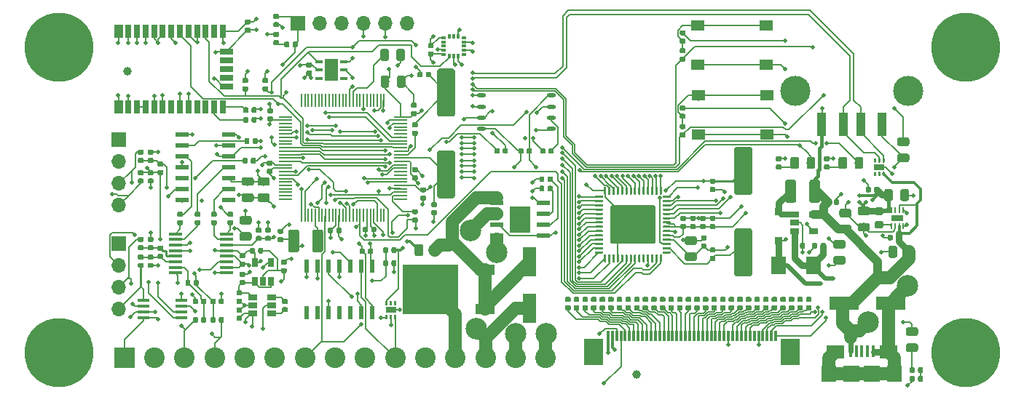
<source format=gtl>
G04 #@! TF.GenerationSoftware,KiCad,Pcbnew,(5.0.1)-3*
G04 #@! TF.CreationDate,2019-01-04T23:11:43-08:00*
G04 #@! TF.ProjectId,croptop,63726F70746F702E6B696361645F7063,rev?*
G04 #@! TF.SameCoordinates,Original*
G04 #@! TF.FileFunction,Copper,L1,Top,Signal*
G04 #@! TF.FilePolarity,Positive*
%FSLAX46Y46*%
G04 Gerber Fmt 4.6, Leading zero omitted, Abs format (unit mm)*
G04 Created by KiCad (PCBNEW (5.0.1)-3) date 1/4/2019 11:11:43 PM*
%MOMM*%
%LPD*%
G01*
G04 APERTURE LIST*
G04 #@! TA.AperFunction,SMDPad,CuDef*
%ADD10R,1.500000X0.200000*%
G04 #@! TD*
G04 #@! TA.AperFunction,SMDPad,CuDef*
%ADD11R,0.200000X1.500000*%
G04 #@! TD*
G04 #@! TA.AperFunction,Conductor*
%ADD12C,0.100000*%
G04 #@! TD*
G04 #@! TA.AperFunction,SMDPad,CuDef*
%ADD13C,0.590000*%
G04 #@! TD*
G04 #@! TA.AperFunction,SMDPad,CuDef*
%ADD14R,3.500000X1.600000*%
G04 #@! TD*
G04 #@! TA.AperFunction,SMDPad,CuDef*
%ADD15R,1.000000X2.800000*%
G04 #@! TD*
G04 #@! TA.AperFunction,ComponentPad*
%ADD16C,3.500000*%
G04 #@! TD*
G04 #@! TA.AperFunction,SMDPad,CuDef*
%ADD17C,4.500000*%
G04 #@! TD*
G04 #@! TA.AperFunction,SMDPad,CuDef*
%ADD18C,0.250000*%
G04 #@! TD*
G04 #@! TA.AperFunction,ComponentPad*
%ADD19R,2.400000X2.400000*%
G04 #@! TD*
G04 #@! TA.AperFunction,ComponentPad*
%ADD20C,2.400000*%
G04 #@! TD*
G04 #@! TA.AperFunction,SMDPad,CuDef*
%ADD21C,0.975000*%
G04 #@! TD*
G04 #@! TA.AperFunction,SMDPad,CuDef*
%ADD22C,0.875000*%
G04 #@! TD*
G04 #@! TA.AperFunction,SMDPad,CuDef*
%ADD23R,1.600000X3.500000*%
G04 #@! TD*
G04 #@! TA.AperFunction,SMDPad,CuDef*
%ADD24R,0.850000X0.850000*%
G04 #@! TD*
G04 #@! TA.AperFunction,SMDPad,CuDef*
%ADD25R,1.778000X2.159000*%
G04 #@! TD*
G04 #@! TA.AperFunction,BGAPad,CuDef*
%ADD26C,1.000000*%
G04 #@! TD*
G04 #@! TA.AperFunction,ComponentPad*
%ADD27R,1.700000X1.700000*%
G04 #@! TD*
G04 #@! TA.AperFunction,ComponentPad*
%ADD28O,1.700000X1.700000*%
G04 #@! TD*
G04 #@! TA.AperFunction,SMDPad,CuDef*
%ADD29R,0.400000X1.350000*%
G04 #@! TD*
G04 #@! TA.AperFunction,SMDPad,CuDef*
%ADD30R,2.100000X1.600000*%
G04 #@! TD*
G04 #@! TA.AperFunction,SMDPad,CuDef*
%ADD31R,1.800000X1.900000*%
G04 #@! TD*
G04 #@! TA.AperFunction,SMDPad,CuDef*
%ADD32R,1.900000X1.900000*%
G04 #@! TD*
G04 #@! TA.AperFunction,SMDPad,CuDef*
%ADD33R,0.300000X1.300000*%
G04 #@! TD*
G04 #@! TA.AperFunction,SMDPad,CuDef*
%ADD34R,2.300000X3.100000*%
G04 #@! TD*
G04 #@! TA.AperFunction,SMDPad,CuDef*
%ADD35C,1.250000*%
G04 #@! TD*
G04 #@! TA.AperFunction,SMDPad,CuDef*
%ADD36R,1.550000X1.300000*%
G04 #@! TD*
G04 #@! TA.AperFunction,SMDPad,CuDef*
%ADD37R,1.060000X0.650000*%
G04 #@! TD*
G04 #@! TA.AperFunction,SMDPad,CuDef*
%ADD38R,0.250000X0.700000*%
G04 #@! TD*
G04 #@! TA.AperFunction,SMDPad,CuDef*
%ADD39R,1.380000X0.640000*%
G04 #@! TD*
G04 #@! TA.AperFunction,SMDPad,CuDef*
%ADD40R,0.650000X1.060000*%
G04 #@! TD*
G04 #@! TA.AperFunction,SMDPad,CuDef*
%ADD41R,1.500000X0.600000*%
G04 #@! TD*
G04 #@! TA.AperFunction,SMDPad,CuDef*
%ADD42R,2.400000X3.100000*%
G04 #@! TD*
G04 #@! TA.AperFunction,SMDPad,CuDef*
%ADD43R,1.550000X0.600000*%
G04 #@! TD*
G04 #@! TA.AperFunction,SMDPad,CuDef*
%ADD44R,1.500000X0.450000*%
G04 #@! TD*
G04 #@! TA.AperFunction,SMDPad,CuDef*
%ADD45R,0.600000X1.500000*%
G04 #@! TD*
G04 #@! TA.AperFunction,SMDPad,CuDef*
%ADD46R,0.850000X0.450000*%
G04 #@! TD*
G04 #@! TA.AperFunction,SMDPad,CuDef*
%ADD47R,1.600000X2.500000*%
G04 #@! TD*
G04 #@! TA.AperFunction,SMDPad,CuDef*
%ADD48R,0.700000X1.500000*%
G04 #@! TD*
G04 #@! TA.AperFunction,SMDPad,CuDef*
%ADD49R,1.000000X1.500000*%
G04 #@! TD*
G04 #@! TA.AperFunction,SMDPad,CuDef*
%ADD50R,1.500000X0.700000*%
G04 #@! TD*
G04 #@! TA.AperFunction,SMDPad,CuDef*
%ADD51O,1.100000X0.450000*%
G04 #@! TD*
G04 #@! TA.AperFunction,SMDPad,CuDef*
%ADD52R,0.600000X0.350000*%
G04 #@! TD*
G04 #@! TA.AperFunction,SMDPad,CuDef*
%ADD53R,0.350000X0.600000*%
G04 #@! TD*
G04 #@! TA.AperFunction,SMDPad,CuDef*
%ADD54R,1.300000X0.800000*%
G04 #@! TD*
G04 #@! TA.AperFunction,SMDPad,CuDef*
%ADD55R,1.450000X0.450000*%
G04 #@! TD*
G04 #@! TA.AperFunction,SMDPad,CuDef*
%ADD56C,2.100000*%
G04 #@! TD*
G04 #@! TA.AperFunction,SMDPad,CuDef*
%ADD57R,6.400000X5.800000*%
G04 #@! TD*
G04 #@! TA.AperFunction,SMDPad,CuDef*
%ADD58R,2.200000X1.200000*%
G04 #@! TD*
G04 #@! TA.AperFunction,ComponentPad*
%ADD59C,8.000000*%
G04 #@! TD*
G04 #@! TA.AperFunction,ViaPad*
%ADD60C,0.508000*%
G04 #@! TD*
G04 #@! TA.AperFunction,ViaPad*
%ADD61C,2.500000*%
G04 #@! TD*
G04 #@! TA.AperFunction,Conductor*
%ADD62C,0.127000*%
G04 #@! TD*
G04 #@! TA.AperFunction,Conductor*
%ADD63C,1.500000*%
G04 #@! TD*
G04 #@! TA.AperFunction,Conductor*
%ADD64C,0.800000*%
G04 #@! TD*
G04 #@! TA.AperFunction,Conductor*
%ADD65C,0.300000*%
G04 #@! TD*
G04 #@! TA.AperFunction,Conductor*
%ADD66C,0.500000*%
G04 #@! TD*
G04 #@! TA.AperFunction,Conductor*
%ADD67C,0.250000*%
G04 #@! TD*
G04 #@! TA.AperFunction,Conductor*
%ADD68C,0.700000*%
G04 #@! TD*
G04 #@! TA.AperFunction,Conductor*
%ADD69C,0.200000*%
G04 #@! TD*
G04 #@! TA.AperFunction,Conductor*
%ADD70C,0.400000*%
G04 #@! TD*
G04 #@! TA.AperFunction,Conductor*
%ADD71C,0.600000*%
G04 #@! TD*
G04 #@! TA.AperFunction,Conductor*
%ADD72C,1.000000*%
G04 #@! TD*
G04 APERTURE END LIST*
D10*
G04 #@! TO.P,U1,1*
G04 #@! TO.N,Net-(U1-Pad1)*
X98075000Y-109690500D03*
G04 #@! TO.P,U1,2*
G04 #@! TO.N,DVDD*
X98075000Y-110090500D03*
G04 #@! TO.P,U1,3*
G04 #@! TO.N,Net-(U1-Pad3)*
X98075000Y-110490500D03*
G04 #@! TO.P,U1,4*
G04 #@! TO.N,Net-(U1-Pad4)*
X98075000Y-110890500D03*
G04 #@! TO.P,U1,5*
G04 #@! TO.N,Net-(U1-Pad5)*
X98075000Y-111290500D03*
G04 #@! TO.P,U1,6*
G04 #@! TO.N,LED_A*
X98075000Y-111690500D03*
G04 #@! TO.P,U1,7*
G04 #@! TO.N,LED_B*
X98075000Y-112090500D03*
G04 #@! TO.P,U1,8*
G04 #@! TO.N,Net-(U1-Pad8)*
X98075000Y-112490500D03*
G04 #@! TO.P,U1,9*
G04 #@! TO.N,Net-(U1-Pad9)*
X98075000Y-112890500D03*
G04 #@! TO.P,U1,10*
G04 #@! TO.N,SCLK2*
X98075000Y-113290500D03*
G04 #@! TO.P,U1,11*
G04 #@! TO.N,SDIO2*
X98075000Y-113690500D03*
G04 #@! TO.P,U1,12*
G04 #@! TO.N,SDO2*
X98075000Y-114090500D03*
G04 #@! TO.P,U1,13*
G04 #@! TO.N,PKT_MCLR*
X98075000Y-114490500D03*
G04 #@! TO.P,U1,14*
G04 #@! TO.N,SS2*
X98075000Y-114890500D03*
G04 #@! TO.P,U1,15*
G04 #@! TO.N,DRV_GND*
X98075000Y-115290500D03*
G04 #@! TO.P,U1,16*
G04 #@! TO.N,DVDD*
X98075000Y-115690500D03*
G04 #@! TO.P,U1,17*
G04 #@! TO.N,ADC_CS*
X98075000Y-116090500D03*
G04 #@! TO.P,U1,18*
G04 #@! TO.N,LCD_INT*
X98075000Y-116490500D03*
G04 #@! TO.P,U1,19*
G04 #@! TO.N,GPS_INT*
X98075000Y-116890500D03*
G04 #@! TO.P,U1,20*
G04 #@! TO.N,Net-(U1-Pad20)*
X98075000Y-117290500D03*
G04 #@! TO.P,U1,21*
G04 #@! TO.N,Net-(U1-Pad21)*
X98075000Y-117690500D03*
G04 #@! TO.P,U1,22*
G04 #@! TO.N,Net-(U1-Pad22)*
X98075000Y-118090500D03*
G04 #@! TO.P,U1,23*
G04 #@! TO.N,Net-(U1-Pad23)*
X98075000Y-118490500D03*
G04 #@! TO.P,U1,24*
G04 #@! TO.N,Net-(U1-Pad24)*
X98075000Y-118890500D03*
G04 #@! TO.P,U1,25*
G04 #@! TO.N,Net-(U1-Pad25)*
X98075000Y-119290500D03*
D11*
G04 #@! TO.P,U1,26*
G04 #@! TO.N,PKT_PGEC*
X99975000Y-121190500D03*
G04 #@! TO.P,U1,27*
G04 #@! TO.N,PKT_PGED*
X100375000Y-121190500D03*
G04 #@! TO.P,U1,28*
G04 #@! TO.N,Net-(U1-Pad28)*
X100775000Y-121190500D03*
G04 #@! TO.P,U1,29*
G04 #@! TO.N,Net-(U1-Pad29)*
X101175000Y-121190500D03*
G04 #@! TO.P,U1,30*
G04 #@! TO.N,Net-(L1-Pad2)*
X101575000Y-121190500D03*
G04 #@! TO.P,U1,31*
G04 #@! TO.N,DRV_GND*
X101975000Y-121190500D03*
G04 #@! TO.P,U1,32*
G04 #@! TO.N,Net-(U1-Pad32)*
X102375000Y-121190500D03*
G04 #@! TO.P,U1,33*
G04 #@! TO.N,LIN_IN*
X102775000Y-121190500D03*
G04 #@! TO.P,U1,34*
G04 #@! TO.N,Net-(U1-Pad34)*
X103175000Y-121190500D03*
G04 #@! TO.P,U1,35*
G04 #@! TO.N,Net-(U1-Pad35)*
X103575000Y-121190500D03*
G04 #@! TO.P,U1,36*
G04 #@! TO.N,DRV_GND*
X103975000Y-121190500D03*
G04 #@! TO.P,U1,37*
G04 #@! TO.N,DVDD*
X104375000Y-121190500D03*
G04 #@! TO.P,U1,38*
G04 #@! TO.N,Net-(U1-Pad38)*
X104775000Y-121190500D03*
G04 #@! TO.P,U1,39*
G04 #@! TO.N,RX*
X105175000Y-121190500D03*
G04 #@! TO.P,U1,40*
G04 #@! TO.N,TX*
X105575000Y-121190500D03*
G04 #@! TO.P,U1,41*
G04 #@! TO.N,Net-(U1-Pad41)*
X105975000Y-121190500D03*
G04 #@! TO.P,U1,42*
G04 #@! TO.N,Net-(U1-Pad42)*
X106375000Y-121190500D03*
G04 #@! TO.P,U1,43*
G04 #@! TO.N,LCD_PD*
X106775000Y-121190500D03*
G04 #@! TO.P,U1,44*
G04 #@! TO.N,Net-(U1-Pad44)*
X107175000Y-121190500D03*
G04 #@! TO.P,U1,45*
G04 #@! TO.N,DRV_GND*
X107575000Y-121190500D03*
G04 #@! TO.P,U1,46*
G04 #@! TO.N,DVDD*
X107975000Y-121190500D03*
G04 #@! TO.P,U1,47*
G04 #@! TO.N,NAND_CS*
X108375000Y-121190500D03*
G04 #@! TO.P,U1,48*
G04 #@! TO.N,SCLK*
X108775000Y-121190500D03*
G04 #@! TO.P,U1,49*
G04 #@! TO.N,Net-(U1-Pad49)*
X109175000Y-121190500D03*
G04 #@! TO.P,U1,50*
G04 #@! TO.N,Net-(U1-Pad50)*
X109575000Y-121190500D03*
D10*
G04 #@! TO.P,U1,51*
G04 #@! TO.N,Net-(U1-Pad51)*
X111475000Y-119290500D03*
G04 #@! TO.P,U1,52*
G04 #@! TO.N,Net-(R26-Pad2)*
X111475000Y-118890500D03*
G04 #@! TO.P,U1,53*
G04 #@! TO.N,MOSI*
X111475000Y-118490500D03*
G04 #@! TO.P,U1,54*
G04 #@! TO.N,DVDD_UNREG*
X111475000Y-118090500D03*
G04 #@! TO.P,U1,55*
G04 #@! TO.N,DVDD*
X111475000Y-117690500D03*
G04 #@! TO.P,U1,56*
G04 #@! TO.N,USB_D-*
X111475000Y-117290500D03*
G04 #@! TO.P,U1,57*
G04 #@! TO.N,USB_D+*
X111475000Y-116890500D03*
G04 #@! TO.P,U1,58*
G04 #@! TO.N,Net-(U1-Pad58)*
X111475000Y-116490500D03*
G04 #@! TO.P,U1,59*
G04 #@! TO.N,Net-(U1-Pad59)*
X111475000Y-116090500D03*
G04 #@! TO.P,U1,60*
G04 #@! TO.N,NAND_WP*
X111475000Y-115690500D03*
G04 #@! TO.P,U1,61*
G04 #@! TO.N,NAND_HOLD*
X111475000Y-115290500D03*
G04 #@! TO.P,U1,62*
G04 #@! TO.N,DVDD*
X111475000Y-114890500D03*
G04 #@! TO.P,U1,63*
G04 #@! TO.N,Net-(C4-Pad1)*
X111475000Y-114490500D03*
G04 #@! TO.P,U1,64*
G04 #@! TO.N,Net-(R27-Pad2)*
X111475000Y-114090500D03*
G04 #@! TO.P,U1,65*
G04 #@! TO.N,DRV_GND*
X111475000Y-113690500D03*
G04 #@! TO.P,U1,66*
G04 #@! TO.N,SCL*
X111475000Y-113290500D03*
G04 #@! TO.P,U1,67*
G04 #@! TO.N,SDA*
X111475000Y-112890500D03*
G04 #@! TO.P,U1,68*
G04 #@! TO.N,ROT_Y1*
X111475000Y-112490500D03*
G04 #@! TO.P,U1,69*
G04 #@! TO.N,ROT_Y2*
X111475000Y-112090500D03*
G04 #@! TO.P,U1,70*
G04 #@! TO.N,Net-(U1-Pad70)*
X111475000Y-111690500D03*
G04 #@! TO.P,U1,71*
G04 #@! TO.N,Net-(U1-Pad71)*
X111475000Y-111290500D03*
G04 #@! TO.P,U1,72*
G04 #@! TO.N,Net-(U1-Pad72)*
X111475000Y-110890500D03*
G04 #@! TO.P,U1,73*
G04 #@! TO.N,BTN_B*
X111475000Y-110490500D03*
G04 #@! TO.P,U1,74*
G04 #@! TO.N,BTN_A*
X111475000Y-110090500D03*
G04 #@! TO.P,U1,75*
G04 #@! TO.N,DRV_GND*
X111475000Y-109690500D03*
D11*
G04 #@! TO.P,U1,76*
G04 #@! TO.N,DRV_IN1*
X109575000Y-107790500D03*
G04 #@! TO.P,U1,77*
G04 #@! TO.N,DRV_IN2*
X109175000Y-107790500D03*
G04 #@! TO.P,U1,78*
G04 #@! TO.N,Net-(U1-Pad78)*
X108775000Y-107790500D03*
G04 #@! TO.P,U1,79*
G04 #@! TO.N,Net-(U1-Pad79)*
X108375000Y-107790500D03*
G04 #@! TO.P,U1,80*
G04 #@! TO.N,Net-(U1-Pad80)*
X107975000Y-107790500D03*
G04 #@! TO.P,U1,81*
G04 #@! TO.N,Net-(U1-Pad81)*
X107575000Y-107790500D03*
G04 #@! TO.P,U1,82*
G04 #@! TO.N,DRV_FLT*
X107175000Y-107790500D03*
G04 #@! TO.P,U1,83*
G04 #@! TO.N,Net-(U1-Pad83)*
X106775000Y-107790500D03*
G04 #@! TO.P,U1,84*
G04 #@! TO.N,Net-(U1-Pad84)*
X106375000Y-107790500D03*
G04 #@! TO.P,U1,85*
G04 #@! TO.N,Net-(C2-Pad1)*
X105975000Y-107790500D03*
G04 #@! TO.P,U1,86*
G04 #@! TO.N,DVDD*
X105575000Y-107790500D03*
G04 #@! TO.P,U1,87*
G04 #@! TO.N,Net-(U1-Pad87)*
X105175000Y-107790500D03*
G04 #@! TO.P,U1,88*
G04 #@! TO.N,Net-(U1-Pad88)*
X104775000Y-107790500D03*
G04 #@! TO.P,U1,89*
G04 #@! TO.N,Net-(U1-Pad89)*
X104375000Y-107790500D03*
G04 #@! TO.P,U1,90*
G04 #@! TO.N,Net-(U1-Pad90)*
X103975000Y-107790500D03*
G04 #@! TO.P,U1,91*
G04 #@! TO.N,Net-(U1-Pad91)*
X103575000Y-107790500D03*
G04 #@! TO.P,U1,92*
G04 #@! TO.N,Net-(U1-Pad92)*
X103175000Y-107790500D03*
G04 #@! TO.P,U1,93*
G04 #@! TO.N,Net-(U1-Pad93)*
X102775000Y-107790500D03*
G04 #@! TO.P,U1,94*
G04 #@! TO.N,Net-(U1-Pad94)*
X102375000Y-107790500D03*
G04 #@! TO.P,U1,95*
G04 #@! TO.N,Net-(U1-Pad95)*
X101975000Y-107790500D03*
G04 #@! TO.P,U1,96*
G04 #@! TO.N,Net-(U1-Pad96)*
X101575000Y-107790500D03*
G04 #@! TO.P,U1,97*
G04 #@! TO.N,Net-(U1-Pad97)*
X101175000Y-107790500D03*
G04 #@! TO.P,U1,98*
G04 #@! TO.N,Net-(U1-Pad98)*
X100775000Y-107790500D03*
G04 #@! TO.P,U1,99*
G04 #@! TO.N,Net-(U1-Pad99)*
X100375000Y-107790500D03*
G04 #@! TO.P,U1,100*
G04 #@! TO.N,Net-(U1-Pad100)*
X99975000Y-107790500D03*
G04 #@! TD*
D12*
G04 #@! TO.N,Net-(R52-Pad1)*
G04 #@! TO.C,R52*
G36*
X93656958Y-109726210D02*
X93671276Y-109728334D01*
X93685317Y-109731851D01*
X93698946Y-109736728D01*
X93712031Y-109742917D01*
X93724447Y-109750358D01*
X93736073Y-109758981D01*
X93746798Y-109768702D01*
X93756519Y-109779427D01*
X93765142Y-109791053D01*
X93772583Y-109803469D01*
X93778772Y-109816554D01*
X93783649Y-109830183D01*
X93787166Y-109844224D01*
X93789290Y-109858542D01*
X93790000Y-109873000D01*
X93790000Y-110218000D01*
X93789290Y-110232458D01*
X93787166Y-110246776D01*
X93783649Y-110260817D01*
X93778772Y-110274446D01*
X93772583Y-110287531D01*
X93765142Y-110299947D01*
X93756519Y-110311573D01*
X93746798Y-110322298D01*
X93736073Y-110332019D01*
X93724447Y-110340642D01*
X93712031Y-110348083D01*
X93698946Y-110354272D01*
X93685317Y-110359149D01*
X93671276Y-110362666D01*
X93656958Y-110364790D01*
X93642500Y-110365500D01*
X93347500Y-110365500D01*
X93333042Y-110364790D01*
X93318724Y-110362666D01*
X93304683Y-110359149D01*
X93291054Y-110354272D01*
X93277969Y-110348083D01*
X93265553Y-110340642D01*
X93253927Y-110332019D01*
X93243202Y-110322298D01*
X93233481Y-110311573D01*
X93224858Y-110299947D01*
X93217417Y-110287531D01*
X93211228Y-110274446D01*
X93206351Y-110260817D01*
X93202834Y-110246776D01*
X93200710Y-110232458D01*
X93200000Y-110218000D01*
X93200000Y-109873000D01*
X93200710Y-109858542D01*
X93202834Y-109844224D01*
X93206351Y-109830183D01*
X93211228Y-109816554D01*
X93217417Y-109803469D01*
X93224858Y-109791053D01*
X93233481Y-109779427D01*
X93243202Y-109768702D01*
X93253927Y-109758981D01*
X93265553Y-109750358D01*
X93277969Y-109742917D01*
X93291054Y-109736728D01*
X93304683Y-109731851D01*
X93318724Y-109728334D01*
X93333042Y-109726210D01*
X93347500Y-109725500D01*
X93642500Y-109725500D01*
X93656958Y-109726210D01*
X93656958Y-109726210D01*
G37*
D13*
G04 #@! TD*
G04 #@! TO.P,R52,1*
G04 #@! TO.N,Net-(R52-Pad1)*
X93495000Y-110045500D03*
D12*
G04 #@! TO.N,TX*
G04 #@! TO.C,R52*
G36*
X94626958Y-109726210D02*
X94641276Y-109728334D01*
X94655317Y-109731851D01*
X94668946Y-109736728D01*
X94682031Y-109742917D01*
X94694447Y-109750358D01*
X94706073Y-109758981D01*
X94716798Y-109768702D01*
X94726519Y-109779427D01*
X94735142Y-109791053D01*
X94742583Y-109803469D01*
X94748772Y-109816554D01*
X94753649Y-109830183D01*
X94757166Y-109844224D01*
X94759290Y-109858542D01*
X94760000Y-109873000D01*
X94760000Y-110218000D01*
X94759290Y-110232458D01*
X94757166Y-110246776D01*
X94753649Y-110260817D01*
X94748772Y-110274446D01*
X94742583Y-110287531D01*
X94735142Y-110299947D01*
X94726519Y-110311573D01*
X94716798Y-110322298D01*
X94706073Y-110332019D01*
X94694447Y-110340642D01*
X94682031Y-110348083D01*
X94668946Y-110354272D01*
X94655317Y-110359149D01*
X94641276Y-110362666D01*
X94626958Y-110364790D01*
X94612500Y-110365500D01*
X94317500Y-110365500D01*
X94303042Y-110364790D01*
X94288724Y-110362666D01*
X94274683Y-110359149D01*
X94261054Y-110354272D01*
X94247969Y-110348083D01*
X94235553Y-110340642D01*
X94223927Y-110332019D01*
X94213202Y-110322298D01*
X94203481Y-110311573D01*
X94194858Y-110299947D01*
X94187417Y-110287531D01*
X94181228Y-110274446D01*
X94176351Y-110260817D01*
X94172834Y-110246776D01*
X94170710Y-110232458D01*
X94170000Y-110218000D01*
X94170000Y-109873000D01*
X94170710Y-109858542D01*
X94172834Y-109844224D01*
X94176351Y-109830183D01*
X94181228Y-109816554D01*
X94187417Y-109803469D01*
X94194858Y-109791053D01*
X94203481Y-109779427D01*
X94213202Y-109768702D01*
X94223927Y-109758981D01*
X94235553Y-109750358D01*
X94247969Y-109742917D01*
X94261054Y-109736728D01*
X94274683Y-109731851D01*
X94288724Y-109728334D01*
X94303042Y-109726210D01*
X94317500Y-109725500D01*
X94612500Y-109725500D01*
X94626958Y-109726210D01*
X94626958Y-109726210D01*
G37*
D13*
G04 #@! TD*
G04 #@! TO.P,R52,2*
G04 #@! TO.N,TX*
X94465000Y-110045500D03*
D14*
G04 #@! TO.P,C18,1*
G04 #@! TO.N,DVDD_UNREG*
X163035000Y-131445000D03*
G04 #@! TO.P,C18,2*
G04 #@! TO.N,DRV_GND*
X168435000Y-131445000D03*
G04 #@! TD*
D15*
G04 #@! TO.P,J2,2*
G04 #@! TO.N,USB_D-*
X162957000Y-110615000D03*
G04 #@! TO.P,J2,3*
G04 #@! TO.N,USB_D+*
X164957000Y-110615000D03*
G04 #@! TO.P,J2,1*
G04 #@! TO.N,DVDD_UNREG*
X160457000Y-110615000D03*
G04 #@! TO.P,J2,4*
G04 #@! TO.N,DRV_GND*
X167457000Y-110615000D03*
D16*
G04 #@! TO.P,J2,5*
X157387000Y-106715000D03*
X170527000Y-106715000D03*
G04 #@! TD*
D12*
G04 #@! TO.N,DRV_GND*
G04 #@! TO.C,U6*
G36*
X140868002Y-120001404D02*
X140892271Y-120005004D01*
X140916070Y-120010965D01*
X140939170Y-120019230D01*
X140961348Y-120029720D01*
X140982392Y-120042333D01*
X141002098Y-120056948D01*
X141020276Y-120073424D01*
X141036752Y-120091602D01*
X141051367Y-120111308D01*
X141063980Y-120132352D01*
X141074470Y-120154530D01*
X141082735Y-120177630D01*
X141088696Y-120201429D01*
X141092296Y-120225698D01*
X141093500Y-120250202D01*
X141093500Y-124250198D01*
X141092296Y-124274702D01*
X141088696Y-124298971D01*
X141082735Y-124322770D01*
X141074470Y-124345870D01*
X141063980Y-124368048D01*
X141051367Y-124389092D01*
X141036752Y-124408798D01*
X141020276Y-124426976D01*
X141002098Y-124443452D01*
X140982392Y-124458067D01*
X140961348Y-124470680D01*
X140939170Y-124481170D01*
X140916070Y-124489435D01*
X140892271Y-124495396D01*
X140868002Y-124498996D01*
X140843498Y-124500200D01*
X136143502Y-124500200D01*
X136118998Y-124498996D01*
X136094729Y-124495396D01*
X136070930Y-124489435D01*
X136047830Y-124481170D01*
X136025652Y-124470680D01*
X136004608Y-124458067D01*
X135984902Y-124443452D01*
X135966724Y-124426976D01*
X135950248Y-124408798D01*
X135935633Y-124389092D01*
X135923020Y-124368048D01*
X135912530Y-124345870D01*
X135904265Y-124322770D01*
X135898304Y-124298971D01*
X135894704Y-124274702D01*
X135893500Y-124250198D01*
X135893500Y-120250202D01*
X135894704Y-120225698D01*
X135898304Y-120201429D01*
X135904265Y-120177630D01*
X135912530Y-120154530D01*
X135923020Y-120132352D01*
X135935633Y-120111308D01*
X135950248Y-120091602D01*
X135966724Y-120073424D01*
X135984902Y-120056948D01*
X136004608Y-120042333D01*
X136025652Y-120029720D01*
X136047830Y-120019230D01*
X136070930Y-120010965D01*
X136094729Y-120005004D01*
X136118998Y-120001404D01*
X136143502Y-120000200D01*
X140843498Y-120000200D01*
X140868002Y-120001404D01*
X140868002Y-120001404D01*
G37*
D17*
G04 #@! TD*
G04 #@! TO.P,U6,57*
G04 #@! TO.N,DRV_GND*
X138493500Y-122250200D03*
D12*
G04 #@! TO.N,LCD_R1*
G04 #@! TO.C,U6*
G36*
X135312126Y-125750501D02*
X135318193Y-125751401D01*
X135324143Y-125752891D01*
X135329918Y-125754958D01*
X135335462Y-125757580D01*
X135340723Y-125760733D01*
X135345650Y-125764387D01*
X135350194Y-125768506D01*
X135354313Y-125773050D01*
X135357967Y-125777977D01*
X135361120Y-125783238D01*
X135363742Y-125788782D01*
X135365809Y-125794557D01*
X135367299Y-125800507D01*
X135368199Y-125806574D01*
X135368500Y-125812700D01*
X135368500Y-126562700D01*
X135368199Y-126568826D01*
X135367299Y-126574893D01*
X135365809Y-126580843D01*
X135363742Y-126586618D01*
X135361120Y-126592162D01*
X135357967Y-126597423D01*
X135354313Y-126602350D01*
X135350194Y-126606894D01*
X135345650Y-126611013D01*
X135340723Y-126614667D01*
X135335462Y-126617820D01*
X135329918Y-126620442D01*
X135324143Y-126622509D01*
X135318193Y-126623999D01*
X135312126Y-126624899D01*
X135306000Y-126625200D01*
X135181000Y-126625200D01*
X135174874Y-126624899D01*
X135168807Y-126623999D01*
X135162857Y-126622509D01*
X135157082Y-126620442D01*
X135151538Y-126617820D01*
X135146277Y-126614667D01*
X135141350Y-126611013D01*
X135136806Y-126606894D01*
X135132687Y-126602350D01*
X135129033Y-126597423D01*
X135125880Y-126592162D01*
X135123258Y-126586618D01*
X135121191Y-126580843D01*
X135119701Y-126574893D01*
X135118801Y-126568826D01*
X135118500Y-126562700D01*
X135118500Y-125812700D01*
X135118801Y-125806574D01*
X135119701Y-125800507D01*
X135121191Y-125794557D01*
X135123258Y-125788782D01*
X135125880Y-125783238D01*
X135129033Y-125777977D01*
X135132687Y-125773050D01*
X135136806Y-125768506D01*
X135141350Y-125764387D01*
X135146277Y-125760733D01*
X135151538Y-125757580D01*
X135157082Y-125754958D01*
X135162857Y-125752891D01*
X135168807Y-125751401D01*
X135174874Y-125750501D01*
X135181000Y-125750200D01*
X135306000Y-125750200D01*
X135312126Y-125750501D01*
X135312126Y-125750501D01*
G37*
D18*
G04 #@! TD*
G04 #@! TO.P,U6,1*
G04 #@! TO.N,LCD_R1*
X135243500Y-126187700D03*
D12*
G04 #@! TO.N,LCD_R0*
G04 #@! TO.C,U6*
G36*
X135812126Y-125750501D02*
X135818193Y-125751401D01*
X135824143Y-125752891D01*
X135829918Y-125754958D01*
X135835462Y-125757580D01*
X135840723Y-125760733D01*
X135845650Y-125764387D01*
X135850194Y-125768506D01*
X135854313Y-125773050D01*
X135857967Y-125777977D01*
X135861120Y-125783238D01*
X135863742Y-125788782D01*
X135865809Y-125794557D01*
X135867299Y-125800507D01*
X135868199Y-125806574D01*
X135868500Y-125812700D01*
X135868500Y-126562700D01*
X135868199Y-126568826D01*
X135867299Y-126574893D01*
X135865809Y-126580843D01*
X135863742Y-126586618D01*
X135861120Y-126592162D01*
X135857967Y-126597423D01*
X135854313Y-126602350D01*
X135850194Y-126606894D01*
X135845650Y-126611013D01*
X135840723Y-126614667D01*
X135835462Y-126617820D01*
X135829918Y-126620442D01*
X135824143Y-126622509D01*
X135818193Y-126623999D01*
X135812126Y-126624899D01*
X135806000Y-126625200D01*
X135681000Y-126625200D01*
X135674874Y-126624899D01*
X135668807Y-126623999D01*
X135662857Y-126622509D01*
X135657082Y-126620442D01*
X135651538Y-126617820D01*
X135646277Y-126614667D01*
X135641350Y-126611013D01*
X135636806Y-126606894D01*
X135632687Y-126602350D01*
X135629033Y-126597423D01*
X135625880Y-126592162D01*
X135623258Y-126586618D01*
X135621191Y-126580843D01*
X135619701Y-126574893D01*
X135618801Y-126568826D01*
X135618500Y-126562700D01*
X135618500Y-125812700D01*
X135618801Y-125806574D01*
X135619701Y-125800507D01*
X135621191Y-125794557D01*
X135623258Y-125788782D01*
X135625880Y-125783238D01*
X135629033Y-125777977D01*
X135632687Y-125773050D01*
X135636806Y-125768506D01*
X135641350Y-125764387D01*
X135646277Y-125760733D01*
X135651538Y-125757580D01*
X135657082Y-125754958D01*
X135662857Y-125752891D01*
X135668807Y-125751401D01*
X135674874Y-125750501D01*
X135681000Y-125750200D01*
X135806000Y-125750200D01*
X135812126Y-125750501D01*
X135812126Y-125750501D01*
G37*
D18*
G04 #@! TD*
G04 #@! TO.P,U6,2*
G04 #@! TO.N,LCD_R0*
X135743500Y-126187700D03*
D12*
G04 #@! TO.N,Net-(U6-Pad3)*
G04 #@! TO.C,U6*
G36*
X136312126Y-125750501D02*
X136318193Y-125751401D01*
X136324143Y-125752891D01*
X136329918Y-125754958D01*
X136335462Y-125757580D01*
X136340723Y-125760733D01*
X136345650Y-125764387D01*
X136350194Y-125768506D01*
X136354313Y-125773050D01*
X136357967Y-125777977D01*
X136361120Y-125783238D01*
X136363742Y-125788782D01*
X136365809Y-125794557D01*
X136367299Y-125800507D01*
X136368199Y-125806574D01*
X136368500Y-125812700D01*
X136368500Y-126562700D01*
X136368199Y-126568826D01*
X136367299Y-126574893D01*
X136365809Y-126580843D01*
X136363742Y-126586618D01*
X136361120Y-126592162D01*
X136357967Y-126597423D01*
X136354313Y-126602350D01*
X136350194Y-126606894D01*
X136345650Y-126611013D01*
X136340723Y-126614667D01*
X136335462Y-126617820D01*
X136329918Y-126620442D01*
X136324143Y-126622509D01*
X136318193Y-126623999D01*
X136312126Y-126624899D01*
X136306000Y-126625200D01*
X136181000Y-126625200D01*
X136174874Y-126624899D01*
X136168807Y-126623999D01*
X136162857Y-126622509D01*
X136157082Y-126620442D01*
X136151538Y-126617820D01*
X136146277Y-126614667D01*
X136141350Y-126611013D01*
X136136806Y-126606894D01*
X136132687Y-126602350D01*
X136129033Y-126597423D01*
X136125880Y-126592162D01*
X136123258Y-126586618D01*
X136121191Y-126580843D01*
X136119701Y-126574893D01*
X136118801Y-126568826D01*
X136118500Y-126562700D01*
X136118500Y-125812700D01*
X136118801Y-125806574D01*
X136119701Y-125800507D01*
X136121191Y-125794557D01*
X136123258Y-125788782D01*
X136125880Y-125783238D01*
X136129033Y-125777977D01*
X136132687Y-125773050D01*
X136136806Y-125768506D01*
X136141350Y-125764387D01*
X136146277Y-125760733D01*
X136151538Y-125757580D01*
X136157082Y-125754958D01*
X136162857Y-125752891D01*
X136168807Y-125751401D01*
X136174874Y-125750501D01*
X136181000Y-125750200D01*
X136306000Y-125750200D01*
X136312126Y-125750501D01*
X136312126Y-125750501D01*
G37*
D18*
G04 #@! TD*
G04 #@! TO.P,U6,3*
G04 #@! TO.N,Net-(U6-Pad3)*
X136243500Y-126187700D03*
D12*
G04 #@! TO.N,DRV_GND*
G04 #@! TO.C,U6*
G36*
X136812126Y-125750501D02*
X136818193Y-125751401D01*
X136824143Y-125752891D01*
X136829918Y-125754958D01*
X136835462Y-125757580D01*
X136840723Y-125760733D01*
X136845650Y-125764387D01*
X136850194Y-125768506D01*
X136854313Y-125773050D01*
X136857967Y-125777977D01*
X136861120Y-125783238D01*
X136863742Y-125788782D01*
X136865809Y-125794557D01*
X136867299Y-125800507D01*
X136868199Y-125806574D01*
X136868500Y-125812700D01*
X136868500Y-126562700D01*
X136868199Y-126568826D01*
X136867299Y-126574893D01*
X136865809Y-126580843D01*
X136863742Y-126586618D01*
X136861120Y-126592162D01*
X136857967Y-126597423D01*
X136854313Y-126602350D01*
X136850194Y-126606894D01*
X136845650Y-126611013D01*
X136840723Y-126614667D01*
X136835462Y-126617820D01*
X136829918Y-126620442D01*
X136824143Y-126622509D01*
X136818193Y-126623999D01*
X136812126Y-126624899D01*
X136806000Y-126625200D01*
X136681000Y-126625200D01*
X136674874Y-126624899D01*
X136668807Y-126623999D01*
X136662857Y-126622509D01*
X136657082Y-126620442D01*
X136651538Y-126617820D01*
X136646277Y-126614667D01*
X136641350Y-126611013D01*
X136636806Y-126606894D01*
X136632687Y-126602350D01*
X136629033Y-126597423D01*
X136625880Y-126592162D01*
X136623258Y-126586618D01*
X136621191Y-126580843D01*
X136619701Y-126574893D01*
X136618801Y-126568826D01*
X136618500Y-126562700D01*
X136618500Y-125812700D01*
X136618801Y-125806574D01*
X136619701Y-125800507D01*
X136621191Y-125794557D01*
X136623258Y-125788782D01*
X136625880Y-125783238D01*
X136629033Y-125777977D01*
X136632687Y-125773050D01*
X136636806Y-125768506D01*
X136641350Y-125764387D01*
X136646277Y-125760733D01*
X136651538Y-125757580D01*
X136657082Y-125754958D01*
X136662857Y-125752891D01*
X136668807Y-125751401D01*
X136674874Y-125750501D01*
X136681000Y-125750200D01*
X136806000Y-125750200D01*
X136812126Y-125750501D01*
X136812126Y-125750501D01*
G37*
D18*
G04 #@! TD*
G04 #@! TO.P,U6,4*
G04 #@! TO.N,DRV_GND*
X136743500Y-126187700D03*
D12*
G04 #@! TO.N,SCLK2*
G04 #@! TO.C,U6*
G36*
X137312126Y-125750501D02*
X137318193Y-125751401D01*
X137324143Y-125752891D01*
X137329918Y-125754958D01*
X137335462Y-125757580D01*
X137340723Y-125760733D01*
X137345650Y-125764387D01*
X137350194Y-125768506D01*
X137354313Y-125773050D01*
X137357967Y-125777977D01*
X137361120Y-125783238D01*
X137363742Y-125788782D01*
X137365809Y-125794557D01*
X137367299Y-125800507D01*
X137368199Y-125806574D01*
X137368500Y-125812700D01*
X137368500Y-126562700D01*
X137368199Y-126568826D01*
X137367299Y-126574893D01*
X137365809Y-126580843D01*
X137363742Y-126586618D01*
X137361120Y-126592162D01*
X137357967Y-126597423D01*
X137354313Y-126602350D01*
X137350194Y-126606894D01*
X137345650Y-126611013D01*
X137340723Y-126614667D01*
X137335462Y-126617820D01*
X137329918Y-126620442D01*
X137324143Y-126622509D01*
X137318193Y-126623999D01*
X137312126Y-126624899D01*
X137306000Y-126625200D01*
X137181000Y-126625200D01*
X137174874Y-126624899D01*
X137168807Y-126623999D01*
X137162857Y-126622509D01*
X137157082Y-126620442D01*
X137151538Y-126617820D01*
X137146277Y-126614667D01*
X137141350Y-126611013D01*
X137136806Y-126606894D01*
X137132687Y-126602350D01*
X137129033Y-126597423D01*
X137125880Y-126592162D01*
X137123258Y-126586618D01*
X137121191Y-126580843D01*
X137119701Y-126574893D01*
X137118801Y-126568826D01*
X137118500Y-126562700D01*
X137118500Y-125812700D01*
X137118801Y-125806574D01*
X137119701Y-125800507D01*
X137121191Y-125794557D01*
X137123258Y-125788782D01*
X137125880Y-125783238D01*
X137129033Y-125777977D01*
X137132687Y-125773050D01*
X137136806Y-125768506D01*
X137141350Y-125764387D01*
X137146277Y-125760733D01*
X137151538Y-125757580D01*
X137157082Y-125754958D01*
X137162857Y-125752891D01*
X137168807Y-125751401D01*
X137174874Y-125750501D01*
X137181000Y-125750200D01*
X137306000Y-125750200D01*
X137312126Y-125750501D01*
X137312126Y-125750501D01*
G37*
D18*
G04 #@! TD*
G04 #@! TO.P,U6,5*
G04 #@! TO.N,SCLK2*
X137243500Y-126187700D03*
D12*
G04 #@! TO.N,SDIO2*
G04 #@! TO.C,U6*
G36*
X137812126Y-125750501D02*
X137818193Y-125751401D01*
X137824143Y-125752891D01*
X137829918Y-125754958D01*
X137835462Y-125757580D01*
X137840723Y-125760733D01*
X137845650Y-125764387D01*
X137850194Y-125768506D01*
X137854313Y-125773050D01*
X137857967Y-125777977D01*
X137861120Y-125783238D01*
X137863742Y-125788782D01*
X137865809Y-125794557D01*
X137867299Y-125800507D01*
X137868199Y-125806574D01*
X137868500Y-125812700D01*
X137868500Y-126562700D01*
X137868199Y-126568826D01*
X137867299Y-126574893D01*
X137865809Y-126580843D01*
X137863742Y-126586618D01*
X137861120Y-126592162D01*
X137857967Y-126597423D01*
X137854313Y-126602350D01*
X137850194Y-126606894D01*
X137845650Y-126611013D01*
X137840723Y-126614667D01*
X137835462Y-126617820D01*
X137829918Y-126620442D01*
X137824143Y-126622509D01*
X137818193Y-126623999D01*
X137812126Y-126624899D01*
X137806000Y-126625200D01*
X137681000Y-126625200D01*
X137674874Y-126624899D01*
X137668807Y-126623999D01*
X137662857Y-126622509D01*
X137657082Y-126620442D01*
X137651538Y-126617820D01*
X137646277Y-126614667D01*
X137641350Y-126611013D01*
X137636806Y-126606894D01*
X137632687Y-126602350D01*
X137629033Y-126597423D01*
X137625880Y-126592162D01*
X137623258Y-126586618D01*
X137621191Y-126580843D01*
X137619701Y-126574893D01*
X137618801Y-126568826D01*
X137618500Y-126562700D01*
X137618500Y-125812700D01*
X137618801Y-125806574D01*
X137619701Y-125800507D01*
X137621191Y-125794557D01*
X137623258Y-125788782D01*
X137625880Y-125783238D01*
X137629033Y-125777977D01*
X137632687Y-125773050D01*
X137636806Y-125768506D01*
X137641350Y-125764387D01*
X137646277Y-125760733D01*
X137651538Y-125757580D01*
X137657082Y-125754958D01*
X137662857Y-125752891D01*
X137668807Y-125751401D01*
X137674874Y-125750501D01*
X137681000Y-125750200D01*
X137806000Y-125750200D01*
X137812126Y-125750501D01*
X137812126Y-125750501D01*
G37*
D18*
G04 #@! TD*
G04 #@! TO.P,U6,6*
G04 #@! TO.N,SDIO2*
X137743500Y-126187700D03*
D12*
G04 #@! TO.N,SDO2*
G04 #@! TO.C,U6*
G36*
X138312126Y-125750501D02*
X138318193Y-125751401D01*
X138324143Y-125752891D01*
X138329918Y-125754958D01*
X138335462Y-125757580D01*
X138340723Y-125760733D01*
X138345650Y-125764387D01*
X138350194Y-125768506D01*
X138354313Y-125773050D01*
X138357967Y-125777977D01*
X138361120Y-125783238D01*
X138363742Y-125788782D01*
X138365809Y-125794557D01*
X138367299Y-125800507D01*
X138368199Y-125806574D01*
X138368500Y-125812700D01*
X138368500Y-126562700D01*
X138368199Y-126568826D01*
X138367299Y-126574893D01*
X138365809Y-126580843D01*
X138363742Y-126586618D01*
X138361120Y-126592162D01*
X138357967Y-126597423D01*
X138354313Y-126602350D01*
X138350194Y-126606894D01*
X138345650Y-126611013D01*
X138340723Y-126614667D01*
X138335462Y-126617820D01*
X138329918Y-126620442D01*
X138324143Y-126622509D01*
X138318193Y-126623999D01*
X138312126Y-126624899D01*
X138306000Y-126625200D01*
X138181000Y-126625200D01*
X138174874Y-126624899D01*
X138168807Y-126623999D01*
X138162857Y-126622509D01*
X138157082Y-126620442D01*
X138151538Y-126617820D01*
X138146277Y-126614667D01*
X138141350Y-126611013D01*
X138136806Y-126606894D01*
X138132687Y-126602350D01*
X138129033Y-126597423D01*
X138125880Y-126592162D01*
X138123258Y-126586618D01*
X138121191Y-126580843D01*
X138119701Y-126574893D01*
X138118801Y-126568826D01*
X138118500Y-126562700D01*
X138118500Y-125812700D01*
X138118801Y-125806574D01*
X138119701Y-125800507D01*
X138121191Y-125794557D01*
X138123258Y-125788782D01*
X138125880Y-125783238D01*
X138129033Y-125777977D01*
X138132687Y-125773050D01*
X138136806Y-125768506D01*
X138141350Y-125764387D01*
X138146277Y-125760733D01*
X138151538Y-125757580D01*
X138157082Y-125754958D01*
X138162857Y-125752891D01*
X138168807Y-125751401D01*
X138174874Y-125750501D01*
X138181000Y-125750200D01*
X138306000Y-125750200D01*
X138312126Y-125750501D01*
X138312126Y-125750501D01*
G37*
D18*
G04 #@! TD*
G04 #@! TO.P,U6,7*
G04 #@! TO.N,SDO2*
X138243500Y-126187700D03*
D12*
G04 #@! TO.N,SS2*
G04 #@! TO.C,U6*
G36*
X138812126Y-125750501D02*
X138818193Y-125751401D01*
X138824143Y-125752891D01*
X138829918Y-125754958D01*
X138835462Y-125757580D01*
X138840723Y-125760733D01*
X138845650Y-125764387D01*
X138850194Y-125768506D01*
X138854313Y-125773050D01*
X138857967Y-125777977D01*
X138861120Y-125783238D01*
X138863742Y-125788782D01*
X138865809Y-125794557D01*
X138867299Y-125800507D01*
X138868199Y-125806574D01*
X138868500Y-125812700D01*
X138868500Y-126562700D01*
X138868199Y-126568826D01*
X138867299Y-126574893D01*
X138865809Y-126580843D01*
X138863742Y-126586618D01*
X138861120Y-126592162D01*
X138857967Y-126597423D01*
X138854313Y-126602350D01*
X138850194Y-126606894D01*
X138845650Y-126611013D01*
X138840723Y-126614667D01*
X138835462Y-126617820D01*
X138829918Y-126620442D01*
X138824143Y-126622509D01*
X138818193Y-126623999D01*
X138812126Y-126624899D01*
X138806000Y-126625200D01*
X138681000Y-126625200D01*
X138674874Y-126624899D01*
X138668807Y-126623999D01*
X138662857Y-126622509D01*
X138657082Y-126620442D01*
X138651538Y-126617820D01*
X138646277Y-126614667D01*
X138641350Y-126611013D01*
X138636806Y-126606894D01*
X138632687Y-126602350D01*
X138629033Y-126597423D01*
X138625880Y-126592162D01*
X138623258Y-126586618D01*
X138621191Y-126580843D01*
X138619701Y-126574893D01*
X138618801Y-126568826D01*
X138618500Y-126562700D01*
X138618500Y-125812700D01*
X138618801Y-125806574D01*
X138619701Y-125800507D01*
X138621191Y-125794557D01*
X138623258Y-125788782D01*
X138625880Y-125783238D01*
X138629033Y-125777977D01*
X138632687Y-125773050D01*
X138636806Y-125768506D01*
X138641350Y-125764387D01*
X138646277Y-125760733D01*
X138651538Y-125757580D01*
X138657082Y-125754958D01*
X138662857Y-125752891D01*
X138668807Y-125751401D01*
X138674874Y-125750501D01*
X138681000Y-125750200D01*
X138806000Y-125750200D01*
X138812126Y-125750501D01*
X138812126Y-125750501D01*
G37*
D18*
G04 #@! TD*
G04 #@! TO.P,U6,8*
G04 #@! TO.N,SS2*
X138743500Y-126187700D03*
D12*
G04 #@! TO.N,Net-(U6-Pad9)*
G04 #@! TO.C,U6*
G36*
X139312126Y-125750501D02*
X139318193Y-125751401D01*
X139324143Y-125752891D01*
X139329918Y-125754958D01*
X139335462Y-125757580D01*
X139340723Y-125760733D01*
X139345650Y-125764387D01*
X139350194Y-125768506D01*
X139354313Y-125773050D01*
X139357967Y-125777977D01*
X139361120Y-125783238D01*
X139363742Y-125788782D01*
X139365809Y-125794557D01*
X139367299Y-125800507D01*
X139368199Y-125806574D01*
X139368500Y-125812700D01*
X139368500Y-126562700D01*
X139368199Y-126568826D01*
X139367299Y-126574893D01*
X139365809Y-126580843D01*
X139363742Y-126586618D01*
X139361120Y-126592162D01*
X139357967Y-126597423D01*
X139354313Y-126602350D01*
X139350194Y-126606894D01*
X139345650Y-126611013D01*
X139340723Y-126614667D01*
X139335462Y-126617820D01*
X139329918Y-126620442D01*
X139324143Y-126622509D01*
X139318193Y-126623999D01*
X139312126Y-126624899D01*
X139306000Y-126625200D01*
X139181000Y-126625200D01*
X139174874Y-126624899D01*
X139168807Y-126623999D01*
X139162857Y-126622509D01*
X139157082Y-126620442D01*
X139151538Y-126617820D01*
X139146277Y-126614667D01*
X139141350Y-126611013D01*
X139136806Y-126606894D01*
X139132687Y-126602350D01*
X139129033Y-126597423D01*
X139125880Y-126592162D01*
X139123258Y-126586618D01*
X139121191Y-126580843D01*
X139119701Y-126574893D01*
X139118801Y-126568826D01*
X139118500Y-126562700D01*
X139118500Y-125812700D01*
X139118801Y-125806574D01*
X139119701Y-125800507D01*
X139121191Y-125794557D01*
X139123258Y-125788782D01*
X139125880Y-125783238D01*
X139129033Y-125777977D01*
X139132687Y-125773050D01*
X139136806Y-125768506D01*
X139141350Y-125764387D01*
X139146277Y-125760733D01*
X139151538Y-125757580D01*
X139157082Y-125754958D01*
X139162857Y-125752891D01*
X139168807Y-125751401D01*
X139174874Y-125750501D01*
X139181000Y-125750200D01*
X139306000Y-125750200D01*
X139312126Y-125750501D01*
X139312126Y-125750501D01*
G37*
D18*
G04 #@! TD*
G04 #@! TO.P,U6,9*
G04 #@! TO.N,Net-(U6-Pad9)*
X139243500Y-126187700D03*
D12*
G04 #@! TO.N,Net-(U6-Pad10)*
G04 #@! TO.C,U6*
G36*
X139812126Y-125750501D02*
X139818193Y-125751401D01*
X139824143Y-125752891D01*
X139829918Y-125754958D01*
X139835462Y-125757580D01*
X139840723Y-125760733D01*
X139845650Y-125764387D01*
X139850194Y-125768506D01*
X139854313Y-125773050D01*
X139857967Y-125777977D01*
X139861120Y-125783238D01*
X139863742Y-125788782D01*
X139865809Y-125794557D01*
X139867299Y-125800507D01*
X139868199Y-125806574D01*
X139868500Y-125812700D01*
X139868500Y-126562700D01*
X139868199Y-126568826D01*
X139867299Y-126574893D01*
X139865809Y-126580843D01*
X139863742Y-126586618D01*
X139861120Y-126592162D01*
X139857967Y-126597423D01*
X139854313Y-126602350D01*
X139850194Y-126606894D01*
X139845650Y-126611013D01*
X139840723Y-126614667D01*
X139835462Y-126617820D01*
X139829918Y-126620442D01*
X139824143Y-126622509D01*
X139818193Y-126623999D01*
X139812126Y-126624899D01*
X139806000Y-126625200D01*
X139681000Y-126625200D01*
X139674874Y-126624899D01*
X139668807Y-126623999D01*
X139662857Y-126622509D01*
X139657082Y-126620442D01*
X139651538Y-126617820D01*
X139646277Y-126614667D01*
X139641350Y-126611013D01*
X139636806Y-126606894D01*
X139632687Y-126602350D01*
X139629033Y-126597423D01*
X139625880Y-126592162D01*
X139623258Y-126586618D01*
X139621191Y-126580843D01*
X139619701Y-126574893D01*
X139618801Y-126568826D01*
X139618500Y-126562700D01*
X139618500Y-125812700D01*
X139618801Y-125806574D01*
X139619701Y-125800507D01*
X139621191Y-125794557D01*
X139623258Y-125788782D01*
X139625880Y-125783238D01*
X139629033Y-125777977D01*
X139632687Y-125773050D01*
X139636806Y-125768506D01*
X139641350Y-125764387D01*
X139646277Y-125760733D01*
X139651538Y-125757580D01*
X139657082Y-125754958D01*
X139662857Y-125752891D01*
X139668807Y-125751401D01*
X139674874Y-125750501D01*
X139681000Y-125750200D01*
X139806000Y-125750200D01*
X139812126Y-125750501D01*
X139812126Y-125750501D01*
G37*
D18*
G04 #@! TD*
G04 #@! TO.P,U6,10*
G04 #@! TO.N,Net-(U6-Pad10)*
X139743500Y-126187700D03*
D12*
G04 #@! TO.N,DVDD*
G04 #@! TO.C,U6*
G36*
X140312126Y-125750501D02*
X140318193Y-125751401D01*
X140324143Y-125752891D01*
X140329918Y-125754958D01*
X140335462Y-125757580D01*
X140340723Y-125760733D01*
X140345650Y-125764387D01*
X140350194Y-125768506D01*
X140354313Y-125773050D01*
X140357967Y-125777977D01*
X140361120Y-125783238D01*
X140363742Y-125788782D01*
X140365809Y-125794557D01*
X140367299Y-125800507D01*
X140368199Y-125806574D01*
X140368500Y-125812700D01*
X140368500Y-126562700D01*
X140368199Y-126568826D01*
X140367299Y-126574893D01*
X140365809Y-126580843D01*
X140363742Y-126586618D01*
X140361120Y-126592162D01*
X140357967Y-126597423D01*
X140354313Y-126602350D01*
X140350194Y-126606894D01*
X140345650Y-126611013D01*
X140340723Y-126614667D01*
X140335462Y-126617820D01*
X140329918Y-126620442D01*
X140324143Y-126622509D01*
X140318193Y-126623999D01*
X140312126Y-126624899D01*
X140306000Y-126625200D01*
X140181000Y-126625200D01*
X140174874Y-126624899D01*
X140168807Y-126623999D01*
X140162857Y-126622509D01*
X140157082Y-126620442D01*
X140151538Y-126617820D01*
X140146277Y-126614667D01*
X140141350Y-126611013D01*
X140136806Y-126606894D01*
X140132687Y-126602350D01*
X140129033Y-126597423D01*
X140125880Y-126592162D01*
X140123258Y-126586618D01*
X140121191Y-126580843D01*
X140119701Y-126574893D01*
X140118801Y-126568826D01*
X140118500Y-126562700D01*
X140118500Y-125812700D01*
X140118801Y-125806574D01*
X140119701Y-125800507D01*
X140121191Y-125794557D01*
X140123258Y-125788782D01*
X140125880Y-125783238D01*
X140129033Y-125777977D01*
X140132687Y-125773050D01*
X140136806Y-125768506D01*
X140141350Y-125764387D01*
X140146277Y-125760733D01*
X140151538Y-125757580D01*
X140157082Y-125754958D01*
X140162857Y-125752891D01*
X140168807Y-125751401D01*
X140174874Y-125750501D01*
X140181000Y-125750200D01*
X140306000Y-125750200D01*
X140312126Y-125750501D01*
X140312126Y-125750501D01*
G37*
D18*
G04 #@! TD*
G04 #@! TO.P,U6,11*
G04 #@! TO.N,DVDD*
X140243500Y-126187700D03*
D12*
G04 #@! TO.N,Net-(U6-Pad12)*
G04 #@! TO.C,U6*
G36*
X140812126Y-125750501D02*
X140818193Y-125751401D01*
X140824143Y-125752891D01*
X140829918Y-125754958D01*
X140835462Y-125757580D01*
X140840723Y-125760733D01*
X140845650Y-125764387D01*
X140850194Y-125768506D01*
X140854313Y-125773050D01*
X140857967Y-125777977D01*
X140861120Y-125783238D01*
X140863742Y-125788782D01*
X140865809Y-125794557D01*
X140867299Y-125800507D01*
X140868199Y-125806574D01*
X140868500Y-125812700D01*
X140868500Y-126562700D01*
X140868199Y-126568826D01*
X140867299Y-126574893D01*
X140865809Y-126580843D01*
X140863742Y-126586618D01*
X140861120Y-126592162D01*
X140857967Y-126597423D01*
X140854313Y-126602350D01*
X140850194Y-126606894D01*
X140845650Y-126611013D01*
X140840723Y-126614667D01*
X140835462Y-126617820D01*
X140829918Y-126620442D01*
X140824143Y-126622509D01*
X140818193Y-126623999D01*
X140812126Y-126624899D01*
X140806000Y-126625200D01*
X140681000Y-126625200D01*
X140674874Y-126624899D01*
X140668807Y-126623999D01*
X140662857Y-126622509D01*
X140657082Y-126620442D01*
X140651538Y-126617820D01*
X140646277Y-126614667D01*
X140641350Y-126611013D01*
X140636806Y-126606894D01*
X140632687Y-126602350D01*
X140629033Y-126597423D01*
X140625880Y-126592162D01*
X140623258Y-126586618D01*
X140621191Y-126580843D01*
X140619701Y-126574893D01*
X140618801Y-126568826D01*
X140618500Y-126562700D01*
X140618500Y-125812700D01*
X140618801Y-125806574D01*
X140619701Y-125800507D01*
X140621191Y-125794557D01*
X140623258Y-125788782D01*
X140625880Y-125783238D01*
X140629033Y-125777977D01*
X140632687Y-125773050D01*
X140636806Y-125768506D01*
X140641350Y-125764387D01*
X140646277Y-125760733D01*
X140651538Y-125757580D01*
X140657082Y-125754958D01*
X140662857Y-125752891D01*
X140668807Y-125751401D01*
X140674874Y-125750501D01*
X140681000Y-125750200D01*
X140806000Y-125750200D01*
X140812126Y-125750501D01*
X140812126Y-125750501D01*
G37*
D18*
G04 #@! TD*
G04 #@! TO.P,U6,12*
G04 #@! TO.N,Net-(U6-Pad12)*
X140743500Y-126187700D03*
D12*
G04 #@! TO.N,LCD_INT*
G04 #@! TO.C,U6*
G36*
X141312126Y-125750501D02*
X141318193Y-125751401D01*
X141324143Y-125752891D01*
X141329918Y-125754958D01*
X141335462Y-125757580D01*
X141340723Y-125760733D01*
X141345650Y-125764387D01*
X141350194Y-125768506D01*
X141354313Y-125773050D01*
X141357967Y-125777977D01*
X141361120Y-125783238D01*
X141363742Y-125788782D01*
X141365809Y-125794557D01*
X141367299Y-125800507D01*
X141368199Y-125806574D01*
X141368500Y-125812700D01*
X141368500Y-126562700D01*
X141368199Y-126568826D01*
X141367299Y-126574893D01*
X141365809Y-126580843D01*
X141363742Y-126586618D01*
X141361120Y-126592162D01*
X141357967Y-126597423D01*
X141354313Y-126602350D01*
X141350194Y-126606894D01*
X141345650Y-126611013D01*
X141340723Y-126614667D01*
X141335462Y-126617820D01*
X141329918Y-126620442D01*
X141324143Y-126622509D01*
X141318193Y-126623999D01*
X141312126Y-126624899D01*
X141306000Y-126625200D01*
X141181000Y-126625200D01*
X141174874Y-126624899D01*
X141168807Y-126623999D01*
X141162857Y-126622509D01*
X141157082Y-126620442D01*
X141151538Y-126617820D01*
X141146277Y-126614667D01*
X141141350Y-126611013D01*
X141136806Y-126606894D01*
X141132687Y-126602350D01*
X141129033Y-126597423D01*
X141125880Y-126592162D01*
X141123258Y-126586618D01*
X141121191Y-126580843D01*
X141119701Y-126574893D01*
X141118801Y-126568826D01*
X141118500Y-126562700D01*
X141118500Y-125812700D01*
X141118801Y-125806574D01*
X141119701Y-125800507D01*
X141121191Y-125794557D01*
X141123258Y-125788782D01*
X141125880Y-125783238D01*
X141129033Y-125777977D01*
X141132687Y-125773050D01*
X141136806Y-125768506D01*
X141141350Y-125764387D01*
X141146277Y-125760733D01*
X141151538Y-125757580D01*
X141157082Y-125754958D01*
X141162857Y-125752891D01*
X141168807Y-125751401D01*
X141174874Y-125750501D01*
X141181000Y-125750200D01*
X141306000Y-125750200D01*
X141312126Y-125750501D01*
X141312126Y-125750501D01*
G37*
D18*
G04 #@! TD*
G04 #@! TO.P,U6,13*
G04 #@! TO.N,LCD_INT*
X141243500Y-126187700D03*
D12*
G04 #@! TO.N,LCD_PD*
G04 #@! TO.C,U6*
G36*
X141812126Y-125750501D02*
X141818193Y-125751401D01*
X141824143Y-125752891D01*
X141829918Y-125754958D01*
X141835462Y-125757580D01*
X141840723Y-125760733D01*
X141845650Y-125764387D01*
X141850194Y-125768506D01*
X141854313Y-125773050D01*
X141857967Y-125777977D01*
X141861120Y-125783238D01*
X141863742Y-125788782D01*
X141865809Y-125794557D01*
X141867299Y-125800507D01*
X141868199Y-125806574D01*
X141868500Y-125812700D01*
X141868500Y-126562700D01*
X141868199Y-126568826D01*
X141867299Y-126574893D01*
X141865809Y-126580843D01*
X141863742Y-126586618D01*
X141861120Y-126592162D01*
X141857967Y-126597423D01*
X141854313Y-126602350D01*
X141850194Y-126606894D01*
X141845650Y-126611013D01*
X141840723Y-126614667D01*
X141835462Y-126617820D01*
X141829918Y-126620442D01*
X141824143Y-126622509D01*
X141818193Y-126623999D01*
X141812126Y-126624899D01*
X141806000Y-126625200D01*
X141681000Y-126625200D01*
X141674874Y-126624899D01*
X141668807Y-126623999D01*
X141662857Y-126622509D01*
X141657082Y-126620442D01*
X141651538Y-126617820D01*
X141646277Y-126614667D01*
X141641350Y-126611013D01*
X141636806Y-126606894D01*
X141632687Y-126602350D01*
X141629033Y-126597423D01*
X141625880Y-126592162D01*
X141623258Y-126586618D01*
X141621191Y-126580843D01*
X141619701Y-126574893D01*
X141618801Y-126568826D01*
X141618500Y-126562700D01*
X141618500Y-125812700D01*
X141618801Y-125806574D01*
X141619701Y-125800507D01*
X141621191Y-125794557D01*
X141623258Y-125788782D01*
X141625880Y-125783238D01*
X141629033Y-125777977D01*
X141632687Y-125773050D01*
X141636806Y-125768506D01*
X141641350Y-125764387D01*
X141646277Y-125760733D01*
X141651538Y-125757580D01*
X141657082Y-125754958D01*
X141662857Y-125752891D01*
X141668807Y-125751401D01*
X141674874Y-125750501D01*
X141681000Y-125750200D01*
X141806000Y-125750200D01*
X141812126Y-125750501D01*
X141812126Y-125750501D01*
G37*
D18*
G04 #@! TD*
G04 #@! TO.P,U6,14*
G04 #@! TO.N,LCD_PD*
X141743500Y-126187700D03*
D12*
G04 #@! TO.N,Net-(U6-Pad15)*
G04 #@! TO.C,U6*
G36*
X142812126Y-125375501D02*
X142818193Y-125376401D01*
X142824143Y-125377891D01*
X142829918Y-125379958D01*
X142835462Y-125382580D01*
X142840723Y-125385733D01*
X142845650Y-125389387D01*
X142850194Y-125393506D01*
X142854313Y-125398050D01*
X142857967Y-125402977D01*
X142861120Y-125408238D01*
X142863742Y-125413782D01*
X142865809Y-125419557D01*
X142867299Y-125425507D01*
X142868199Y-125431574D01*
X142868500Y-125437700D01*
X142868500Y-125562700D01*
X142868199Y-125568826D01*
X142867299Y-125574893D01*
X142865809Y-125580843D01*
X142863742Y-125586618D01*
X142861120Y-125592162D01*
X142857967Y-125597423D01*
X142854313Y-125602350D01*
X142850194Y-125606894D01*
X142845650Y-125611013D01*
X142840723Y-125614667D01*
X142835462Y-125617820D01*
X142829918Y-125620442D01*
X142824143Y-125622509D01*
X142818193Y-125623999D01*
X142812126Y-125624899D01*
X142806000Y-125625200D01*
X142056000Y-125625200D01*
X142049874Y-125624899D01*
X142043807Y-125623999D01*
X142037857Y-125622509D01*
X142032082Y-125620442D01*
X142026538Y-125617820D01*
X142021277Y-125614667D01*
X142016350Y-125611013D01*
X142011806Y-125606894D01*
X142007687Y-125602350D01*
X142004033Y-125597423D01*
X142000880Y-125592162D01*
X141998258Y-125586618D01*
X141996191Y-125580843D01*
X141994701Y-125574893D01*
X141993801Y-125568826D01*
X141993500Y-125562700D01*
X141993500Y-125437700D01*
X141993801Y-125431574D01*
X141994701Y-125425507D01*
X141996191Y-125419557D01*
X141998258Y-125413782D01*
X142000880Y-125408238D01*
X142004033Y-125402977D01*
X142007687Y-125398050D01*
X142011806Y-125393506D01*
X142016350Y-125389387D01*
X142021277Y-125385733D01*
X142026538Y-125382580D01*
X142032082Y-125379958D01*
X142037857Y-125377891D01*
X142043807Y-125376401D01*
X142049874Y-125375501D01*
X142056000Y-125375200D01*
X142806000Y-125375200D01*
X142812126Y-125375501D01*
X142812126Y-125375501D01*
G37*
D18*
G04 #@! TD*
G04 #@! TO.P,U6,15*
G04 #@! TO.N,Net-(U6-Pad15)*
X142431000Y-125500200D03*
D12*
G04 #@! TO.N,Net-(C37-Pad1)*
G04 #@! TO.C,U6*
G36*
X142812126Y-124875501D02*
X142818193Y-124876401D01*
X142824143Y-124877891D01*
X142829918Y-124879958D01*
X142835462Y-124882580D01*
X142840723Y-124885733D01*
X142845650Y-124889387D01*
X142850194Y-124893506D01*
X142854313Y-124898050D01*
X142857967Y-124902977D01*
X142861120Y-124908238D01*
X142863742Y-124913782D01*
X142865809Y-124919557D01*
X142867299Y-124925507D01*
X142868199Y-124931574D01*
X142868500Y-124937700D01*
X142868500Y-125062700D01*
X142868199Y-125068826D01*
X142867299Y-125074893D01*
X142865809Y-125080843D01*
X142863742Y-125086618D01*
X142861120Y-125092162D01*
X142857967Y-125097423D01*
X142854313Y-125102350D01*
X142850194Y-125106894D01*
X142845650Y-125111013D01*
X142840723Y-125114667D01*
X142835462Y-125117820D01*
X142829918Y-125120442D01*
X142824143Y-125122509D01*
X142818193Y-125123999D01*
X142812126Y-125124899D01*
X142806000Y-125125200D01*
X142056000Y-125125200D01*
X142049874Y-125124899D01*
X142043807Y-125123999D01*
X142037857Y-125122509D01*
X142032082Y-125120442D01*
X142026538Y-125117820D01*
X142021277Y-125114667D01*
X142016350Y-125111013D01*
X142011806Y-125106894D01*
X142007687Y-125102350D01*
X142004033Y-125097423D01*
X142000880Y-125092162D01*
X141998258Y-125086618D01*
X141996191Y-125080843D01*
X141994701Y-125074893D01*
X141993801Y-125068826D01*
X141993500Y-125062700D01*
X141993500Y-124937700D01*
X141993801Y-124931574D01*
X141994701Y-124925507D01*
X141996191Y-124919557D01*
X141998258Y-124913782D01*
X142000880Y-124908238D01*
X142004033Y-124902977D01*
X142007687Y-124898050D01*
X142011806Y-124893506D01*
X142016350Y-124889387D01*
X142021277Y-124885733D01*
X142026538Y-124882580D01*
X142032082Y-124879958D01*
X142037857Y-124877891D01*
X142043807Y-124876401D01*
X142049874Y-124875501D01*
X142056000Y-124875200D01*
X142806000Y-124875200D01*
X142812126Y-124875501D01*
X142812126Y-124875501D01*
G37*
D18*
G04 #@! TD*
G04 #@! TO.P,U6,16*
G04 #@! TO.N,Net-(C37-Pad1)*
X142431000Y-125000200D03*
D12*
G04 #@! TO.N,Net-(C39-Pad1)*
G04 #@! TO.C,U6*
G36*
X142812126Y-124375501D02*
X142818193Y-124376401D01*
X142824143Y-124377891D01*
X142829918Y-124379958D01*
X142835462Y-124382580D01*
X142840723Y-124385733D01*
X142845650Y-124389387D01*
X142850194Y-124393506D01*
X142854313Y-124398050D01*
X142857967Y-124402977D01*
X142861120Y-124408238D01*
X142863742Y-124413782D01*
X142865809Y-124419557D01*
X142867299Y-124425507D01*
X142868199Y-124431574D01*
X142868500Y-124437700D01*
X142868500Y-124562700D01*
X142868199Y-124568826D01*
X142867299Y-124574893D01*
X142865809Y-124580843D01*
X142863742Y-124586618D01*
X142861120Y-124592162D01*
X142857967Y-124597423D01*
X142854313Y-124602350D01*
X142850194Y-124606894D01*
X142845650Y-124611013D01*
X142840723Y-124614667D01*
X142835462Y-124617820D01*
X142829918Y-124620442D01*
X142824143Y-124622509D01*
X142818193Y-124623999D01*
X142812126Y-124624899D01*
X142806000Y-124625200D01*
X142056000Y-124625200D01*
X142049874Y-124624899D01*
X142043807Y-124623999D01*
X142037857Y-124622509D01*
X142032082Y-124620442D01*
X142026538Y-124617820D01*
X142021277Y-124614667D01*
X142016350Y-124611013D01*
X142011806Y-124606894D01*
X142007687Y-124602350D01*
X142004033Y-124597423D01*
X142000880Y-124592162D01*
X141998258Y-124586618D01*
X141996191Y-124580843D01*
X141994701Y-124574893D01*
X141993801Y-124568826D01*
X141993500Y-124562700D01*
X141993500Y-124437700D01*
X141993801Y-124431574D01*
X141994701Y-124425507D01*
X141996191Y-124419557D01*
X141998258Y-124413782D01*
X142000880Y-124408238D01*
X142004033Y-124402977D01*
X142007687Y-124398050D01*
X142011806Y-124393506D01*
X142016350Y-124389387D01*
X142021277Y-124385733D01*
X142026538Y-124382580D01*
X142032082Y-124379958D01*
X142037857Y-124377891D01*
X142043807Y-124376401D01*
X142049874Y-124375501D01*
X142056000Y-124375200D01*
X142806000Y-124375200D01*
X142812126Y-124375501D01*
X142812126Y-124375501D01*
G37*
D18*
G04 #@! TD*
G04 #@! TO.P,U6,17*
G04 #@! TO.N,Net-(C39-Pad1)*
X142431000Y-124500200D03*
D12*
G04 #@! TO.N,DRV_GND*
G04 #@! TO.C,U6*
G36*
X142812126Y-123875501D02*
X142818193Y-123876401D01*
X142824143Y-123877891D01*
X142829918Y-123879958D01*
X142835462Y-123882580D01*
X142840723Y-123885733D01*
X142845650Y-123889387D01*
X142850194Y-123893506D01*
X142854313Y-123898050D01*
X142857967Y-123902977D01*
X142861120Y-123908238D01*
X142863742Y-123913782D01*
X142865809Y-123919557D01*
X142867299Y-123925507D01*
X142868199Y-123931574D01*
X142868500Y-123937700D01*
X142868500Y-124062700D01*
X142868199Y-124068826D01*
X142867299Y-124074893D01*
X142865809Y-124080843D01*
X142863742Y-124086618D01*
X142861120Y-124092162D01*
X142857967Y-124097423D01*
X142854313Y-124102350D01*
X142850194Y-124106894D01*
X142845650Y-124111013D01*
X142840723Y-124114667D01*
X142835462Y-124117820D01*
X142829918Y-124120442D01*
X142824143Y-124122509D01*
X142818193Y-124123999D01*
X142812126Y-124124899D01*
X142806000Y-124125200D01*
X142056000Y-124125200D01*
X142049874Y-124124899D01*
X142043807Y-124123999D01*
X142037857Y-124122509D01*
X142032082Y-124120442D01*
X142026538Y-124117820D01*
X142021277Y-124114667D01*
X142016350Y-124111013D01*
X142011806Y-124106894D01*
X142007687Y-124102350D01*
X142004033Y-124097423D01*
X142000880Y-124092162D01*
X141998258Y-124086618D01*
X141996191Y-124080843D01*
X141994701Y-124074893D01*
X141993801Y-124068826D01*
X141993500Y-124062700D01*
X141993500Y-123937700D01*
X141993801Y-123931574D01*
X141994701Y-123925507D01*
X141996191Y-123919557D01*
X141998258Y-123913782D01*
X142000880Y-123908238D01*
X142004033Y-123902977D01*
X142007687Y-123898050D01*
X142011806Y-123893506D01*
X142016350Y-123889387D01*
X142021277Y-123885733D01*
X142026538Y-123882580D01*
X142032082Y-123879958D01*
X142037857Y-123877891D01*
X142043807Y-123876401D01*
X142049874Y-123875501D01*
X142056000Y-123875200D01*
X142806000Y-123875200D01*
X142812126Y-123875501D01*
X142812126Y-123875501D01*
G37*
D18*
G04 #@! TD*
G04 #@! TO.P,U6,18*
G04 #@! TO.N,DRV_GND*
X142431000Y-124000200D03*
D12*
G04 #@! TO.N,DVDD*
G04 #@! TO.C,U6*
G36*
X142812126Y-123375501D02*
X142818193Y-123376401D01*
X142824143Y-123377891D01*
X142829918Y-123379958D01*
X142835462Y-123382580D01*
X142840723Y-123385733D01*
X142845650Y-123389387D01*
X142850194Y-123393506D01*
X142854313Y-123398050D01*
X142857967Y-123402977D01*
X142861120Y-123408238D01*
X142863742Y-123413782D01*
X142865809Y-123419557D01*
X142867299Y-123425507D01*
X142868199Y-123431574D01*
X142868500Y-123437700D01*
X142868500Y-123562700D01*
X142868199Y-123568826D01*
X142867299Y-123574893D01*
X142865809Y-123580843D01*
X142863742Y-123586618D01*
X142861120Y-123592162D01*
X142857967Y-123597423D01*
X142854313Y-123602350D01*
X142850194Y-123606894D01*
X142845650Y-123611013D01*
X142840723Y-123614667D01*
X142835462Y-123617820D01*
X142829918Y-123620442D01*
X142824143Y-123622509D01*
X142818193Y-123623999D01*
X142812126Y-123624899D01*
X142806000Y-123625200D01*
X142056000Y-123625200D01*
X142049874Y-123624899D01*
X142043807Y-123623999D01*
X142037857Y-123622509D01*
X142032082Y-123620442D01*
X142026538Y-123617820D01*
X142021277Y-123614667D01*
X142016350Y-123611013D01*
X142011806Y-123606894D01*
X142007687Y-123602350D01*
X142004033Y-123597423D01*
X142000880Y-123592162D01*
X141998258Y-123586618D01*
X141996191Y-123580843D01*
X141994701Y-123574893D01*
X141993801Y-123568826D01*
X141993500Y-123562700D01*
X141993500Y-123437700D01*
X141993801Y-123431574D01*
X141994701Y-123425507D01*
X141996191Y-123419557D01*
X141998258Y-123413782D01*
X142000880Y-123408238D01*
X142004033Y-123402977D01*
X142007687Y-123398050D01*
X142011806Y-123393506D01*
X142016350Y-123389387D01*
X142021277Y-123385733D01*
X142026538Y-123382580D01*
X142032082Y-123379958D01*
X142037857Y-123377891D01*
X142043807Y-123376401D01*
X142049874Y-123375501D01*
X142056000Y-123375200D01*
X142806000Y-123375200D01*
X142812126Y-123375501D01*
X142812126Y-123375501D01*
G37*
D18*
G04 #@! TD*
G04 #@! TO.P,U6,19*
G04 #@! TO.N,DVDD*
X142431000Y-123500200D03*
D12*
G04 #@! TO.N,Net-(C38-Pad1)*
G04 #@! TO.C,U6*
G36*
X142812126Y-122875501D02*
X142818193Y-122876401D01*
X142824143Y-122877891D01*
X142829918Y-122879958D01*
X142835462Y-122882580D01*
X142840723Y-122885733D01*
X142845650Y-122889387D01*
X142850194Y-122893506D01*
X142854313Y-122898050D01*
X142857967Y-122902977D01*
X142861120Y-122908238D01*
X142863742Y-122913782D01*
X142865809Y-122919557D01*
X142867299Y-122925507D01*
X142868199Y-122931574D01*
X142868500Y-122937700D01*
X142868500Y-123062700D01*
X142868199Y-123068826D01*
X142867299Y-123074893D01*
X142865809Y-123080843D01*
X142863742Y-123086618D01*
X142861120Y-123092162D01*
X142857967Y-123097423D01*
X142854313Y-123102350D01*
X142850194Y-123106894D01*
X142845650Y-123111013D01*
X142840723Y-123114667D01*
X142835462Y-123117820D01*
X142829918Y-123120442D01*
X142824143Y-123122509D01*
X142818193Y-123123999D01*
X142812126Y-123124899D01*
X142806000Y-123125200D01*
X142056000Y-123125200D01*
X142049874Y-123124899D01*
X142043807Y-123123999D01*
X142037857Y-123122509D01*
X142032082Y-123120442D01*
X142026538Y-123117820D01*
X142021277Y-123114667D01*
X142016350Y-123111013D01*
X142011806Y-123106894D01*
X142007687Y-123102350D01*
X142004033Y-123097423D01*
X142000880Y-123092162D01*
X141998258Y-123086618D01*
X141996191Y-123080843D01*
X141994701Y-123074893D01*
X141993801Y-123068826D01*
X141993500Y-123062700D01*
X141993500Y-122937700D01*
X141993801Y-122931574D01*
X141994701Y-122925507D01*
X141996191Y-122919557D01*
X141998258Y-122913782D01*
X142000880Y-122908238D01*
X142004033Y-122902977D01*
X142007687Y-122898050D01*
X142011806Y-122893506D01*
X142016350Y-122889387D01*
X142021277Y-122885733D01*
X142026538Y-122882580D01*
X142032082Y-122879958D01*
X142037857Y-122877891D01*
X142043807Y-122876401D01*
X142049874Y-122875501D01*
X142056000Y-122875200D01*
X142806000Y-122875200D01*
X142812126Y-122875501D01*
X142812126Y-122875501D01*
G37*
D18*
G04 #@! TD*
G04 #@! TO.P,U6,20*
G04 #@! TO.N,Net-(C38-Pad1)*
X142431000Y-123000200D03*
D12*
G04 #@! TO.N,DVDD*
G04 #@! TO.C,U6*
G36*
X142812126Y-122375501D02*
X142818193Y-122376401D01*
X142824143Y-122377891D01*
X142829918Y-122379958D01*
X142835462Y-122382580D01*
X142840723Y-122385733D01*
X142845650Y-122389387D01*
X142850194Y-122393506D01*
X142854313Y-122398050D01*
X142857967Y-122402977D01*
X142861120Y-122408238D01*
X142863742Y-122413782D01*
X142865809Y-122419557D01*
X142867299Y-122425507D01*
X142868199Y-122431574D01*
X142868500Y-122437700D01*
X142868500Y-122562700D01*
X142868199Y-122568826D01*
X142867299Y-122574893D01*
X142865809Y-122580843D01*
X142863742Y-122586618D01*
X142861120Y-122592162D01*
X142857967Y-122597423D01*
X142854313Y-122602350D01*
X142850194Y-122606894D01*
X142845650Y-122611013D01*
X142840723Y-122614667D01*
X142835462Y-122617820D01*
X142829918Y-122620442D01*
X142824143Y-122622509D01*
X142818193Y-122623999D01*
X142812126Y-122624899D01*
X142806000Y-122625200D01*
X142056000Y-122625200D01*
X142049874Y-122624899D01*
X142043807Y-122623999D01*
X142037857Y-122622509D01*
X142032082Y-122620442D01*
X142026538Y-122617820D01*
X142021277Y-122614667D01*
X142016350Y-122611013D01*
X142011806Y-122606894D01*
X142007687Y-122602350D01*
X142004033Y-122597423D01*
X142000880Y-122592162D01*
X141998258Y-122586618D01*
X141996191Y-122580843D01*
X141994701Y-122574893D01*
X141993801Y-122568826D01*
X141993500Y-122562700D01*
X141993500Y-122437700D01*
X141993801Y-122431574D01*
X141994701Y-122425507D01*
X141996191Y-122419557D01*
X141998258Y-122413782D01*
X142000880Y-122408238D01*
X142004033Y-122402977D01*
X142007687Y-122398050D01*
X142011806Y-122393506D01*
X142016350Y-122389387D01*
X142021277Y-122385733D01*
X142026538Y-122382580D01*
X142032082Y-122379958D01*
X142037857Y-122377891D01*
X142043807Y-122376401D01*
X142049874Y-122375501D01*
X142056000Y-122375200D01*
X142806000Y-122375200D01*
X142812126Y-122375501D01*
X142812126Y-122375501D01*
G37*
D18*
G04 #@! TD*
G04 #@! TO.P,U6,21*
G04 #@! TO.N,DVDD*
X142431000Y-122500200D03*
D12*
G04 #@! TO.N,DVDD*
G04 #@! TO.C,U6*
G36*
X142812126Y-121875501D02*
X142818193Y-121876401D01*
X142824143Y-121877891D01*
X142829918Y-121879958D01*
X142835462Y-121882580D01*
X142840723Y-121885733D01*
X142845650Y-121889387D01*
X142850194Y-121893506D01*
X142854313Y-121898050D01*
X142857967Y-121902977D01*
X142861120Y-121908238D01*
X142863742Y-121913782D01*
X142865809Y-121919557D01*
X142867299Y-121925507D01*
X142868199Y-121931574D01*
X142868500Y-121937700D01*
X142868500Y-122062700D01*
X142868199Y-122068826D01*
X142867299Y-122074893D01*
X142865809Y-122080843D01*
X142863742Y-122086618D01*
X142861120Y-122092162D01*
X142857967Y-122097423D01*
X142854313Y-122102350D01*
X142850194Y-122106894D01*
X142845650Y-122111013D01*
X142840723Y-122114667D01*
X142835462Y-122117820D01*
X142829918Y-122120442D01*
X142824143Y-122122509D01*
X142818193Y-122123999D01*
X142812126Y-122124899D01*
X142806000Y-122125200D01*
X142056000Y-122125200D01*
X142049874Y-122124899D01*
X142043807Y-122123999D01*
X142037857Y-122122509D01*
X142032082Y-122120442D01*
X142026538Y-122117820D01*
X142021277Y-122114667D01*
X142016350Y-122111013D01*
X142011806Y-122106894D01*
X142007687Y-122102350D01*
X142004033Y-122097423D01*
X142000880Y-122092162D01*
X141998258Y-122086618D01*
X141996191Y-122080843D01*
X141994701Y-122074893D01*
X141993801Y-122068826D01*
X141993500Y-122062700D01*
X141993500Y-121937700D01*
X141993801Y-121931574D01*
X141994701Y-121925507D01*
X141996191Y-121919557D01*
X141998258Y-121913782D01*
X142000880Y-121908238D01*
X142004033Y-121902977D01*
X142007687Y-121898050D01*
X142011806Y-121893506D01*
X142016350Y-121889387D01*
X142021277Y-121885733D01*
X142026538Y-121882580D01*
X142032082Y-121879958D01*
X142037857Y-121877891D01*
X142043807Y-121876401D01*
X142049874Y-121875501D01*
X142056000Y-121875200D01*
X142806000Y-121875200D01*
X142812126Y-121875501D01*
X142812126Y-121875501D01*
G37*
D18*
G04 #@! TD*
G04 #@! TO.P,U6,22*
G04 #@! TO.N,DVDD*
X142431000Y-122000200D03*
D12*
G04 #@! TO.N,TCH_RIGHT*
G04 #@! TO.C,U6*
G36*
X142812126Y-121375501D02*
X142818193Y-121376401D01*
X142824143Y-121377891D01*
X142829918Y-121379958D01*
X142835462Y-121382580D01*
X142840723Y-121385733D01*
X142845650Y-121389387D01*
X142850194Y-121393506D01*
X142854313Y-121398050D01*
X142857967Y-121402977D01*
X142861120Y-121408238D01*
X142863742Y-121413782D01*
X142865809Y-121419557D01*
X142867299Y-121425507D01*
X142868199Y-121431574D01*
X142868500Y-121437700D01*
X142868500Y-121562700D01*
X142868199Y-121568826D01*
X142867299Y-121574893D01*
X142865809Y-121580843D01*
X142863742Y-121586618D01*
X142861120Y-121592162D01*
X142857967Y-121597423D01*
X142854313Y-121602350D01*
X142850194Y-121606894D01*
X142845650Y-121611013D01*
X142840723Y-121614667D01*
X142835462Y-121617820D01*
X142829918Y-121620442D01*
X142824143Y-121622509D01*
X142818193Y-121623999D01*
X142812126Y-121624899D01*
X142806000Y-121625200D01*
X142056000Y-121625200D01*
X142049874Y-121624899D01*
X142043807Y-121623999D01*
X142037857Y-121622509D01*
X142032082Y-121620442D01*
X142026538Y-121617820D01*
X142021277Y-121614667D01*
X142016350Y-121611013D01*
X142011806Y-121606894D01*
X142007687Y-121602350D01*
X142004033Y-121597423D01*
X142000880Y-121592162D01*
X141998258Y-121586618D01*
X141996191Y-121580843D01*
X141994701Y-121574893D01*
X141993801Y-121568826D01*
X141993500Y-121562700D01*
X141993500Y-121437700D01*
X141993801Y-121431574D01*
X141994701Y-121425507D01*
X141996191Y-121419557D01*
X141998258Y-121413782D01*
X142000880Y-121408238D01*
X142004033Y-121402977D01*
X142007687Y-121398050D01*
X142011806Y-121393506D01*
X142016350Y-121389387D01*
X142021277Y-121385733D01*
X142026538Y-121382580D01*
X142032082Y-121379958D01*
X142037857Y-121377891D01*
X142043807Y-121376401D01*
X142049874Y-121375501D01*
X142056000Y-121375200D01*
X142806000Y-121375200D01*
X142812126Y-121375501D01*
X142812126Y-121375501D01*
G37*
D18*
G04 #@! TD*
G04 #@! TO.P,U6,23*
G04 #@! TO.N,TCH_RIGHT*
X142431000Y-121500200D03*
D12*
G04 #@! TO.N,TCH_UP*
G04 #@! TO.C,U6*
G36*
X142812126Y-120875501D02*
X142818193Y-120876401D01*
X142824143Y-120877891D01*
X142829918Y-120879958D01*
X142835462Y-120882580D01*
X142840723Y-120885733D01*
X142845650Y-120889387D01*
X142850194Y-120893506D01*
X142854313Y-120898050D01*
X142857967Y-120902977D01*
X142861120Y-120908238D01*
X142863742Y-120913782D01*
X142865809Y-120919557D01*
X142867299Y-120925507D01*
X142868199Y-120931574D01*
X142868500Y-120937700D01*
X142868500Y-121062700D01*
X142868199Y-121068826D01*
X142867299Y-121074893D01*
X142865809Y-121080843D01*
X142863742Y-121086618D01*
X142861120Y-121092162D01*
X142857967Y-121097423D01*
X142854313Y-121102350D01*
X142850194Y-121106894D01*
X142845650Y-121111013D01*
X142840723Y-121114667D01*
X142835462Y-121117820D01*
X142829918Y-121120442D01*
X142824143Y-121122509D01*
X142818193Y-121123999D01*
X142812126Y-121124899D01*
X142806000Y-121125200D01*
X142056000Y-121125200D01*
X142049874Y-121124899D01*
X142043807Y-121123999D01*
X142037857Y-121122509D01*
X142032082Y-121120442D01*
X142026538Y-121117820D01*
X142021277Y-121114667D01*
X142016350Y-121111013D01*
X142011806Y-121106894D01*
X142007687Y-121102350D01*
X142004033Y-121097423D01*
X142000880Y-121092162D01*
X141998258Y-121086618D01*
X141996191Y-121080843D01*
X141994701Y-121074893D01*
X141993801Y-121068826D01*
X141993500Y-121062700D01*
X141993500Y-120937700D01*
X141993801Y-120931574D01*
X141994701Y-120925507D01*
X141996191Y-120919557D01*
X141998258Y-120913782D01*
X142000880Y-120908238D01*
X142004033Y-120902977D01*
X142007687Y-120898050D01*
X142011806Y-120893506D01*
X142016350Y-120889387D01*
X142021277Y-120885733D01*
X142026538Y-120882580D01*
X142032082Y-120879958D01*
X142037857Y-120877891D01*
X142043807Y-120876401D01*
X142049874Y-120875501D01*
X142056000Y-120875200D01*
X142806000Y-120875200D01*
X142812126Y-120875501D01*
X142812126Y-120875501D01*
G37*
D18*
G04 #@! TD*
G04 #@! TO.P,U6,24*
G04 #@! TO.N,TCH_UP*
X142431000Y-121000200D03*
D12*
G04 #@! TO.N,TCH_LEFT*
G04 #@! TO.C,U6*
G36*
X142812126Y-120375501D02*
X142818193Y-120376401D01*
X142824143Y-120377891D01*
X142829918Y-120379958D01*
X142835462Y-120382580D01*
X142840723Y-120385733D01*
X142845650Y-120389387D01*
X142850194Y-120393506D01*
X142854313Y-120398050D01*
X142857967Y-120402977D01*
X142861120Y-120408238D01*
X142863742Y-120413782D01*
X142865809Y-120419557D01*
X142867299Y-120425507D01*
X142868199Y-120431574D01*
X142868500Y-120437700D01*
X142868500Y-120562700D01*
X142868199Y-120568826D01*
X142867299Y-120574893D01*
X142865809Y-120580843D01*
X142863742Y-120586618D01*
X142861120Y-120592162D01*
X142857967Y-120597423D01*
X142854313Y-120602350D01*
X142850194Y-120606894D01*
X142845650Y-120611013D01*
X142840723Y-120614667D01*
X142835462Y-120617820D01*
X142829918Y-120620442D01*
X142824143Y-120622509D01*
X142818193Y-120623999D01*
X142812126Y-120624899D01*
X142806000Y-120625200D01*
X142056000Y-120625200D01*
X142049874Y-120624899D01*
X142043807Y-120623999D01*
X142037857Y-120622509D01*
X142032082Y-120620442D01*
X142026538Y-120617820D01*
X142021277Y-120614667D01*
X142016350Y-120611013D01*
X142011806Y-120606894D01*
X142007687Y-120602350D01*
X142004033Y-120597423D01*
X142000880Y-120592162D01*
X141998258Y-120586618D01*
X141996191Y-120580843D01*
X141994701Y-120574893D01*
X141993801Y-120568826D01*
X141993500Y-120562700D01*
X141993500Y-120437700D01*
X141993801Y-120431574D01*
X141994701Y-120425507D01*
X141996191Y-120419557D01*
X141998258Y-120413782D01*
X142000880Y-120408238D01*
X142004033Y-120402977D01*
X142007687Y-120398050D01*
X142011806Y-120393506D01*
X142016350Y-120389387D01*
X142021277Y-120385733D01*
X142026538Y-120382580D01*
X142032082Y-120379958D01*
X142037857Y-120377891D01*
X142043807Y-120376401D01*
X142049874Y-120375501D01*
X142056000Y-120375200D01*
X142806000Y-120375200D01*
X142812126Y-120375501D01*
X142812126Y-120375501D01*
G37*
D18*
G04 #@! TD*
G04 #@! TO.P,U6,25*
G04 #@! TO.N,TCH_LEFT*
X142431000Y-120500200D03*
D12*
G04 #@! TO.N,TCH_DOWN*
G04 #@! TO.C,U6*
G36*
X142812126Y-119875501D02*
X142818193Y-119876401D01*
X142824143Y-119877891D01*
X142829918Y-119879958D01*
X142835462Y-119882580D01*
X142840723Y-119885733D01*
X142845650Y-119889387D01*
X142850194Y-119893506D01*
X142854313Y-119898050D01*
X142857967Y-119902977D01*
X142861120Y-119908238D01*
X142863742Y-119913782D01*
X142865809Y-119919557D01*
X142867299Y-119925507D01*
X142868199Y-119931574D01*
X142868500Y-119937700D01*
X142868500Y-120062700D01*
X142868199Y-120068826D01*
X142867299Y-120074893D01*
X142865809Y-120080843D01*
X142863742Y-120086618D01*
X142861120Y-120092162D01*
X142857967Y-120097423D01*
X142854313Y-120102350D01*
X142850194Y-120106894D01*
X142845650Y-120111013D01*
X142840723Y-120114667D01*
X142835462Y-120117820D01*
X142829918Y-120120442D01*
X142824143Y-120122509D01*
X142818193Y-120123999D01*
X142812126Y-120124899D01*
X142806000Y-120125200D01*
X142056000Y-120125200D01*
X142049874Y-120124899D01*
X142043807Y-120123999D01*
X142037857Y-120122509D01*
X142032082Y-120120442D01*
X142026538Y-120117820D01*
X142021277Y-120114667D01*
X142016350Y-120111013D01*
X142011806Y-120106894D01*
X142007687Y-120102350D01*
X142004033Y-120097423D01*
X142000880Y-120092162D01*
X141998258Y-120086618D01*
X141996191Y-120080843D01*
X141994701Y-120074893D01*
X141993801Y-120068826D01*
X141993500Y-120062700D01*
X141993500Y-119937700D01*
X141993801Y-119931574D01*
X141994701Y-119925507D01*
X141996191Y-119919557D01*
X141998258Y-119913782D01*
X142000880Y-119908238D01*
X142004033Y-119902977D01*
X142007687Y-119898050D01*
X142011806Y-119893506D01*
X142016350Y-119889387D01*
X142021277Y-119885733D01*
X142026538Y-119882580D01*
X142032082Y-119879958D01*
X142037857Y-119877891D01*
X142043807Y-119876401D01*
X142049874Y-119875501D01*
X142056000Y-119875200D01*
X142806000Y-119875200D01*
X142812126Y-119875501D01*
X142812126Y-119875501D01*
G37*
D18*
G04 #@! TD*
G04 #@! TO.P,U6,26*
G04 #@! TO.N,TCH_DOWN*
X142431000Y-120000200D03*
D12*
G04 #@! TO.N,DRV_GND*
G04 #@! TO.C,U6*
G36*
X142812126Y-119375501D02*
X142818193Y-119376401D01*
X142824143Y-119377891D01*
X142829918Y-119379958D01*
X142835462Y-119382580D01*
X142840723Y-119385733D01*
X142845650Y-119389387D01*
X142850194Y-119393506D01*
X142854313Y-119398050D01*
X142857967Y-119402977D01*
X142861120Y-119408238D01*
X142863742Y-119413782D01*
X142865809Y-119419557D01*
X142867299Y-119425507D01*
X142868199Y-119431574D01*
X142868500Y-119437700D01*
X142868500Y-119562700D01*
X142868199Y-119568826D01*
X142867299Y-119574893D01*
X142865809Y-119580843D01*
X142863742Y-119586618D01*
X142861120Y-119592162D01*
X142857967Y-119597423D01*
X142854313Y-119602350D01*
X142850194Y-119606894D01*
X142845650Y-119611013D01*
X142840723Y-119614667D01*
X142835462Y-119617820D01*
X142829918Y-119620442D01*
X142824143Y-119622509D01*
X142818193Y-119623999D01*
X142812126Y-119624899D01*
X142806000Y-119625200D01*
X142056000Y-119625200D01*
X142049874Y-119624899D01*
X142043807Y-119623999D01*
X142037857Y-119622509D01*
X142032082Y-119620442D01*
X142026538Y-119617820D01*
X142021277Y-119614667D01*
X142016350Y-119611013D01*
X142011806Y-119606894D01*
X142007687Y-119602350D01*
X142004033Y-119597423D01*
X142000880Y-119592162D01*
X141998258Y-119586618D01*
X141996191Y-119580843D01*
X141994701Y-119574893D01*
X141993801Y-119568826D01*
X141993500Y-119562700D01*
X141993500Y-119437700D01*
X141993801Y-119431574D01*
X141994701Y-119425507D01*
X141996191Y-119419557D01*
X141998258Y-119413782D01*
X142000880Y-119408238D01*
X142004033Y-119402977D01*
X142007687Y-119398050D01*
X142011806Y-119393506D01*
X142016350Y-119389387D01*
X142021277Y-119385733D01*
X142026538Y-119382580D01*
X142032082Y-119379958D01*
X142037857Y-119377891D01*
X142043807Y-119376401D01*
X142049874Y-119375501D01*
X142056000Y-119375200D01*
X142806000Y-119375200D01*
X142812126Y-119375501D01*
X142812126Y-119375501D01*
G37*
D18*
G04 #@! TD*
G04 #@! TO.P,U6,27*
G04 #@! TO.N,DRV_GND*
X142431000Y-119500200D03*
D12*
G04 #@! TO.N,LCD_PWM*
G04 #@! TO.C,U6*
G36*
X142812126Y-118875501D02*
X142818193Y-118876401D01*
X142824143Y-118877891D01*
X142829918Y-118879958D01*
X142835462Y-118882580D01*
X142840723Y-118885733D01*
X142845650Y-118889387D01*
X142850194Y-118893506D01*
X142854313Y-118898050D01*
X142857967Y-118902977D01*
X142861120Y-118908238D01*
X142863742Y-118913782D01*
X142865809Y-118919557D01*
X142867299Y-118925507D01*
X142868199Y-118931574D01*
X142868500Y-118937700D01*
X142868500Y-119062700D01*
X142868199Y-119068826D01*
X142867299Y-119074893D01*
X142865809Y-119080843D01*
X142863742Y-119086618D01*
X142861120Y-119092162D01*
X142857967Y-119097423D01*
X142854313Y-119102350D01*
X142850194Y-119106894D01*
X142845650Y-119111013D01*
X142840723Y-119114667D01*
X142835462Y-119117820D01*
X142829918Y-119120442D01*
X142824143Y-119122509D01*
X142818193Y-119123999D01*
X142812126Y-119124899D01*
X142806000Y-119125200D01*
X142056000Y-119125200D01*
X142049874Y-119124899D01*
X142043807Y-119123999D01*
X142037857Y-119122509D01*
X142032082Y-119120442D01*
X142026538Y-119117820D01*
X142021277Y-119114667D01*
X142016350Y-119111013D01*
X142011806Y-119106894D01*
X142007687Y-119102350D01*
X142004033Y-119097423D01*
X142000880Y-119092162D01*
X141998258Y-119086618D01*
X141996191Y-119080843D01*
X141994701Y-119074893D01*
X141993801Y-119068826D01*
X141993500Y-119062700D01*
X141993500Y-118937700D01*
X141993801Y-118931574D01*
X141994701Y-118925507D01*
X141996191Y-118919557D01*
X141998258Y-118913782D01*
X142000880Y-118908238D01*
X142004033Y-118902977D01*
X142007687Y-118898050D01*
X142011806Y-118893506D01*
X142016350Y-118889387D01*
X142021277Y-118885733D01*
X142026538Y-118882580D01*
X142032082Y-118879958D01*
X142037857Y-118877891D01*
X142043807Y-118876401D01*
X142049874Y-118875501D01*
X142056000Y-118875200D01*
X142806000Y-118875200D01*
X142812126Y-118875501D01*
X142812126Y-118875501D01*
G37*
D18*
G04 #@! TD*
G04 #@! TO.P,U6,28*
G04 #@! TO.N,LCD_PWM*
X142431000Y-119000200D03*
D12*
G04 #@! TO.N,LCD_DEN*
G04 #@! TO.C,U6*
G36*
X141812126Y-117875501D02*
X141818193Y-117876401D01*
X141824143Y-117877891D01*
X141829918Y-117879958D01*
X141835462Y-117882580D01*
X141840723Y-117885733D01*
X141845650Y-117889387D01*
X141850194Y-117893506D01*
X141854313Y-117898050D01*
X141857967Y-117902977D01*
X141861120Y-117908238D01*
X141863742Y-117913782D01*
X141865809Y-117919557D01*
X141867299Y-117925507D01*
X141868199Y-117931574D01*
X141868500Y-117937700D01*
X141868500Y-118687700D01*
X141868199Y-118693826D01*
X141867299Y-118699893D01*
X141865809Y-118705843D01*
X141863742Y-118711618D01*
X141861120Y-118717162D01*
X141857967Y-118722423D01*
X141854313Y-118727350D01*
X141850194Y-118731894D01*
X141845650Y-118736013D01*
X141840723Y-118739667D01*
X141835462Y-118742820D01*
X141829918Y-118745442D01*
X141824143Y-118747509D01*
X141818193Y-118748999D01*
X141812126Y-118749899D01*
X141806000Y-118750200D01*
X141681000Y-118750200D01*
X141674874Y-118749899D01*
X141668807Y-118748999D01*
X141662857Y-118747509D01*
X141657082Y-118745442D01*
X141651538Y-118742820D01*
X141646277Y-118739667D01*
X141641350Y-118736013D01*
X141636806Y-118731894D01*
X141632687Y-118727350D01*
X141629033Y-118722423D01*
X141625880Y-118717162D01*
X141623258Y-118711618D01*
X141621191Y-118705843D01*
X141619701Y-118699893D01*
X141618801Y-118693826D01*
X141618500Y-118687700D01*
X141618500Y-117937700D01*
X141618801Y-117931574D01*
X141619701Y-117925507D01*
X141621191Y-117919557D01*
X141623258Y-117913782D01*
X141625880Y-117908238D01*
X141629033Y-117902977D01*
X141632687Y-117898050D01*
X141636806Y-117893506D01*
X141641350Y-117889387D01*
X141646277Y-117885733D01*
X141651538Y-117882580D01*
X141657082Y-117879958D01*
X141662857Y-117877891D01*
X141668807Y-117876401D01*
X141674874Y-117875501D01*
X141681000Y-117875200D01*
X141806000Y-117875200D01*
X141812126Y-117875501D01*
X141812126Y-117875501D01*
G37*
D18*
G04 #@! TD*
G04 #@! TO.P,U6,29*
G04 #@! TO.N,LCD_DEN*
X141743500Y-118312700D03*
D12*
G04 #@! TO.N,LCD_VSYNC*
G04 #@! TO.C,U6*
G36*
X141312126Y-117875501D02*
X141318193Y-117876401D01*
X141324143Y-117877891D01*
X141329918Y-117879958D01*
X141335462Y-117882580D01*
X141340723Y-117885733D01*
X141345650Y-117889387D01*
X141350194Y-117893506D01*
X141354313Y-117898050D01*
X141357967Y-117902977D01*
X141361120Y-117908238D01*
X141363742Y-117913782D01*
X141365809Y-117919557D01*
X141367299Y-117925507D01*
X141368199Y-117931574D01*
X141368500Y-117937700D01*
X141368500Y-118687700D01*
X141368199Y-118693826D01*
X141367299Y-118699893D01*
X141365809Y-118705843D01*
X141363742Y-118711618D01*
X141361120Y-118717162D01*
X141357967Y-118722423D01*
X141354313Y-118727350D01*
X141350194Y-118731894D01*
X141345650Y-118736013D01*
X141340723Y-118739667D01*
X141335462Y-118742820D01*
X141329918Y-118745442D01*
X141324143Y-118747509D01*
X141318193Y-118748999D01*
X141312126Y-118749899D01*
X141306000Y-118750200D01*
X141181000Y-118750200D01*
X141174874Y-118749899D01*
X141168807Y-118748999D01*
X141162857Y-118747509D01*
X141157082Y-118745442D01*
X141151538Y-118742820D01*
X141146277Y-118739667D01*
X141141350Y-118736013D01*
X141136806Y-118731894D01*
X141132687Y-118727350D01*
X141129033Y-118722423D01*
X141125880Y-118717162D01*
X141123258Y-118711618D01*
X141121191Y-118705843D01*
X141119701Y-118699893D01*
X141118801Y-118693826D01*
X141118500Y-118687700D01*
X141118500Y-117937700D01*
X141118801Y-117931574D01*
X141119701Y-117925507D01*
X141121191Y-117919557D01*
X141123258Y-117913782D01*
X141125880Y-117908238D01*
X141129033Y-117902977D01*
X141132687Y-117898050D01*
X141136806Y-117893506D01*
X141141350Y-117889387D01*
X141146277Y-117885733D01*
X141151538Y-117882580D01*
X141157082Y-117879958D01*
X141162857Y-117877891D01*
X141168807Y-117876401D01*
X141174874Y-117875501D01*
X141181000Y-117875200D01*
X141306000Y-117875200D01*
X141312126Y-117875501D01*
X141312126Y-117875501D01*
G37*
D18*
G04 #@! TD*
G04 #@! TO.P,U6,30*
G04 #@! TO.N,LCD_VSYNC*
X141243500Y-118312700D03*
D12*
G04 #@! TO.N,LCD_HSYNC*
G04 #@! TO.C,U6*
G36*
X140812126Y-117875501D02*
X140818193Y-117876401D01*
X140824143Y-117877891D01*
X140829918Y-117879958D01*
X140835462Y-117882580D01*
X140840723Y-117885733D01*
X140845650Y-117889387D01*
X140850194Y-117893506D01*
X140854313Y-117898050D01*
X140857967Y-117902977D01*
X140861120Y-117908238D01*
X140863742Y-117913782D01*
X140865809Y-117919557D01*
X140867299Y-117925507D01*
X140868199Y-117931574D01*
X140868500Y-117937700D01*
X140868500Y-118687700D01*
X140868199Y-118693826D01*
X140867299Y-118699893D01*
X140865809Y-118705843D01*
X140863742Y-118711618D01*
X140861120Y-118717162D01*
X140857967Y-118722423D01*
X140854313Y-118727350D01*
X140850194Y-118731894D01*
X140845650Y-118736013D01*
X140840723Y-118739667D01*
X140835462Y-118742820D01*
X140829918Y-118745442D01*
X140824143Y-118747509D01*
X140818193Y-118748999D01*
X140812126Y-118749899D01*
X140806000Y-118750200D01*
X140681000Y-118750200D01*
X140674874Y-118749899D01*
X140668807Y-118748999D01*
X140662857Y-118747509D01*
X140657082Y-118745442D01*
X140651538Y-118742820D01*
X140646277Y-118739667D01*
X140641350Y-118736013D01*
X140636806Y-118731894D01*
X140632687Y-118727350D01*
X140629033Y-118722423D01*
X140625880Y-118717162D01*
X140623258Y-118711618D01*
X140621191Y-118705843D01*
X140619701Y-118699893D01*
X140618801Y-118693826D01*
X140618500Y-118687700D01*
X140618500Y-117937700D01*
X140618801Y-117931574D01*
X140619701Y-117925507D01*
X140621191Y-117919557D01*
X140623258Y-117913782D01*
X140625880Y-117908238D01*
X140629033Y-117902977D01*
X140632687Y-117898050D01*
X140636806Y-117893506D01*
X140641350Y-117889387D01*
X140646277Y-117885733D01*
X140651538Y-117882580D01*
X140657082Y-117879958D01*
X140662857Y-117877891D01*
X140668807Y-117876401D01*
X140674874Y-117875501D01*
X140681000Y-117875200D01*
X140806000Y-117875200D01*
X140812126Y-117875501D01*
X140812126Y-117875501D01*
G37*
D18*
G04 #@! TD*
G04 #@! TO.P,U6,31*
G04 #@! TO.N,LCD_HSYNC*
X140743500Y-118312700D03*
D12*
G04 #@! TO.N,LCD_DISP*
G04 #@! TO.C,U6*
G36*
X140312126Y-117875501D02*
X140318193Y-117876401D01*
X140324143Y-117877891D01*
X140329918Y-117879958D01*
X140335462Y-117882580D01*
X140340723Y-117885733D01*
X140345650Y-117889387D01*
X140350194Y-117893506D01*
X140354313Y-117898050D01*
X140357967Y-117902977D01*
X140361120Y-117908238D01*
X140363742Y-117913782D01*
X140365809Y-117919557D01*
X140367299Y-117925507D01*
X140368199Y-117931574D01*
X140368500Y-117937700D01*
X140368500Y-118687700D01*
X140368199Y-118693826D01*
X140367299Y-118699893D01*
X140365809Y-118705843D01*
X140363742Y-118711618D01*
X140361120Y-118717162D01*
X140357967Y-118722423D01*
X140354313Y-118727350D01*
X140350194Y-118731894D01*
X140345650Y-118736013D01*
X140340723Y-118739667D01*
X140335462Y-118742820D01*
X140329918Y-118745442D01*
X140324143Y-118747509D01*
X140318193Y-118748999D01*
X140312126Y-118749899D01*
X140306000Y-118750200D01*
X140181000Y-118750200D01*
X140174874Y-118749899D01*
X140168807Y-118748999D01*
X140162857Y-118747509D01*
X140157082Y-118745442D01*
X140151538Y-118742820D01*
X140146277Y-118739667D01*
X140141350Y-118736013D01*
X140136806Y-118731894D01*
X140132687Y-118727350D01*
X140129033Y-118722423D01*
X140125880Y-118717162D01*
X140123258Y-118711618D01*
X140121191Y-118705843D01*
X140119701Y-118699893D01*
X140118801Y-118693826D01*
X140118500Y-118687700D01*
X140118500Y-117937700D01*
X140118801Y-117931574D01*
X140119701Y-117925507D01*
X140121191Y-117919557D01*
X140123258Y-117913782D01*
X140125880Y-117908238D01*
X140129033Y-117902977D01*
X140132687Y-117898050D01*
X140136806Y-117893506D01*
X140141350Y-117889387D01*
X140146277Y-117885733D01*
X140151538Y-117882580D01*
X140157082Y-117879958D01*
X140162857Y-117877891D01*
X140168807Y-117876401D01*
X140174874Y-117875501D01*
X140181000Y-117875200D01*
X140306000Y-117875200D01*
X140312126Y-117875501D01*
X140312126Y-117875501D01*
G37*
D18*
G04 #@! TD*
G04 #@! TO.P,U6,32*
G04 #@! TO.N,LCD_DISP*
X140243500Y-118312700D03*
D12*
G04 #@! TO.N,LCD_SHIFT*
G04 #@! TO.C,U6*
G36*
X139812126Y-117875501D02*
X139818193Y-117876401D01*
X139824143Y-117877891D01*
X139829918Y-117879958D01*
X139835462Y-117882580D01*
X139840723Y-117885733D01*
X139845650Y-117889387D01*
X139850194Y-117893506D01*
X139854313Y-117898050D01*
X139857967Y-117902977D01*
X139861120Y-117908238D01*
X139863742Y-117913782D01*
X139865809Y-117919557D01*
X139867299Y-117925507D01*
X139868199Y-117931574D01*
X139868500Y-117937700D01*
X139868500Y-118687700D01*
X139868199Y-118693826D01*
X139867299Y-118699893D01*
X139865809Y-118705843D01*
X139863742Y-118711618D01*
X139861120Y-118717162D01*
X139857967Y-118722423D01*
X139854313Y-118727350D01*
X139850194Y-118731894D01*
X139845650Y-118736013D01*
X139840723Y-118739667D01*
X139835462Y-118742820D01*
X139829918Y-118745442D01*
X139824143Y-118747509D01*
X139818193Y-118748999D01*
X139812126Y-118749899D01*
X139806000Y-118750200D01*
X139681000Y-118750200D01*
X139674874Y-118749899D01*
X139668807Y-118748999D01*
X139662857Y-118747509D01*
X139657082Y-118745442D01*
X139651538Y-118742820D01*
X139646277Y-118739667D01*
X139641350Y-118736013D01*
X139636806Y-118731894D01*
X139632687Y-118727350D01*
X139629033Y-118722423D01*
X139625880Y-118717162D01*
X139623258Y-118711618D01*
X139621191Y-118705843D01*
X139619701Y-118699893D01*
X139618801Y-118693826D01*
X139618500Y-118687700D01*
X139618500Y-117937700D01*
X139618801Y-117931574D01*
X139619701Y-117925507D01*
X139621191Y-117919557D01*
X139623258Y-117913782D01*
X139625880Y-117908238D01*
X139629033Y-117902977D01*
X139632687Y-117898050D01*
X139636806Y-117893506D01*
X139641350Y-117889387D01*
X139646277Y-117885733D01*
X139651538Y-117882580D01*
X139657082Y-117879958D01*
X139662857Y-117877891D01*
X139668807Y-117876401D01*
X139674874Y-117875501D01*
X139681000Y-117875200D01*
X139806000Y-117875200D01*
X139812126Y-117875501D01*
X139812126Y-117875501D01*
G37*
D18*
G04 #@! TD*
G04 #@! TO.P,U6,33*
G04 #@! TO.N,LCD_SHIFT*
X139743500Y-118312700D03*
D12*
G04 #@! TO.N,LCD_B7*
G04 #@! TO.C,U6*
G36*
X139312126Y-117875501D02*
X139318193Y-117876401D01*
X139324143Y-117877891D01*
X139329918Y-117879958D01*
X139335462Y-117882580D01*
X139340723Y-117885733D01*
X139345650Y-117889387D01*
X139350194Y-117893506D01*
X139354313Y-117898050D01*
X139357967Y-117902977D01*
X139361120Y-117908238D01*
X139363742Y-117913782D01*
X139365809Y-117919557D01*
X139367299Y-117925507D01*
X139368199Y-117931574D01*
X139368500Y-117937700D01*
X139368500Y-118687700D01*
X139368199Y-118693826D01*
X139367299Y-118699893D01*
X139365809Y-118705843D01*
X139363742Y-118711618D01*
X139361120Y-118717162D01*
X139357967Y-118722423D01*
X139354313Y-118727350D01*
X139350194Y-118731894D01*
X139345650Y-118736013D01*
X139340723Y-118739667D01*
X139335462Y-118742820D01*
X139329918Y-118745442D01*
X139324143Y-118747509D01*
X139318193Y-118748999D01*
X139312126Y-118749899D01*
X139306000Y-118750200D01*
X139181000Y-118750200D01*
X139174874Y-118749899D01*
X139168807Y-118748999D01*
X139162857Y-118747509D01*
X139157082Y-118745442D01*
X139151538Y-118742820D01*
X139146277Y-118739667D01*
X139141350Y-118736013D01*
X139136806Y-118731894D01*
X139132687Y-118727350D01*
X139129033Y-118722423D01*
X139125880Y-118717162D01*
X139123258Y-118711618D01*
X139121191Y-118705843D01*
X139119701Y-118699893D01*
X139118801Y-118693826D01*
X139118500Y-118687700D01*
X139118500Y-117937700D01*
X139118801Y-117931574D01*
X139119701Y-117925507D01*
X139121191Y-117919557D01*
X139123258Y-117913782D01*
X139125880Y-117908238D01*
X139129033Y-117902977D01*
X139132687Y-117898050D01*
X139136806Y-117893506D01*
X139141350Y-117889387D01*
X139146277Y-117885733D01*
X139151538Y-117882580D01*
X139157082Y-117879958D01*
X139162857Y-117877891D01*
X139168807Y-117876401D01*
X139174874Y-117875501D01*
X139181000Y-117875200D01*
X139306000Y-117875200D01*
X139312126Y-117875501D01*
X139312126Y-117875501D01*
G37*
D18*
G04 #@! TD*
G04 #@! TO.P,U6,34*
G04 #@! TO.N,LCD_B7*
X139243500Y-118312700D03*
D12*
G04 #@! TO.N,LCD_B6*
G04 #@! TO.C,U6*
G36*
X138812126Y-117875501D02*
X138818193Y-117876401D01*
X138824143Y-117877891D01*
X138829918Y-117879958D01*
X138835462Y-117882580D01*
X138840723Y-117885733D01*
X138845650Y-117889387D01*
X138850194Y-117893506D01*
X138854313Y-117898050D01*
X138857967Y-117902977D01*
X138861120Y-117908238D01*
X138863742Y-117913782D01*
X138865809Y-117919557D01*
X138867299Y-117925507D01*
X138868199Y-117931574D01*
X138868500Y-117937700D01*
X138868500Y-118687700D01*
X138868199Y-118693826D01*
X138867299Y-118699893D01*
X138865809Y-118705843D01*
X138863742Y-118711618D01*
X138861120Y-118717162D01*
X138857967Y-118722423D01*
X138854313Y-118727350D01*
X138850194Y-118731894D01*
X138845650Y-118736013D01*
X138840723Y-118739667D01*
X138835462Y-118742820D01*
X138829918Y-118745442D01*
X138824143Y-118747509D01*
X138818193Y-118748999D01*
X138812126Y-118749899D01*
X138806000Y-118750200D01*
X138681000Y-118750200D01*
X138674874Y-118749899D01*
X138668807Y-118748999D01*
X138662857Y-118747509D01*
X138657082Y-118745442D01*
X138651538Y-118742820D01*
X138646277Y-118739667D01*
X138641350Y-118736013D01*
X138636806Y-118731894D01*
X138632687Y-118727350D01*
X138629033Y-118722423D01*
X138625880Y-118717162D01*
X138623258Y-118711618D01*
X138621191Y-118705843D01*
X138619701Y-118699893D01*
X138618801Y-118693826D01*
X138618500Y-118687700D01*
X138618500Y-117937700D01*
X138618801Y-117931574D01*
X138619701Y-117925507D01*
X138621191Y-117919557D01*
X138623258Y-117913782D01*
X138625880Y-117908238D01*
X138629033Y-117902977D01*
X138632687Y-117898050D01*
X138636806Y-117893506D01*
X138641350Y-117889387D01*
X138646277Y-117885733D01*
X138651538Y-117882580D01*
X138657082Y-117879958D01*
X138662857Y-117877891D01*
X138668807Y-117876401D01*
X138674874Y-117875501D01*
X138681000Y-117875200D01*
X138806000Y-117875200D01*
X138812126Y-117875501D01*
X138812126Y-117875501D01*
G37*
D18*
G04 #@! TD*
G04 #@! TO.P,U6,35*
G04 #@! TO.N,LCD_B6*
X138743500Y-118312700D03*
D12*
G04 #@! TO.N,LCD_B5*
G04 #@! TO.C,U6*
G36*
X138312126Y-117875501D02*
X138318193Y-117876401D01*
X138324143Y-117877891D01*
X138329918Y-117879958D01*
X138335462Y-117882580D01*
X138340723Y-117885733D01*
X138345650Y-117889387D01*
X138350194Y-117893506D01*
X138354313Y-117898050D01*
X138357967Y-117902977D01*
X138361120Y-117908238D01*
X138363742Y-117913782D01*
X138365809Y-117919557D01*
X138367299Y-117925507D01*
X138368199Y-117931574D01*
X138368500Y-117937700D01*
X138368500Y-118687700D01*
X138368199Y-118693826D01*
X138367299Y-118699893D01*
X138365809Y-118705843D01*
X138363742Y-118711618D01*
X138361120Y-118717162D01*
X138357967Y-118722423D01*
X138354313Y-118727350D01*
X138350194Y-118731894D01*
X138345650Y-118736013D01*
X138340723Y-118739667D01*
X138335462Y-118742820D01*
X138329918Y-118745442D01*
X138324143Y-118747509D01*
X138318193Y-118748999D01*
X138312126Y-118749899D01*
X138306000Y-118750200D01*
X138181000Y-118750200D01*
X138174874Y-118749899D01*
X138168807Y-118748999D01*
X138162857Y-118747509D01*
X138157082Y-118745442D01*
X138151538Y-118742820D01*
X138146277Y-118739667D01*
X138141350Y-118736013D01*
X138136806Y-118731894D01*
X138132687Y-118727350D01*
X138129033Y-118722423D01*
X138125880Y-118717162D01*
X138123258Y-118711618D01*
X138121191Y-118705843D01*
X138119701Y-118699893D01*
X138118801Y-118693826D01*
X138118500Y-118687700D01*
X138118500Y-117937700D01*
X138118801Y-117931574D01*
X138119701Y-117925507D01*
X138121191Y-117919557D01*
X138123258Y-117913782D01*
X138125880Y-117908238D01*
X138129033Y-117902977D01*
X138132687Y-117898050D01*
X138136806Y-117893506D01*
X138141350Y-117889387D01*
X138146277Y-117885733D01*
X138151538Y-117882580D01*
X138157082Y-117879958D01*
X138162857Y-117877891D01*
X138168807Y-117876401D01*
X138174874Y-117875501D01*
X138181000Y-117875200D01*
X138306000Y-117875200D01*
X138312126Y-117875501D01*
X138312126Y-117875501D01*
G37*
D18*
G04 #@! TD*
G04 #@! TO.P,U6,36*
G04 #@! TO.N,LCD_B5*
X138243500Y-118312700D03*
D12*
G04 #@! TO.N,LCD_B4*
G04 #@! TO.C,U6*
G36*
X137812126Y-117875501D02*
X137818193Y-117876401D01*
X137824143Y-117877891D01*
X137829918Y-117879958D01*
X137835462Y-117882580D01*
X137840723Y-117885733D01*
X137845650Y-117889387D01*
X137850194Y-117893506D01*
X137854313Y-117898050D01*
X137857967Y-117902977D01*
X137861120Y-117908238D01*
X137863742Y-117913782D01*
X137865809Y-117919557D01*
X137867299Y-117925507D01*
X137868199Y-117931574D01*
X137868500Y-117937700D01*
X137868500Y-118687700D01*
X137868199Y-118693826D01*
X137867299Y-118699893D01*
X137865809Y-118705843D01*
X137863742Y-118711618D01*
X137861120Y-118717162D01*
X137857967Y-118722423D01*
X137854313Y-118727350D01*
X137850194Y-118731894D01*
X137845650Y-118736013D01*
X137840723Y-118739667D01*
X137835462Y-118742820D01*
X137829918Y-118745442D01*
X137824143Y-118747509D01*
X137818193Y-118748999D01*
X137812126Y-118749899D01*
X137806000Y-118750200D01*
X137681000Y-118750200D01*
X137674874Y-118749899D01*
X137668807Y-118748999D01*
X137662857Y-118747509D01*
X137657082Y-118745442D01*
X137651538Y-118742820D01*
X137646277Y-118739667D01*
X137641350Y-118736013D01*
X137636806Y-118731894D01*
X137632687Y-118727350D01*
X137629033Y-118722423D01*
X137625880Y-118717162D01*
X137623258Y-118711618D01*
X137621191Y-118705843D01*
X137619701Y-118699893D01*
X137618801Y-118693826D01*
X137618500Y-118687700D01*
X137618500Y-117937700D01*
X137618801Y-117931574D01*
X137619701Y-117925507D01*
X137621191Y-117919557D01*
X137623258Y-117913782D01*
X137625880Y-117908238D01*
X137629033Y-117902977D01*
X137632687Y-117898050D01*
X137636806Y-117893506D01*
X137641350Y-117889387D01*
X137646277Y-117885733D01*
X137651538Y-117882580D01*
X137657082Y-117879958D01*
X137662857Y-117877891D01*
X137668807Y-117876401D01*
X137674874Y-117875501D01*
X137681000Y-117875200D01*
X137806000Y-117875200D01*
X137812126Y-117875501D01*
X137812126Y-117875501D01*
G37*
D18*
G04 #@! TD*
G04 #@! TO.P,U6,37*
G04 #@! TO.N,LCD_B4*
X137743500Y-118312700D03*
D12*
G04 #@! TO.N,LCD_B3*
G04 #@! TO.C,U6*
G36*
X137312126Y-117875501D02*
X137318193Y-117876401D01*
X137324143Y-117877891D01*
X137329918Y-117879958D01*
X137335462Y-117882580D01*
X137340723Y-117885733D01*
X137345650Y-117889387D01*
X137350194Y-117893506D01*
X137354313Y-117898050D01*
X137357967Y-117902977D01*
X137361120Y-117908238D01*
X137363742Y-117913782D01*
X137365809Y-117919557D01*
X137367299Y-117925507D01*
X137368199Y-117931574D01*
X137368500Y-117937700D01*
X137368500Y-118687700D01*
X137368199Y-118693826D01*
X137367299Y-118699893D01*
X137365809Y-118705843D01*
X137363742Y-118711618D01*
X137361120Y-118717162D01*
X137357967Y-118722423D01*
X137354313Y-118727350D01*
X137350194Y-118731894D01*
X137345650Y-118736013D01*
X137340723Y-118739667D01*
X137335462Y-118742820D01*
X137329918Y-118745442D01*
X137324143Y-118747509D01*
X137318193Y-118748999D01*
X137312126Y-118749899D01*
X137306000Y-118750200D01*
X137181000Y-118750200D01*
X137174874Y-118749899D01*
X137168807Y-118748999D01*
X137162857Y-118747509D01*
X137157082Y-118745442D01*
X137151538Y-118742820D01*
X137146277Y-118739667D01*
X137141350Y-118736013D01*
X137136806Y-118731894D01*
X137132687Y-118727350D01*
X137129033Y-118722423D01*
X137125880Y-118717162D01*
X137123258Y-118711618D01*
X137121191Y-118705843D01*
X137119701Y-118699893D01*
X137118801Y-118693826D01*
X137118500Y-118687700D01*
X137118500Y-117937700D01*
X137118801Y-117931574D01*
X137119701Y-117925507D01*
X137121191Y-117919557D01*
X137123258Y-117913782D01*
X137125880Y-117908238D01*
X137129033Y-117902977D01*
X137132687Y-117898050D01*
X137136806Y-117893506D01*
X137141350Y-117889387D01*
X137146277Y-117885733D01*
X137151538Y-117882580D01*
X137157082Y-117879958D01*
X137162857Y-117877891D01*
X137168807Y-117876401D01*
X137174874Y-117875501D01*
X137181000Y-117875200D01*
X137306000Y-117875200D01*
X137312126Y-117875501D01*
X137312126Y-117875501D01*
G37*
D18*
G04 #@! TD*
G04 #@! TO.P,U6,38*
G04 #@! TO.N,LCD_B3*
X137243500Y-118312700D03*
D12*
G04 #@! TO.N,LCD_B2*
G04 #@! TO.C,U6*
G36*
X136812126Y-117875501D02*
X136818193Y-117876401D01*
X136824143Y-117877891D01*
X136829918Y-117879958D01*
X136835462Y-117882580D01*
X136840723Y-117885733D01*
X136845650Y-117889387D01*
X136850194Y-117893506D01*
X136854313Y-117898050D01*
X136857967Y-117902977D01*
X136861120Y-117908238D01*
X136863742Y-117913782D01*
X136865809Y-117919557D01*
X136867299Y-117925507D01*
X136868199Y-117931574D01*
X136868500Y-117937700D01*
X136868500Y-118687700D01*
X136868199Y-118693826D01*
X136867299Y-118699893D01*
X136865809Y-118705843D01*
X136863742Y-118711618D01*
X136861120Y-118717162D01*
X136857967Y-118722423D01*
X136854313Y-118727350D01*
X136850194Y-118731894D01*
X136845650Y-118736013D01*
X136840723Y-118739667D01*
X136835462Y-118742820D01*
X136829918Y-118745442D01*
X136824143Y-118747509D01*
X136818193Y-118748999D01*
X136812126Y-118749899D01*
X136806000Y-118750200D01*
X136681000Y-118750200D01*
X136674874Y-118749899D01*
X136668807Y-118748999D01*
X136662857Y-118747509D01*
X136657082Y-118745442D01*
X136651538Y-118742820D01*
X136646277Y-118739667D01*
X136641350Y-118736013D01*
X136636806Y-118731894D01*
X136632687Y-118727350D01*
X136629033Y-118722423D01*
X136625880Y-118717162D01*
X136623258Y-118711618D01*
X136621191Y-118705843D01*
X136619701Y-118699893D01*
X136618801Y-118693826D01*
X136618500Y-118687700D01*
X136618500Y-117937700D01*
X136618801Y-117931574D01*
X136619701Y-117925507D01*
X136621191Y-117919557D01*
X136623258Y-117913782D01*
X136625880Y-117908238D01*
X136629033Y-117902977D01*
X136632687Y-117898050D01*
X136636806Y-117893506D01*
X136641350Y-117889387D01*
X136646277Y-117885733D01*
X136651538Y-117882580D01*
X136657082Y-117879958D01*
X136662857Y-117877891D01*
X136668807Y-117876401D01*
X136674874Y-117875501D01*
X136681000Y-117875200D01*
X136806000Y-117875200D01*
X136812126Y-117875501D01*
X136812126Y-117875501D01*
G37*
D18*
G04 #@! TD*
G04 #@! TO.P,U6,39*
G04 #@! TO.N,LCD_B2*
X136743500Y-118312700D03*
D12*
G04 #@! TO.N,LCD_B1*
G04 #@! TO.C,U6*
G36*
X136312126Y-117875501D02*
X136318193Y-117876401D01*
X136324143Y-117877891D01*
X136329918Y-117879958D01*
X136335462Y-117882580D01*
X136340723Y-117885733D01*
X136345650Y-117889387D01*
X136350194Y-117893506D01*
X136354313Y-117898050D01*
X136357967Y-117902977D01*
X136361120Y-117908238D01*
X136363742Y-117913782D01*
X136365809Y-117919557D01*
X136367299Y-117925507D01*
X136368199Y-117931574D01*
X136368500Y-117937700D01*
X136368500Y-118687700D01*
X136368199Y-118693826D01*
X136367299Y-118699893D01*
X136365809Y-118705843D01*
X136363742Y-118711618D01*
X136361120Y-118717162D01*
X136357967Y-118722423D01*
X136354313Y-118727350D01*
X136350194Y-118731894D01*
X136345650Y-118736013D01*
X136340723Y-118739667D01*
X136335462Y-118742820D01*
X136329918Y-118745442D01*
X136324143Y-118747509D01*
X136318193Y-118748999D01*
X136312126Y-118749899D01*
X136306000Y-118750200D01*
X136181000Y-118750200D01*
X136174874Y-118749899D01*
X136168807Y-118748999D01*
X136162857Y-118747509D01*
X136157082Y-118745442D01*
X136151538Y-118742820D01*
X136146277Y-118739667D01*
X136141350Y-118736013D01*
X136136806Y-118731894D01*
X136132687Y-118727350D01*
X136129033Y-118722423D01*
X136125880Y-118717162D01*
X136123258Y-118711618D01*
X136121191Y-118705843D01*
X136119701Y-118699893D01*
X136118801Y-118693826D01*
X136118500Y-118687700D01*
X136118500Y-117937700D01*
X136118801Y-117931574D01*
X136119701Y-117925507D01*
X136121191Y-117919557D01*
X136123258Y-117913782D01*
X136125880Y-117908238D01*
X136129033Y-117902977D01*
X136132687Y-117898050D01*
X136136806Y-117893506D01*
X136141350Y-117889387D01*
X136146277Y-117885733D01*
X136151538Y-117882580D01*
X136157082Y-117879958D01*
X136162857Y-117877891D01*
X136168807Y-117876401D01*
X136174874Y-117875501D01*
X136181000Y-117875200D01*
X136306000Y-117875200D01*
X136312126Y-117875501D01*
X136312126Y-117875501D01*
G37*
D18*
G04 #@! TD*
G04 #@! TO.P,U6,40*
G04 #@! TO.N,LCD_B1*
X136243500Y-118312700D03*
D12*
G04 #@! TO.N,LCD_B0*
G04 #@! TO.C,U6*
G36*
X135812126Y-117875501D02*
X135818193Y-117876401D01*
X135824143Y-117877891D01*
X135829918Y-117879958D01*
X135835462Y-117882580D01*
X135840723Y-117885733D01*
X135845650Y-117889387D01*
X135850194Y-117893506D01*
X135854313Y-117898050D01*
X135857967Y-117902977D01*
X135861120Y-117908238D01*
X135863742Y-117913782D01*
X135865809Y-117919557D01*
X135867299Y-117925507D01*
X135868199Y-117931574D01*
X135868500Y-117937700D01*
X135868500Y-118687700D01*
X135868199Y-118693826D01*
X135867299Y-118699893D01*
X135865809Y-118705843D01*
X135863742Y-118711618D01*
X135861120Y-118717162D01*
X135857967Y-118722423D01*
X135854313Y-118727350D01*
X135850194Y-118731894D01*
X135845650Y-118736013D01*
X135840723Y-118739667D01*
X135835462Y-118742820D01*
X135829918Y-118745442D01*
X135824143Y-118747509D01*
X135818193Y-118748999D01*
X135812126Y-118749899D01*
X135806000Y-118750200D01*
X135681000Y-118750200D01*
X135674874Y-118749899D01*
X135668807Y-118748999D01*
X135662857Y-118747509D01*
X135657082Y-118745442D01*
X135651538Y-118742820D01*
X135646277Y-118739667D01*
X135641350Y-118736013D01*
X135636806Y-118731894D01*
X135632687Y-118727350D01*
X135629033Y-118722423D01*
X135625880Y-118717162D01*
X135623258Y-118711618D01*
X135621191Y-118705843D01*
X135619701Y-118699893D01*
X135618801Y-118693826D01*
X135618500Y-118687700D01*
X135618500Y-117937700D01*
X135618801Y-117931574D01*
X135619701Y-117925507D01*
X135621191Y-117919557D01*
X135623258Y-117913782D01*
X135625880Y-117908238D01*
X135629033Y-117902977D01*
X135632687Y-117898050D01*
X135636806Y-117893506D01*
X135641350Y-117889387D01*
X135646277Y-117885733D01*
X135651538Y-117882580D01*
X135657082Y-117879958D01*
X135662857Y-117877891D01*
X135668807Y-117876401D01*
X135674874Y-117875501D01*
X135681000Y-117875200D01*
X135806000Y-117875200D01*
X135812126Y-117875501D01*
X135812126Y-117875501D01*
G37*
D18*
G04 #@! TD*
G04 #@! TO.P,U6,41*
G04 #@! TO.N,LCD_B0*
X135743500Y-118312700D03*
D12*
G04 #@! TO.N,DRV_GND*
G04 #@! TO.C,U6*
G36*
X135312126Y-117875501D02*
X135318193Y-117876401D01*
X135324143Y-117877891D01*
X135329918Y-117879958D01*
X135335462Y-117882580D01*
X135340723Y-117885733D01*
X135345650Y-117889387D01*
X135350194Y-117893506D01*
X135354313Y-117898050D01*
X135357967Y-117902977D01*
X135361120Y-117908238D01*
X135363742Y-117913782D01*
X135365809Y-117919557D01*
X135367299Y-117925507D01*
X135368199Y-117931574D01*
X135368500Y-117937700D01*
X135368500Y-118687700D01*
X135368199Y-118693826D01*
X135367299Y-118699893D01*
X135365809Y-118705843D01*
X135363742Y-118711618D01*
X135361120Y-118717162D01*
X135357967Y-118722423D01*
X135354313Y-118727350D01*
X135350194Y-118731894D01*
X135345650Y-118736013D01*
X135340723Y-118739667D01*
X135335462Y-118742820D01*
X135329918Y-118745442D01*
X135324143Y-118747509D01*
X135318193Y-118748999D01*
X135312126Y-118749899D01*
X135306000Y-118750200D01*
X135181000Y-118750200D01*
X135174874Y-118749899D01*
X135168807Y-118748999D01*
X135162857Y-118747509D01*
X135157082Y-118745442D01*
X135151538Y-118742820D01*
X135146277Y-118739667D01*
X135141350Y-118736013D01*
X135136806Y-118731894D01*
X135132687Y-118727350D01*
X135129033Y-118722423D01*
X135125880Y-118717162D01*
X135123258Y-118711618D01*
X135121191Y-118705843D01*
X135119701Y-118699893D01*
X135118801Y-118693826D01*
X135118500Y-118687700D01*
X135118500Y-117937700D01*
X135118801Y-117931574D01*
X135119701Y-117925507D01*
X135121191Y-117919557D01*
X135123258Y-117913782D01*
X135125880Y-117908238D01*
X135129033Y-117902977D01*
X135132687Y-117898050D01*
X135136806Y-117893506D01*
X135141350Y-117889387D01*
X135146277Y-117885733D01*
X135151538Y-117882580D01*
X135157082Y-117879958D01*
X135162857Y-117877891D01*
X135168807Y-117876401D01*
X135174874Y-117875501D01*
X135181000Y-117875200D01*
X135306000Y-117875200D01*
X135312126Y-117875501D01*
X135312126Y-117875501D01*
G37*
D18*
G04 #@! TD*
G04 #@! TO.P,U6,42*
G04 #@! TO.N,DRV_GND*
X135243500Y-118312700D03*
D12*
G04 #@! TO.N,LCD_G7*
G04 #@! TO.C,U6*
G36*
X134937126Y-118875501D02*
X134943193Y-118876401D01*
X134949143Y-118877891D01*
X134954918Y-118879958D01*
X134960462Y-118882580D01*
X134965723Y-118885733D01*
X134970650Y-118889387D01*
X134975194Y-118893506D01*
X134979313Y-118898050D01*
X134982967Y-118902977D01*
X134986120Y-118908238D01*
X134988742Y-118913782D01*
X134990809Y-118919557D01*
X134992299Y-118925507D01*
X134993199Y-118931574D01*
X134993500Y-118937700D01*
X134993500Y-119062700D01*
X134993199Y-119068826D01*
X134992299Y-119074893D01*
X134990809Y-119080843D01*
X134988742Y-119086618D01*
X134986120Y-119092162D01*
X134982967Y-119097423D01*
X134979313Y-119102350D01*
X134975194Y-119106894D01*
X134970650Y-119111013D01*
X134965723Y-119114667D01*
X134960462Y-119117820D01*
X134954918Y-119120442D01*
X134949143Y-119122509D01*
X134943193Y-119123999D01*
X134937126Y-119124899D01*
X134931000Y-119125200D01*
X134181000Y-119125200D01*
X134174874Y-119124899D01*
X134168807Y-119123999D01*
X134162857Y-119122509D01*
X134157082Y-119120442D01*
X134151538Y-119117820D01*
X134146277Y-119114667D01*
X134141350Y-119111013D01*
X134136806Y-119106894D01*
X134132687Y-119102350D01*
X134129033Y-119097423D01*
X134125880Y-119092162D01*
X134123258Y-119086618D01*
X134121191Y-119080843D01*
X134119701Y-119074893D01*
X134118801Y-119068826D01*
X134118500Y-119062700D01*
X134118500Y-118937700D01*
X134118801Y-118931574D01*
X134119701Y-118925507D01*
X134121191Y-118919557D01*
X134123258Y-118913782D01*
X134125880Y-118908238D01*
X134129033Y-118902977D01*
X134132687Y-118898050D01*
X134136806Y-118893506D01*
X134141350Y-118889387D01*
X134146277Y-118885733D01*
X134151538Y-118882580D01*
X134157082Y-118879958D01*
X134162857Y-118877891D01*
X134168807Y-118876401D01*
X134174874Y-118875501D01*
X134181000Y-118875200D01*
X134931000Y-118875200D01*
X134937126Y-118875501D01*
X134937126Y-118875501D01*
G37*
D18*
G04 #@! TD*
G04 #@! TO.P,U6,43*
G04 #@! TO.N,LCD_G7*
X134556000Y-119000200D03*
D12*
G04 #@! TO.N,LCD_G6*
G04 #@! TO.C,U6*
G36*
X134937126Y-119375501D02*
X134943193Y-119376401D01*
X134949143Y-119377891D01*
X134954918Y-119379958D01*
X134960462Y-119382580D01*
X134965723Y-119385733D01*
X134970650Y-119389387D01*
X134975194Y-119393506D01*
X134979313Y-119398050D01*
X134982967Y-119402977D01*
X134986120Y-119408238D01*
X134988742Y-119413782D01*
X134990809Y-119419557D01*
X134992299Y-119425507D01*
X134993199Y-119431574D01*
X134993500Y-119437700D01*
X134993500Y-119562700D01*
X134993199Y-119568826D01*
X134992299Y-119574893D01*
X134990809Y-119580843D01*
X134988742Y-119586618D01*
X134986120Y-119592162D01*
X134982967Y-119597423D01*
X134979313Y-119602350D01*
X134975194Y-119606894D01*
X134970650Y-119611013D01*
X134965723Y-119614667D01*
X134960462Y-119617820D01*
X134954918Y-119620442D01*
X134949143Y-119622509D01*
X134943193Y-119623999D01*
X134937126Y-119624899D01*
X134931000Y-119625200D01*
X134181000Y-119625200D01*
X134174874Y-119624899D01*
X134168807Y-119623999D01*
X134162857Y-119622509D01*
X134157082Y-119620442D01*
X134151538Y-119617820D01*
X134146277Y-119614667D01*
X134141350Y-119611013D01*
X134136806Y-119606894D01*
X134132687Y-119602350D01*
X134129033Y-119597423D01*
X134125880Y-119592162D01*
X134123258Y-119586618D01*
X134121191Y-119580843D01*
X134119701Y-119574893D01*
X134118801Y-119568826D01*
X134118500Y-119562700D01*
X134118500Y-119437700D01*
X134118801Y-119431574D01*
X134119701Y-119425507D01*
X134121191Y-119419557D01*
X134123258Y-119413782D01*
X134125880Y-119408238D01*
X134129033Y-119402977D01*
X134132687Y-119398050D01*
X134136806Y-119393506D01*
X134141350Y-119389387D01*
X134146277Y-119385733D01*
X134151538Y-119382580D01*
X134157082Y-119379958D01*
X134162857Y-119377891D01*
X134168807Y-119376401D01*
X134174874Y-119375501D01*
X134181000Y-119375200D01*
X134931000Y-119375200D01*
X134937126Y-119375501D01*
X134937126Y-119375501D01*
G37*
D18*
G04 #@! TD*
G04 #@! TO.P,U6,44*
G04 #@! TO.N,LCD_G6*
X134556000Y-119500200D03*
D12*
G04 #@! TO.N,LCD_G5*
G04 #@! TO.C,U6*
G36*
X134937126Y-119875501D02*
X134943193Y-119876401D01*
X134949143Y-119877891D01*
X134954918Y-119879958D01*
X134960462Y-119882580D01*
X134965723Y-119885733D01*
X134970650Y-119889387D01*
X134975194Y-119893506D01*
X134979313Y-119898050D01*
X134982967Y-119902977D01*
X134986120Y-119908238D01*
X134988742Y-119913782D01*
X134990809Y-119919557D01*
X134992299Y-119925507D01*
X134993199Y-119931574D01*
X134993500Y-119937700D01*
X134993500Y-120062700D01*
X134993199Y-120068826D01*
X134992299Y-120074893D01*
X134990809Y-120080843D01*
X134988742Y-120086618D01*
X134986120Y-120092162D01*
X134982967Y-120097423D01*
X134979313Y-120102350D01*
X134975194Y-120106894D01*
X134970650Y-120111013D01*
X134965723Y-120114667D01*
X134960462Y-120117820D01*
X134954918Y-120120442D01*
X134949143Y-120122509D01*
X134943193Y-120123999D01*
X134937126Y-120124899D01*
X134931000Y-120125200D01*
X134181000Y-120125200D01*
X134174874Y-120124899D01*
X134168807Y-120123999D01*
X134162857Y-120122509D01*
X134157082Y-120120442D01*
X134151538Y-120117820D01*
X134146277Y-120114667D01*
X134141350Y-120111013D01*
X134136806Y-120106894D01*
X134132687Y-120102350D01*
X134129033Y-120097423D01*
X134125880Y-120092162D01*
X134123258Y-120086618D01*
X134121191Y-120080843D01*
X134119701Y-120074893D01*
X134118801Y-120068826D01*
X134118500Y-120062700D01*
X134118500Y-119937700D01*
X134118801Y-119931574D01*
X134119701Y-119925507D01*
X134121191Y-119919557D01*
X134123258Y-119913782D01*
X134125880Y-119908238D01*
X134129033Y-119902977D01*
X134132687Y-119898050D01*
X134136806Y-119893506D01*
X134141350Y-119889387D01*
X134146277Y-119885733D01*
X134151538Y-119882580D01*
X134157082Y-119879958D01*
X134162857Y-119877891D01*
X134168807Y-119876401D01*
X134174874Y-119875501D01*
X134181000Y-119875200D01*
X134931000Y-119875200D01*
X134937126Y-119875501D01*
X134937126Y-119875501D01*
G37*
D18*
G04 #@! TD*
G04 #@! TO.P,U6,45*
G04 #@! TO.N,LCD_G5*
X134556000Y-120000200D03*
D12*
G04 #@! TO.N,LCD_G4*
G04 #@! TO.C,U6*
G36*
X134937126Y-120375501D02*
X134943193Y-120376401D01*
X134949143Y-120377891D01*
X134954918Y-120379958D01*
X134960462Y-120382580D01*
X134965723Y-120385733D01*
X134970650Y-120389387D01*
X134975194Y-120393506D01*
X134979313Y-120398050D01*
X134982967Y-120402977D01*
X134986120Y-120408238D01*
X134988742Y-120413782D01*
X134990809Y-120419557D01*
X134992299Y-120425507D01*
X134993199Y-120431574D01*
X134993500Y-120437700D01*
X134993500Y-120562700D01*
X134993199Y-120568826D01*
X134992299Y-120574893D01*
X134990809Y-120580843D01*
X134988742Y-120586618D01*
X134986120Y-120592162D01*
X134982967Y-120597423D01*
X134979313Y-120602350D01*
X134975194Y-120606894D01*
X134970650Y-120611013D01*
X134965723Y-120614667D01*
X134960462Y-120617820D01*
X134954918Y-120620442D01*
X134949143Y-120622509D01*
X134943193Y-120623999D01*
X134937126Y-120624899D01*
X134931000Y-120625200D01*
X134181000Y-120625200D01*
X134174874Y-120624899D01*
X134168807Y-120623999D01*
X134162857Y-120622509D01*
X134157082Y-120620442D01*
X134151538Y-120617820D01*
X134146277Y-120614667D01*
X134141350Y-120611013D01*
X134136806Y-120606894D01*
X134132687Y-120602350D01*
X134129033Y-120597423D01*
X134125880Y-120592162D01*
X134123258Y-120586618D01*
X134121191Y-120580843D01*
X134119701Y-120574893D01*
X134118801Y-120568826D01*
X134118500Y-120562700D01*
X134118500Y-120437700D01*
X134118801Y-120431574D01*
X134119701Y-120425507D01*
X134121191Y-120419557D01*
X134123258Y-120413782D01*
X134125880Y-120408238D01*
X134129033Y-120402977D01*
X134132687Y-120398050D01*
X134136806Y-120393506D01*
X134141350Y-120389387D01*
X134146277Y-120385733D01*
X134151538Y-120382580D01*
X134157082Y-120379958D01*
X134162857Y-120377891D01*
X134168807Y-120376401D01*
X134174874Y-120375501D01*
X134181000Y-120375200D01*
X134931000Y-120375200D01*
X134937126Y-120375501D01*
X134937126Y-120375501D01*
G37*
D18*
G04 #@! TD*
G04 #@! TO.P,U6,46*
G04 #@! TO.N,LCD_G4*
X134556000Y-120500200D03*
D12*
G04 #@! TO.N,LCD_G3*
G04 #@! TO.C,U6*
G36*
X134937126Y-120875501D02*
X134943193Y-120876401D01*
X134949143Y-120877891D01*
X134954918Y-120879958D01*
X134960462Y-120882580D01*
X134965723Y-120885733D01*
X134970650Y-120889387D01*
X134975194Y-120893506D01*
X134979313Y-120898050D01*
X134982967Y-120902977D01*
X134986120Y-120908238D01*
X134988742Y-120913782D01*
X134990809Y-120919557D01*
X134992299Y-120925507D01*
X134993199Y-120931574D01*
X134993500Y-120937700D01*
X134993500Y-121062700D01*
X134993199Y-121068826D01*
X134992299Y-121074893D01*
X134990809Y-121080843D01*
X134988742Y-121086618D01*
X134986120Y-121092162D01*
X134982967Y-121097423D01*
X134979313Y-121102350D01*
X134975194Y-121106894D01*
X134970650Y-121111013D01*
X134965723Y-121114667D01*
X134960462Y-121117820D01*
X134954918Y-121120442D01*
X134949143Y-121122509D01*
X134943193Y-121123999D01*
X134937126Y-121124899D01*
X134931000Y-121125200D01*
X134181000Y-121125200D01*
X134174874Y-121124899D01*
X134168807Y-121123999D01*
X134162857Y-121122509D01*
X134157082Y-121120442D01*
X134151538Y-121117820D01*
X134146277Y-121114667D01*
X134141350Y-121111013D01*
X134136806Y-121106894D01*
X134132687Y-121102350D01*
X134129033Y-121097423D01*
X134125880Y-121092162D01*
X134123258Y-121086618D01*
X134121191Y-121080843D01*
X134119701Y-121074893D01*
X134118801Y-121068826D01*
X134118500Y-121062700D01*
X134118500Y-120937700D01*
X134118801Y-120931574D01*
X134119701Y-120925507D01*
X134121191Y-120919557D01*
X134123258Y-120913782D01*
X134125880Y-120908238D01*
X134129033Y-120902977D01*
X134132687Y-120898050D01*
X134136806Y-120893506D01*
X134141350Y-120889387D01*
X134146277Y-120885733D01*
X134151538Y-120882580D01*
X134157082Y-120879958D01*
X134162857Y-120877891D01*
X134168807Y-120876401D01*
X134174874Y-120875501D01*
X134181000Y-120875200D01*
X134931000Y-120875200D01*
X134937126Y-120875501D01*
X134937126Y-120875501D01*
G37*
D18*
G04 #@! TD*
G04 #@! TO.P,U6,47*
G04 #@! TO.N,LCD_G3*
X134556000Y-121000200D03*
D12*
G04 #@! TO.N,LCD_G2*
G04 #@! TO.C,U6*
G36*
X134937126Y-121375501D02*
X134943193Y-121376401D01*
X134949143Y-121377891D01*
X134954918Y-121379958D01*
X134960462Y-121382580D01*
X134965723Y-121385733D01*
X134970650Y-121389387D01*
X134975194Y-121393506D01*
X134979313Y-121398050D01*
X134982967Y-121402977D01*
X134986120Y-121408238D01*
X134988742Y-121413782D01*
X134990809Y-121419557D01*
X134992299Y-121425507D01*
X134993199Y-121431574D01*
X134993500Y-121437700D01*
X134993500Y-121562700D01*
X134993199Y-121568826D01*
X134992299Y-121574893D01*
X134990809Y-121580843D01*
X134988742Y-121586618D01*
X134986120Y-121592162D01*
X134982967Y-121597423D01*
X134979313Y-121602350D01*
X134975194Y-121606894D01*
X134970650Y-121611013D01*
X134965723Y-121614667D01*
X134960462Y-121617820D01*
X134954918Y-121620442D01*
X134949143Y-121622509D01*
X134943193Y-121623999D01*
X134937126Y-121624899D01*
X134931000Y-121625200D01*
X134181000Y-121625200D01*
X134174874Y-121624899D01*
X134168807Y-121623999D01*
X134162857Y-121622509D01*
X134157082Y-121620442D01*
X134151538Y-121617820D01*
X134146277Y-121614667D01*
X134141350Y-121611013D01*
X134136806Y-121606894D01*
X134132687Y-121602350D01*
X134129033Y-121597423D01*
X134125880Y-121592162D01*
X134123258Y-121586618D01*
X134121191Y-121580843D01*
X134119701Y-121574893D01*
X134118801Y-121568826D01*
X134118500Y-121562700D01*
X134118500Y-121437700D01*
X134118801Y-121431574D01*
X134119701Y-121425507D01*
X134121191Y-121419557D01*
X134123258Y-121413782D01*
X134125880Y-121408238D01*
X134129033Y-121402977D01*
X134132687Y-121398050D01*
X134136806Y-121393506D01*
X134141350Y-121389387D01*
X134146277Y-121385733D01*
X134151538Y-121382580D01*
X134157082Y-121379958D01*
X134162857Y-121377891D01*
X134168807Y-121376401D01*
X134174874Y-121375501D01*
X134181000Y-121375200D01*
X134931000Y-121375200D01*
X134937126Y-121375501D01*
X134937126Y-121375501D01*
G37*
D18*
G04 #@! TD*
G04 #@! TO.P,U6,48*
G04 #@! TO.N,LCD_G2*
X134556000Y-121500200D03*
D12*
G04 #@! TO.N,LCD_G1*
G04 #@! TO.C,U6*
G36*
X134937126Y-121875501D02*
X134943193Y-121876401D01*
X134949143Y-121877891D01*
X134954918Y-121879958D01*
X134960462Y-121882580D01*
X134965723Y-121885733D01*
X134970650Y-121889387D01*
X134975194Y-121893506D01*
X134979313Y-121898050D01*
X134982967Y-121902977D01*
X134986120Y-121908238D01*
X134988742Y-121913782D01*
X134990809Y-121919557D01*
X134992299Y-121925507D01*
X134993199Y-121931574D01*
X134993500Y-121937700D01*
X134993500Y-122062700D01*
X134993199Y-122068826D01*
X134992299Y-122074893D01*
X134990809Y-122080843D01*
X134988742Y-122086618D01*
X134986120Y-122092162D01*
X134982967Y-122097423D01*
X134979313Y-122102350D01*
X134975194Y-122106894D01*
X134970650Y-122111013D01*
X134965723Y-122114667D01*
X134960462Y-122117820D01*
X134954918Y-122120442D01*
X134949143Y-122122509D01*
X134943193Y-122123999D01*
X134937126Y-122124899D01*
X134931000Y-122125200D01*
X134181000Y-122125200D01*
X134174874Y-122124899D01*
X134168807Y-122123999D01*
X134162857Y-122122509D01*
X134157082Y-122120442D01*
X134151538Y-122117820D01*
X134146277Y-122114667D01*
X134141350Y-122111013D01*
X134136806Y-122106894D01*
X134132687Y-122102350D01*
X134129033Y-122097423D01*
X134125880Y-122092162D01*
X134123258Y-122086618D01*
X134121191Y-122080843D01*
X134119701Y-122074893D01*
X134118801Y-122068826D01*
X134118500Y-122062700D01*
X134118500Y-121937700D01*
X134118801Y-121931574D01*
X134119701Y-121925507D01*
X134121191Y-121919557D01*
X134123258Y-121913782D01*
X134125880Y-121908238D01*
X134129033Y-121902977D01*
X134132687Y-121898050D01*
X134136806Y-121893506D01*
X134141350Y-121889387D01*
X134146277Y-121885733D01*
X134151538Y-121882580D01*
X134157082Y-121879958D01*
X134162857Y-121877891D01*
X134168807Y-121876401D01*
X134174874Y-121875501D01*
X134181000Y-121875200D01*
X134931000Y-121875200D01*
X134937126Y-121875501D01*
X134937126Y-121875501D01*
G37*
D18*
G04 #@! TD*
G04 #@! TO.P,U6,49*
G04 #@! TO.N,LCD_G1*
X134556000Y-122000200D03*
D12*
G04 #@! TO.N,LCD_G0*
G04 #@! TO.C,U6*
G36*
X134937126Y-122375501D02*
X134943193Y-122376401D01*
X134949143Y-122377891D01*
X134954918Y-122379958D01*
X134960462Y-122382580D01*
X134965723Y-122385733D01*
X134970650Y-122389387D01*
X134975194Y-122393506D01*
X134979313Y-122398050D01*
X134982967Y-122402977D01*
X134986120Y-122408238D01*
X134988742Y-122413782D01*
X134990809Y-122419557D01*
X134992299Y-122425507D01*
X134993199Y-122431574D01*
X134993500Y-122437700D01*
X134993500Y-122562700D01*
X134993199Y-122568826D01*
X134992299Y-122574893D01*
X134990809Y-122580843D01*
X134988742Y-122586618D01*
X134986120Y-122592162D01*
X134982967Y-122597423D01*
X134979313Y-122602350D01*
X134975194Y-122606894D01*
X134970650Y-122611013D01*
X134965723Y-122614667D01*
X134960462Y-122617820D01*
X134954918Y-122620442D01*
X134949143Y-122622509D01*
X134943193Y-122623999D01*
X134937126Y-122624899D01*
X134931000Y-122625200D01*
X134181000Y-122625200D01*
X134174874Y-122624899D01*
X134168807Y-122623999D01*
X134162857Y-122622509D01*
X134157082Y-122620442D01*
X134151538Y-122617820D01*
X134146277Y-122614667D01*
X134141350Y-122611013D01*
X134136806Y-122606894D01*
X134132687Y-122602350D01*
X134129033Y-122597423D01*
X134125880Y-122592162D01*
X134123258Y-122586618D01*
X134121191Y-122580843D01*
X134119701Y-122574893D01*
X134118801Y-122568826D01*
X134118500Y-122562700D01*
X134118500Y-122437700D01*
X134118801Y-122431574D01*
X134119701Y-122425507D01*
X134121191Y-122419557D01*
X134123258Y-122413782D01*
X134125880Y-122408238D01*
X134129033Y-122402977D01*
X134132687Y-122398050D01*
X134136806Y-122393506D01*
X134141350Y-122389387D01*
X134146277Y-122385733D01*
X134151538Y-122382580D01*
X134157082Y-122379958D01*
X134162857Y-122377891D01*
X134168807Y-122376401D01*
X134174874Y-122375501D01*
X134181000Y-122375200D01*
X134931000Y-122375200D01*
X134937126Y-122375501D01*
X134937126Y-122375501D01*
G37*
D18*
G04 #@! TD*
G04 #@! TO.P,U6,50*
G04 #@! TO.N,LCD_G0*
X134556000Y-122500200D03*
D12*
G04 #@! TO.N,LCD_R7*
G04 #@! TO.C,U6*
G36*
X134937126Y-122875501D02*
X134943193Y-122876401D01*
X134949143Y-122877891D01*
X134954918Y-122879958D01*
X134960462Y-122882580D01*
X134965723Y-122885733D01*
X134970650Y-122889387D01*
X134975194Y-122893506D01*
X134979313Y-122898050D01*
X134982967Y-122902977D01*
X134986120Y-122908238D01*
X134988742Y-122913782D01*
X134990809Y-122919557D01*
X134992299Y-122925507D01*
X134993199Y-122931574D01*
X134993500Y-122937700D01*
X134993500Y-123062700D01*
X134993199Y-123068826D01*
X134992299Y-123074893D01*
X134990809Y-123080843D01*
X134988742Y-123086618D01*
X134986120Y-123092162D01*
X134982967Y-123097423D01*
X134979313Y-123102350D01*
X134975194Y-123106894D01*
X134970650Y-123111013D01*
X134965723Y-123114667D01*
X134960462Y-123117820D01*
X134954918Y-123120442D01*
X134949143Y-123122509D01*
X134943193Y-123123999D01*
X134937126Y-123124899D01*
X134931000Y-123125200D01*
X134181000Y-123125200D01*
X134174874Y-123124899D01*
X134168807Y-123123999D01*
X134162857Y-123122509D01*
X134157082Y-123120442D01*
X134151538Y-123117820D01*
X134146277Y-123114667D01*
X134141350Y-123111013D01*
X134136806Y-123106894D01*
X134132687Y-123102350D01*
X134129033Y-123097423D01*
X134125880Y-123092162D01*
X134123258Y-123086618D01*
X134121191Y-123080843D01*
X134119701Y-123074893D01*
X134118801Y-123068826D01*
X134118500Y-123062700D01*
X134118500Y-122937700D01*
X134118801Y-122931574D01*
X134119701Y-122925507D01*
X134121191Y-122919557D01*
X134123258Y-122913782D01*
X134125880Y-122908238D01*
X134129033Y-122902977D01*
X134132687Y-122898050D01*
X134136806Y-122893506D01*
X134141350Y-122889387D01*
X134146277Y-122885733D01*
X134151538Y-122882580D01*
X134157082Y-122879958D01*
X134162857Y-122877891D01*
X134168807Y-122876401D01*
X134174874Y-122875501D01*
X134181000Y-122875200D01*
X134931000Y-122875200D01*
X134937126Y-122875501D01*
X134937126Y-122875501D01*
G37*
D18*
G04 #@! TD*
G04 #@! TO.P,U6,51*
G04 #@! TO.N,LCD_R7*
X134556000Y-123000200D03*
D12*
G04 #@! TO.N,LCD_R6*
G04 #@! TO.C,U6*
G36*
X134937126Y-123375501D02*
X134943193Y-123376401D01*
X134949143Y-123377891D01*
X134954918Y-123379958D01*
X134960462Y-123382580D01*
X134965723Y-123385733D01*
X134970650Y-123389387D01*
X134975194Y-123393506D01*
X134979313Y-123398050D01*
X134982967Y-123402977D01*
X134986120Y-123408238D01*
X134988742Y-123413782D01*
X134990809Y-123419557D01*
X134992299Y-123425507D01*
X134993199Y-123431574D01*
X134993500Y-123437700D01*
X134993500Y-123562700D01*
X134993199Y-123568826D01*
X134992299Y-123574893D01*
X134990809Y-123580843D01*
X134988742Y-123586618D01*
X134986120Y-123592162D01*
X134982967Y-123597423D01*
X134979313Y-123602350D01*
X134975194Y-123606894D01*
X134970650Y-123611013D01*
X134965723Y-123614667D01*
X134960462Y-123617820D01*
X134954918Y-123620442D01*
X134949143Y-123622509D01*
X134943193Y-123623999D01*
X134937126Y-123624899D01*
X134931000Y-123625200D01*
X134181000Y-123625200D01*
X134174874Y-123624899D01*
X134168807Y-123623999D01*
X134162857Y-123622509D01*
X134157082Y-123620442D01*
X134151538Y-123617820D01*
X134146277Y-123614667D01*
X134141350Y-123611013D01*
X134136806Y-123606894D01*
X134132687Y-123602350D01*
X134129033Y-123597423D01*
X134125880Y-123592162D01*
X134123258Y-123586618D01*
X134121191Y-123580843D01*
X134119701Y-123574893D01*
X134118801Y-123568826D01*
X134118500Y-123562700D01*
X134118500Y-123437700D01*
X134118801Y-123431574D01*
X134119701Y-123425507D01*
X134121191Y-123419557D01*
X134123258Y-123413782D01*
X134125880Y-123408238D01*
X134129033Y-123402977D01*
X134132687Y-123398050D01*
X134136806Y-123393506D01*
X134141350Y-123389387D01*
X134146277Y-123385733D01*
X134151538Y-123382580D01*
X134157082Y-123379958D01*
X134162857Y-123377891D01*
X134168807Y-123376401D01*
X134174874Y-123375501D01*
X134181000Y-123375200D01*
X134931000Y-123375200D01*
X134937126Y-123375501D01*
X134937126Y-123375501D01*
G37*
D18*
G04 #@! TD*
G04 #@! TO.P,U6,52*
G04 #@! TO.N,LCD_R6*
X134556000Y-123500200D03*
D12*
G04 #@! TO.N,LCD_R5*
G04 #@! TO.C,U6*
G36*
X134937126Y-123875501D02*
X134943193Y-123876401D01*
X134949143Y-123877891D01*
X134954918Y-123879958D01*
X134960462Y-123882580D01*
X134965723Y-123885733D01*
X134970650Y-123889387D01*
X134975194Y-123893506D01*
X134979313Y-123898050D01*
X134982967Y-123902977D01*
X134986120Y-123908238D01*
X134988742Y-123913782D01*
X134990809Y-123919557D01*
X134992299Y-123925507D01*
X134993199Y-123931574D01*
X134993500Y-123937700D01*
X134993500Y-124062700D01*
X134993199Y-124068826D01*
X134992299Y-124074893D01*
X134990809Y-124080843D01*
X134988742Y-124086618D01*
X134986120Y-124092162D01*
X134982967Y-124097423D01*
X134979313Y-124102350D01*
X134975194Y-124106894D01*
X134970650Y-124111013D01*
X134965723Y-124114667D01*
X134960462Y-124117820D01*
X134954918Y-124120442D01*
X134949143Y-124122509D01*
X134943193Y-124123999D01*
X134937126Y-124124899D01*
X134931000Y-124125200D01*
X134181000Y-124125200D01*
X134174874Y-124124899D01*
X134168807Y-124123999D01*
X134162857Y-124122509D01*
X134157082Y-124120442D01*
X134151538Y-124117820D01*
X134146277Y-124114667D01*
X134141350Y-124111013D01*
X134136806Y-124106894D01*
X134132687Y-124102350D01*
X134129033Y-124097423D01*
X134125880Y-124092162D01*
X134123258Y-124086618D01*
X134121191Y-124080843D01*
X134119701Y-124074893D01*
X134118801Y-124068826D01*
X134118500Y-124062700D01*
X134118500Y-123937700D01*
X134118801Y-123931574D01*
X134119701Y-123925507D01*
X134121191Y-123919557D01*
X134123258Y-123913782D01*
X134125880Y-123908238D01*
X134129033Y-123902977D01*
X134132687Y-123898050D01*
X134136806Y-123893506D01*
X134141350Y-123889387D01*
X134146277Y-123885733D01*
X134151538Y-123882580D01*
X134157082Y-123879958D01*
X134162857Y-123877891D01*
X134168807Y-123876401D01*
X134174874Y-123875501D01*
X134181000Y-123875200D01*
X134931000Y-123875200D01*
X134937126Y-123875501D01*
X134937126Y-123875501D01*
G37*
D18*
G04 #@! TD*
G04 #@! TO.P,U6,53*
G04 #@! TO.N,LCD_R5*
X134556000Y-124000200D03*
D12*
G04 #@! TO.N,LCD_R4*
G04 #@! TO.C,U6*
G36*
X134937126Y-124375501D02*
X134943193Y-124376401D01*
X134949143Y-124377891D01*
X134954918Y-124379958D01*
X134960462Y-124382580D01*
X134965723Y-124385733D01*
X134970650Y-124389387D01*
X134975194Y-124393506D01*
X134979313Y-124398050D01*
X134982967Y-124402977D01*
X134986120Y-124408238D01*
X134988742Y-124413782D01*
X134990809Y-124419557D01*
X134992299Y-124425507D01*
X134993199Y-124431574D01*
X134993500Y-124437700D01*
X134993500Y-124562700D01*
X134993199Y-124568826D01*
X134992299Y-124574893D01*
X134990809Y-124580843D01*
X134988742Y-124586618D01*
X134986120Y-124592162D01*
X134982967Y-124597423D01*
X134979313Y-124602350D01*
X134975194Y-124606894D01*
X134970650Y-124611013D01*
X134965723Y-124614667D01*
X134960462Y-124617820D01*
X134954918Y-124620442D01*
X134949143Y-124622509D01*
X134943193Y-124623999D01*
X134937126Y-124624899D01*
X134931000Y-124625200D01*
X134181000Y-124625200D01*
X134174874Y-124624899D01*
X134168807Y-124623999D01*
X134162857Y-124622509D01*
X134157082Y-124620442D01*
X134151538Y-124617820D01*
X134146277Y-124614667D01*
X134141350Y-124611013D01*
X134136806Y-124606894D01*
X134132687Y-124602350D01*
X134129033Y-124597423D01*
X134125880Y-124592162D01*
X134123258Y-124586618D01*
X134121191Y-124580843D01*
X134119701Y-124574893D01*
X134118801Y-124568826D01*
X134118500Y-124562700D01*
X134118500Y-124437700D01*
X134118801Y-124431574D01*
X134119701Y-124425507D01*
X134121191Y-124419557D01*
X134123258Y-124413782D01*
X134125880Y-124408238D01*
X134129033Y-124402977D01*
X134132687Y-124398050D01*
X134136806Y-124393506D01*
X134141350Y-124389387D01*
X134146277Y-124385733D01*
X134151538Y-124382580D01*
X134157082Y-124379958D01*
X134162857Y-124377891D01*
X134168807Y-124376401D01*
X134174874Y-124375501D01*
X134181000Y-124375200D01*
X134931000Y-124375200D01*
X134937126Y-124375501D01*
X134937126Y-124375501D01*
G37*
D18*
G04 #@! TD*
G04 #@! TO.P,U6,54*
G04 #@! TO.N,LCD_R4*
X134556000Y-124500200D03*
D12*
G04 #@! TO.N,LCD_R3*
G04 #@! TO.C,U6*
G36*
X134937126Y-124875501D02*
X134943193Y-124876401D01*
X134949143Y-124877891D01*
X134954918Y-124879958D01*
X134960462Y-124882580D01*
X134965723Y-124885733D01*
X134970650Y-124889387D01*
X134975194Y-124893506D01*
X134979313Y-124898050D01*
X134982967Y-124902977D01*
X134986120Y-124908238D01*
X134988742Y-124913782D01*
X134990809Y-124919557D01*
X134992299Y-124925507D01*
X134993199Y-124931574D01*
X134993500Y-124937700D01*
X134993500Y-125062700D01*
X134993199Y-125068826D01*
X134992299Y-125074893D01*
X134990809Y-125080843D01*
X134988742Y-125086618D01*
X134986120Y-125092162D01*
X134982967Y-125097423D01*
X134979313Y-125102350D01*
X134975194Y-125106894D01*
X134970650Y-125111013D01*
X134965723Y-125114667D01*
X134960462Y-125117820D01*
X134954918Y-125120442D01*
X134949143Y-125122509D01*
X134943193Y-125123999D01*
X134937126Y-125124899D01*
X134931000Y-125125200D01*
X134181000Y-125125200D01*
X134174874Y-125124899D01*
X134168807Y-125123999D01*
X134162857Y-125122509D01*
X134157082Y-125120442D01*
X134151538Y-125117820D01*
X134146277Y-125114667D01*
X134141350Y-125111013D01*
X134136806Y-125106894D01*
X134132687Y-125102350D01*
X134129033Y-125097423D01*
X134125880Y-125092162D01*
X134123258Y-125086618D01*
X134121191Y-125080843D01*
X134119701Y-125074893D01*
X134118801Y-125068826D01*
X134118500Y-125062700D01*
X134118500Y-124937700D01*
X134118801Y-124931574D01*
X134119701Y-124925507D01*
X134121191Y-124919557D01*
X134123258Y-124913782D01*
X134125880Y-124908238D01*
X134129033Y-124902977D01*
X134132687Y-124898050D01*
X134136806Y-124893506D01*
X134141350Y-124889387D01*
X134146277Y-124885733D01*
X134151538Y-124882580D01*
X134157082Y-124879958D01*
X134162857Y-124877891D01*
X134168807Y-124876401D01*
X134174874Y-124875501D01*
X134181000Y-124875200D01*
X134931000Y-124875200D01*
X134937126Y-124875501D01*
X134937126Y-124875501D01*
G37*
D18*
G04 #@! TD*
G04 #@! TO.P,U6,55*
G04 #@! TO.N,LCD_R3*
X134556000Y-125000200D03*
D12*
G04 #@! TO.N,LCD_R2*
G04 #@! TO.C,U6*
G36*
X134937126Y-125375501D02*
X134943193Y-125376401D01*
X134949143Y-125377891D01*
X134954918Y-125379958D01*
X134960462Y-125382580D01*
X134965723Y-125385733D01*
X134970650Y-125389387D01*
X134975194Y-125393506D01*
X134979313Y-125398050D01*
X134982967Y-125402977D01*
X134986120Y-125408238D01*
X134988742Y-125413782D01*
X134990809Y-125419557D01*
X134992299Y-125425507D01*
X134993199Y-125431574D01*
X134993500Y-125437700D01*
X134993500Y-125562700D01*
X134993199Y-125568826D01*
X134992299Y-125574893D01*
X134990809Y-125580843D01*
X134988742Y-125586618D01*
X134986120Y-125592162D01*
X134982967Y-125597423D01*
X134979313Y-125602350D01*
X134975194Y-125606894D01*
X134970650Y-125611013D01*
X134965723Y-125614667D01*
X134960462Y-125617820D01*
X134954918Y-125620442D01*
X134949143Y-125622509D01*
X134943193Y-125623999D01*
X134937126Y-125624899D01*
X134931000Y-125625200D01*
X134181000Y-125625200D01*
X134174874Y-125624899D01*
X134168807Y-125623999D01*
X134162857Y-125622509D01*
X134157082Y-125620442D01*
X134151538Y-125617820D01*
X134146277Y-125614667D01*
X134141350Y-125611013D01*
X134136806Y-125606894D01*
X134132687Y-125602350D01*
X134129033Y-125597423D01*
X134125880Y-125592162D01*
X134123258Y-125586618D01*
X134121191Y-125580843D01*
X134119701Y-125574893D01*
X134118801Y-125568826D01*
X134118500Y-125562700D01*
X134118500Y-125437700D01*
X134118801Y-125431574D01*
X134119701Y-125425507D01*
X134121191Y-125419557D01*
X134123258Y-125413782D01*
X134125880Y-125408238D01*
X134129033Y-125402977D01*
X134132687Y-125398050D01*
X134136806Y-125393506D01*
X134141350Y-125389387D01*
X134146277Y-125385733D01*
X134151538Y-125382580D01*
X134157082Y-125379958D01*
X134162857Y-125377891D01*
X134168807Y-125376401D01*
X134174874Y-125375501D01*
X134181000Y-125375200D01*
X134931000Y-125375200D01*
X134937126Y-125375501D01*
X134937126Y-125375501D01*
G37*
D18*
G04 #@! TD*
G04 #@! TO.P,U6,56*
G04 #@! TO.N,LCD_R2*
X134556000Y-125500200D03*
D12*
G04 #@! TO.N,Net-(C39-Pad1)*
G04 #@! TO.C,C39*
G36*
X147951458Y-116898910D02*
X147965776Y-116901034D01*
X147979817Y-116904551D01*
X147993446Y-116909428D01*
X148006531Y-116915617D01*
X148018947Y-116923058D01*
X148030573Y-116931681D01*
X148041298Y-116941402D01*
X148051019Y-116952127D01*
X148059642Y-116963753D01*
X148067083Y-116976169D01*
X148073272Y-116989254D01*
X148078149Y-117002883D01*
X148081666Y-117016924D01*
X148083790Y-117031242D01*
X148084500Y-117045700D01*
X148084500Y-117340700D01*
X148083790Y-117355158D01*
X148081666Y-117369476D01*
X148078149Y-117383517D01*
X148073272Y-117397146D01*
X148067083Y-117410231D01*
X148059642Y-117422647D01*
X148051019Y-117434273D01*
X148041298Y-117444998D01*
X148030573Y-117454719D01*
X148018947Y-117463342D01*
X148006531Y-117470783D01*
X147993446Y-117476972D01*
X147979817Y-117481849D01*
X147965776Y-117485366D01*
X147951458Y-117487490D01*
X147937000Y-117488200D01*
X147592000Y-117488200D01*
X147577542Y-117487490D01*
X147563224Y-117485366D01*
X147549183Y-117481849D01*
X147535554Y-117476972D01*
X147522469Y-117470783D01*
X147510053Y-117463342D01*
X147498427Y-117454719D01*
X147487702Y-117444998D01*
X147477981Y-117434273D01*
X147469358Y-117422647D01*
X147461917Y-117410231D01*
X147455728Y-117397146D01*
X147450851Y-117383517D01*
X147447334Y-117369476D01*
X147445210Y-117355158D01*
X147444500Y-117340700D01*
X147444500Y-117045700D01*
X147445210Y-117031242D01*
X147447334Y-117016924D01*
X147450851Y-117002883D01*
X147455728Y-116989254D01*
X147461917Y-116976169D01*
X147469358Y-116963753D01*
X147477981Y-116952127D01*
X147487702Y-116941402D01*
X147498427Y-116931681D01*
X147510053Y-116923058D01*
X147522469Y-116915617D01*
X147535554Y-116909428D01*
X147549183Y-116904551D01*
X147563224Y-116901034D01*
X147577542Y-116898910D01*
X147592000Y-116898200D01*
X147937000Y-116898200D01*
X147951458Y-116898910D01*
X147951458Y-116898910D01*
G37*
D13*
G04 #@! TD*
G04 #@! TO.P,C39,1*
G04 #@! TO.N,Net-(C39-Pad1)*
X147764500Y-117193200D03*
D12*
G04 #@! TO.N,DRV_GND*
G04 #@! TO.C,C39*
G36*
X147951458Y-117868910D02*
X147965776Y-117871034D01*
X147979817Y-117874551D01*
X147993446Y-117879428D01*
X148006531Y-117885617D01*
X148018947Y-117893058D01*
X148030573Y-117901681D01*
X148041298Y-117911402D01*
X148051019Y-117922127D01*
X148059642Y-117933753D01*
X148067083Y-117946169D01*
X148073272Y-117959254D01*
X148078149Y-117972883D01*
X148081666Y-117986924D01*
X148083790Y-118001242D01*
X148084500Y-118015700D01*
X148084500Y-118310700D01*
X148083790Y-118325158D01*
X148081666Y-118339476D01*
X148078149Y-118353517D01*
X148073272Y-118367146D01*
X148067083Y-118380231D01*
X148059642Y-118392647D01*
X148051019Y-118404273D01*
X148041298Y-118414998D01*
X148030573Y-118424719D01*
X148018947Y-118433342D01*
X148006531Y-118440783D01*
X147993446Y-118446972D01*
X147979817Y-118451849D01*
X147965776Y-118455366D01*
X147951458Y-118457490D01*
X147937000Y-118458200D01*
X147592000Y-118458200D01*
X147577542Y-118457490D01*
X147563224Y-118455366D01*
X147549183Y-118451849D01*
X147535554Y-118446972D01*
X147522469Y-118440783D01*
X147510053Y-118433342D01*
X147498427Y-118424719D01*
X147487702Y-118414998D01*
X147477981Y-118404273D01*
X147469358Y-118392647D01*
X147461917Y-118380231D01*
X147455728Y-118367146D01*
X147450851Y-118353517D01*
X147447334Y-118339476D01*
X147445210Y-118325158D01*
X147444500Y-118310700D01*
X147444500Y-118015700D01*
X147445210Y-118001242D01*
X147447334Y-117986924D01*
X147450851Y-117972883D01*
X147455728Y-117959254D01*
X147461917Y-117946169D01*
X147469358Y-117933753D01*
X147477981Y-117922127D01*
X147487702Y-117911402D01*
X147498427Y-117901681D01*
X147510053Y-117893058D01*
X147522469Y-117885617D01*
X147535554Y-117879428D01*
X147549183Y-117874551D01*
X147563224Y-117871034D01*
X147577542Y-117868910D01*
X147592000Y-117868200D01*
X147937000Y-117868200D01*
X147951458Y-117868910D01*
X147951458Y-117868910D01*
G37*
D13*
G04 #@! TD*
G04 #@! TO.P,C39,2*
G04 #@! TO.N,DRV_GND*
X147764500Y-118163200D03*
D19*
G04 #@! TO.P,J5,1*
G04 #@! TO.N,ADC_VDD*
X79375000Y-137795000D03*
D20*
G04 #@! TO.P,J5,2*
G04 #@! TO.N,ADC_GND*
X82875000Y-137795000D03*
G04 #@! TO.P,J5,3*
G04 #@! TO.N,ADC_A1+*
X86375000Y-137795000D03*
G04 #@! TO.P,J5,4*
G04 #@! TO.N,ADC_A1-*
X89875000Y-137795000D03*
G04 #@! TO.P,J5,5*
G04 #@! TO.N,DVDD*
X93375000Y-137795000D03*
G04 #@! TO.P,J5,6*
G04 #@! TO.N,DRV_GND*
X96875000Y-137795000D03*
G04 #@! TO.P,J5,7*
G04 #@! TO.N,LIN_IN*
X100375000Y-137795000D03*
G04 #@! TO.P,J5,8*
G04 #@! TO.N,ROT_VDD*
X103875000Y-137795000D03*
G04 #@! TO.P,J5,9*
G04 #@! TO.N,DRV_GND*
X107375000Y-137795000D03*
G04 #@! TO.P,J5,10*
G04 #@! TO.N,ROT_A1*
X110875000Y-137795000D03*
G04 #@! TO.P,J5,11*
G04 #@! TO.N,ROT_A2*
X114375000Y-137795000D03*
G04 #@! TO.P,J5,12*
G04 #@! TO.N,DRV_BAT*
X117875000Y-137795000D03*
G04 #@! TO.P,J5,13*
G04 #@! TO.N,DRV_GND*
X121375000Y-137795000D03*
G04 #@! TO.P,J5,14*
G04 #@! TO.N,DRV_OUT1*
X124875000Y-137795000D03*
G04 #@! TO.P,J5,15*
G04 #@! TO.N,DRV_OUT2*
X128375000Y-137795000D03*
G04 #@! TD*
D12*
G04 #@! TO.N,Net-(C1-Pad1)*
G04 #@! TO.C,C1*
G36*
X97214958Y-100774710D02*
X97229276Y-100776834D01*
X97243317Y-100780351D01*
X97256946Y-100785228D01*
X97270031Y-100791417D01*
X97282447Y-100798858D01*
X97294073Y-100807481D01*
X97304798Y-100817202D01*
X97314519Y-100827927D01*
X97323142Y-100839553D01*
X97330583Y-100851969D01*
X97336772Y-100865054D01*
X97341649Y-100878683D01*
X97345166Y-100892724D01*
X97347290Y-100907042D01*
X97348000Y-100921500D01*
X97348000Y-101216500D01*
X97347290Y-101230958D01*
X97345166Y-101245276D01*
X97341649Y-101259317D01*
X97336772Y-101272946D01*
X97330583Y-101286031D01*
X97323142Y-101298447D01*
X97314519Y-101310073D01*
X97304798Y-101320798D01*
X97294073Y-101330519D01*
X97282447Y-101339142D01*
X97270031Y-101346583D01*
X97256946Y-101352772D01*
X97243317Y-101357649D01*
X97229276Y-101361166D01*
X97214958Y-101363290D01*
X97200500Y-101364000D01*
X96855500Y-101364000D01*
X96841042Y-101363290D01*
X96826724Y-101361166D01*
X96812683Y-101357649D01*
X96799054Y-101352772D01*
X96785969Y-101346583D01*
X96773553Y-101339142D01*
X96761927Y-101330519D01*
X96751202Y-101320798D01*
X96741481Y-101310073D01*
X96732858Y-101298447D01*
X96725417Y-101286031D01*
X96719228Y-101272946D01*
X96714351Y-101259317D01*
X96710834Y-101245276D01*
X96708710Y-101230958D01*
X96708000Y-101216500D01*
X96708000Y-100921500D01*
X96708710Y-100907042D01*
X96710834Y-100892724D01*
X96714351Y-100878683D01*
X96719228Y-100865054D01*
X96725417Y-100851969D01*
X96732858Y-100839553D01*
X96741481Y-100827927D01*
X96751202Y-100817202D01*
X96761927Y-100807481D01*
X96773553Y-100798858D01*
X96785969Y-100791417D01*
X96799054Y-100785228D01*
X96812683Y-100780351D01*
X96826724Y-100776834D01*
X96841042Y-100774710D01*
X96855500Y-100774000D01*
X97200500Y-100774000D01*
X97214958Y-100774710D01*
X97214958Y-100774710D01*
G37*
D13*
G04 #@! TD*
G04 #@! TO.P,C1,1*
G04 #@! TO.N,Net-(C1-Pad1)*
X97028000Y-101069000D03*
D12*
G04 #@! TO.N,DRV_GND*
G04 #@! TO.C,C1*
G36*
X97214958Y-99804710D02*
X97229276Y-99806834D01*
X97243317Y-99810351D01*
X97256946Y-99815228D01*
X97270031Y-99821417D01*
X97282447Y-99828858D01*
X97294073Y-99837481D01*
X97304798Y-99847202D01*
X97314519Y-99857927D01*
X97323142Y-99869553D01*
X97330583Y-99881969D01*
X97336772Y-99895054D01*
X97341649Y-99908683D01*
X97345166Y-99922724D01*
X97347290Y-99937042D01*
X97348000Y-99951500D01*
X97348000Y-100246500D01*
X97347290Y-100260958D01*
X97345166Y-100275276D01*
X97341649Y-100289317D01*
X97336772Y-100302946D01*
X97330583Y-100316031D01*
X97323142Y-100328447D01*
X97314519Y-100340073D01*
X97304798Y-100350798D01*
X97294073Y-100360519D01*
X97282447Y-100369142D01*
X97270031Y-100376583D01*
X97256946Y-100382772D01*
X97243317Y-100387649D01*
X97229276Y-100391166D01*
X97214958Y-100393290D01*
X97200500Y-100394000D01*
X96855500Y-100394000D01*
X96841042Y-100393290D01*
X96826724Y-100391166D01*
X96812683Y-100387649D01*
X96799054Y-100382772D01*
X96785969Y-100376583D01*
X96773553Y-100369142D01*
X96761927Y-100360519D01*
X96751202Y-100350798D01*
X96741481Y-100340073D01*
X96732858Y-100328447D01*
X96725417Y-100316031D01*
X96719228Y-100302946D01*
X96714351Y-100289317D01*
X96710834Y-100275276D01*
X96708710Y-100260958D01*
X96708000Y-100246500D01*
X96708000Y-99951500D01*
X96708710Y-99937042D01*
X96710834Y-99922724D01*
X96714351Y-99908683D01*
X96719228Y-99895054D01*
X96725417Y-99881969D01*
X96732858Y-99869553D01*
X96741481Y-99857927D01*
X96751202Y-99847202D01*
X96761927Y-99837481D01*
X96773553Y-99828858D01*
X96785969Y-99821417D01*
X96799054Y-99815228D01*
X96812683Y-99810351D01*
X96826724Y-99806834D01*
X96841042Y-99804710D01*
X96855500Y-99804000D01*
X97200500Y-99804000D01*
X97214958Y-99804710D01*
X97214958Y-99804710D01*
G37*
D13*
G04 #@! TD*
G04 #@! TO.P,C1,2*
G04 #@! TO.N,DRV_GND*
X97028000Y-100099000D03*
D12*
G04 #@! TO.N,DRV_GND*
G04 #@! TO.C,C2*
G36*
X111758642Y-101790174D02*
X111782303Y-101793684D01*
X111805507Y-101799496D01*
X111828029Y-101807554D01*
X111849653Y-101817782D01*
X111870170Y-101830079D01*
X111889383Y-101844329D01*
X111907107Y-101860393D01*
X111923171Y-101878117D01*
X111937421Y-101897330D01*
X111949718Y-101917847D01*
X111959946Y-101939471D01*
X111968004Y-101961993D01*
X111973816Y-101985197D01*
X111977326Y-102008858D01*
X111978500Y-102032750D01*
X111978500Y-102945250D01*
X111977326Y-102969142D01*
X111973816Y-102992803D01*
X111968004Y-103016007D01*
X111959946Y-103038529D01*
X111949718Y-103060153D01*
X111937421Y-103080670D01*
X111923171Y-103099883D01*
X111907107Y-103117607D01*
X111889383Y-103133671D01*
X111870170Y-103147921D01*
X111849653Y-103160218D01*
X111828029Y-103170446D01*
X111805507Y-103178504D01*
X111782303Y-103184316D01*
X111758642Y-103187826D01*
X111734750Y-103189000D01*
X111247250Y-103189000D01*
X111223358Y-103187826D01*
X111199697Y-103184316D01*
X111176493Y-103178504D01*
X111153971Y-103170446D01*
X111132347Y-103160218D01*
X111111830Y-103147921D01*
X111092617Y-103133671D01*
X111074893Y-103117607D01*
X111058829Y-103099883D01*
X111044579Y-103080670D01*
X111032282Y-103060153D01*
X111022054Y-103038529D01*
X111013996Y-103016007D01*
X111008184Y-102992803D01*
X111004674Y-102969142D01*
X111003500Y-102945250D01*
X111003500Y-102032750D01*
X111004674Y-102008858D01*
X111008184Y-101985197D01*
X111013996Y-101961993D01*
X111022054Y-101939471D01*
X111032282Y-101917847D01*
X111044579Y-101897330D01*
X111058829Y-101878117D01*
X111074893Y-101860393D01*
X111092617Y-101844329D01*
X111111830Y-101830079D01*
X111132347Y-101817782D01*
X111153971Y-101807554D01*
X111176493Y-101799496D01*
X111199697Y-101793684D01*
X111223358Y-101790174D01*
X111247250Y-101789000D01*
X111734750Y-101789000D01*
X111758642Y-101790174D01*
X111758642Y-101790174D01*
G37*
D21*
G04 #@! TD*
G04 #@! TO.P,C2,2*
G04 #@! TO.N,DRV_GND*
X111491000Y-102489000D03*
D12*
G04 #@! TO.N,Net-(C2-Pad1)*
G04 #@! TO.C,C2*
G36*
X109883642Y-101790174D02*
X109907303Y-101793684D01*
X109930507Y-101799496D01*
X109953029Y-101807554D01*
X109974653Y-101817782D01*
X109995170Y-101830079D01*
X110014383Y-101844329D01*
X110032107Y-101860393D01*
X110048171Y-101878117D01*
X110062421Y-101897330D01*
X110074718Y-101917847D01*
X110084946Y-101939471D01*
X110093004Y-101961993D01*
X110098816Y-101985197D01*
X110102326Y-102008858D01*
X110103500Y-102032750D01*
X110103500Y-102945250D01*
X110102326Y-102969142D01*
X110098816Y-102992803D01*
X110093004Y-103016007D01*
X110084946Y-103038529D01*
X110074718Y-103060153D01*
X110062421Y-103080670D01*
X110048171Y-103099883D01*
X110032107Y-103117607D01*
X110014383Y-103133671D01*
X109995170Y-103147921D01*
X109974653Y-103160218D01*
X109953029Y-103170446D01*
X109930507Y-103178504D01*
X109907303Y-103184316D01*
X109883642Y-103187826D01*
X109859750Y-103189000D01*
X109372250Y-103189000D01*
X109348358Y-103187826D01*
X109324697Y-103184316D01*
X109301493Y-103178504D01*
X109278971Y-103170446D01*
X109257347Y-103160218D01*
X109236830Y-103147921D01*
X109217617Y-103133671D01*
X109199893Y-103117607D01*
X109183829Y-103099883D01*
X109169579Y-103080670D01*
X109157282Y-103060153D01*
X109147054Y-103038529D01*
X109138996Y-103016007D01*
X109133184Y-102992803D01*
X109129674Y-102969142D01*
X109128500Y-102945250D01*
X109128500Y-102032750D01*
X109129674Y-102008858D01*
X109133184Y-101985197D01*
X109138996Y-101961993D01*
X109147054Y-101939471D01*
X109157282Y-101917847D01*
X109169579Y-101897330D01*
X109183829Y-101878117D01*
X109199893Y-101860393D01*
X109217617Y-101844329D01*
X109236830Y-101830079D01*
X109257347Y-101817782D01*
X109278971Y-101807554D01*
X109301493Y-101799496D01*
X109324697Y-101793684D01*
X109348358Y-101790174D01*
X109372250Y-101789000D01*
X109859750Y-101789000D01*
X109883642Y-101790174D01*
X109883642Y-101790174D01*
G37*
D21*
G04 #@! TD*
G04 #@! TO.P,C2,1*
G04 #@! TO.N,Net-(C2-Pad1)*
X109616000Y-102489000D03*
D12*
G04 #@! TO.N,DVDD*
G04 #@! TO.C,C3*
G36*
X114296458Y-117902210D02*
X114310776Y-117904334D01*
X114324817Y-117907851D01*
X114338446Y-117912728D01*
X114351531Y-117918917D01*
X114363947Y-117926358D01*
X114375573Y-117934981D01*
X114386298Y-117944702D01*
X114396019Y-117955427D01*
X114404642Y-117967053D01*
X114412083Y-117979469D01*
X114418272Y-117992554D01*
X114423149Y-118006183D01*
X114426666Y-118020224D01*
X114428790Y-118034542D01*
X114429500Y-118049000D01*
X114429500Y-118344000D01*
X114428790Y-118358458D01*
X114426666Y-118372776D01*
X114423149Y-118386817D01*
X114418272Y-118400446D01*
X114412083Y-118413531D01*
X114404642Y-118425947D01*
X114396019Y-118437573D01*
X114386298Y-118448298D01*
X114375573Y-118458019D01*
X114363947Y-118466642D01*
X114351531Y-118474083D01*
X114338446Y-118480272D01*
X114324817Y-118485149D01*
X114310776Y-118488666D01*
X114296458Y-118490790D01*
X114282000Y-118491500D01*
X113937000Y-118491500D01*
X113922542Y-118490790D01*
X113908224Y-118488666D01*
X113894183Y-118485149D01*
X113880554Y-118480272D01*
X113867469Y-118474083D01*
X113855053Y-118466642D01*
X113843427Y-118458019D01*
X113832702Y-118448298D01*
X113822981Y-118437573D01*
X113814358Y-118425947D01*
X113806917Y-118413531D01*
X113800728Y-118400446D01*
X113795851Y-118386817D01*
X113792334Y-118372776D01*
X113790210Y-118358458D01*
X113789500Y-118344000D01*
X113789500Y-118049000D01*
X113790210Y-118034542D01*
X113792334Y-118020224D01*
X113795851Y-118006183D01*
X113800728Y-117992554D01*
X113806917Y-117979469D01*
X113814358Y-117967053D01*
X113822981Y-117955427D01*
X113832702Y-117944702D01*
X113843427Y-117934981D01*
X113855053Y-117926358D01*
X113867469Y-117918917D01*
X113880554Y-117912728D01*
X113894183Y-117907851D01*
X113908224Y-117904334D01*
X113922542Y-117902210D01*
X113937000Y-117901500D01*
X114282000Y-117901500D01*
X114296458Y-117902210D01*
X114296458Y-117902210D01*
G37*
D13*
G04 #@! TD*
G04 #@! TO.P,C3,1*
G04 #@! TO.N,DVDD*
X114109500Y-118196500D03*
D12*
G04 #@! TO.N,DRV_GND*
G04 #@! TO.C,C3*
G36*
X114296458Y-118872210D02*
X114310776Y-118874334D01*
X114324817Y-118877851D01*
X114338446Y-118882728D01*
X114351531Y-118888917D01*
X114363947Y-118896358D01*
X114375573Y-118904981D01*
X114386298Y-118914702D01*
X114396019Y-118925427D01*
X114404642Y-118937053D01*
X114412083Y-118949469D01*
X114418272Y-118962554D01*
X114423149Y-118976183D01*
X114426666Y-118990224D01*
X114428790Y-119004542D01*
X114429500Y-119019000D01*
X114429500Y-119314000D01*
X114428790Y-119328458D01*
X114426666Y-119342776D01*
X114423149Y-119356817D01*
X114418272Y-119370446D01*
X114412083Y-119383531D01*
X114404642Y-119395947D01*
X114396019Y-119407573D01*
X114386298Y-119418298D01*
X114375573Y-119428019D01*
X114363947Y-119436642D01*
X114351531Y-119444083D01*
X114338446Y-119450272D01*
X114324817Y-119455149D01*
X114310776Y-119458666D01*
X114296458Y-119460790D01*
X114282000Y-119461500D01*
X113937000Y-119461500D01*
X113922542Y-119460790D01*
X113908224Y-119458666D01*
X113894183Y-119455149D01*
X113880554Y-119450272D01*
X113867469Y-119444083D01*
X113855053Y-119436642D01*
X113843427Y-119428019D01*
X113832702Y-119418298D01*
X113822981Y-119407573D01*
X113814358Y-119395947D01*
X113806917Y-119383531D01*
X113800728Y-119370446D01*
X113795851Y-119356817D01*
X113792334Y-119342776D01*
X113790210Y-119328458D01*
X113789500Y-119314000D01*
X113789500Y-119019000D01*
X113790210Y-119004542D01*
X113792334Y-118990224D01*
X113795851Y-118976183D01*
X113800728Y-118962554D01*
X113806917Y-118949469D01*
X113814358Y-118937053D01*
X113822981Y-118925427D01*
X113832702Y-118914702D01*
X113843427Y-118904981D01*
X113855053Y-118896358D01*
X113867469Y-118888917D01*
X113880554Y-118882728D01*
X113894183Y-118877851D01*
X113908224Y-118874334D01*
X113922542Y-118872210D01*
X113937000Y-118871500D01*
X114282000Y-118871500D01*
X114296458Y-118872210D01*
X114296458Y-118872210D01*
G37*
D13*
G04 #@! TD*
G04 #@! TO.P,C3,2*
G04 #@! TO.N,DRV_GND*
X114109500Y-119166500D03*
D12*
G04 #@! TO.N,Net-(C4-Pad1)*
G04 #@! TO.C,C4*
G36*
X115566458Y-119616710D02*
X115580776Y-119618834D01*
X115594817Y-119622351D01*
X115608446Y-119627228D01*
X115621531Y-119633417D01*
X115633947Y-119640858D01*
X115645573Y-119649481D01*
X115656298Y-119659202D01*
X115666019Y-119669927D01*
X115674642Y-119681553D01*
X115682083Y-119693969D01*
X115688272Y-119707054D01*
X115693149Y-119720683D01*
X115696666Y-119734724D01*
X115698790Y-119749042D01*
X115699500Y-119763500D01*
X115699500Y-120058500D01*
X115698790Y-120072958D01*
X115696666Y-120087276D01*
X115693149Y-120101317D01*
X115688272Y-120114946D01*
X115682083Y-120128031D01*
X115674642Y-120140447D01*
X115666019Y-120152073D01*
X115656298Y-120162798D01*
X115645573Y-120172519D01*
X115633947Y-120181142D01*
X115621531Y-120188583D01*
X115608446Y-120194772D01*
X115594817Y-120199649D01*
X115580776Y-120203166D01*
X115566458Y-120205290D01*
X115552000Y-120206000D01*
X115207000Y-120206000D01*
X115192542Y-120205290D01*
X115178224Y-120203166D01*
X115164183Y-120199649D01*
X115150554Y-120194772D01*
X115137469Y-120188583D01*
X115125053Y-120181142D01*
X115113427Y-120172519D01*
X115102702Y-120162798D01*
X115092981Y-120152073D01*
X115084358Y-120140447D01*
X115076917Y-120128031D01*
X115070728Y-120114946D01*
X115065851Y-120101317D01*
X115062334Y-120087276D01*
X115060210Y-120072958D01*
X115059500Y-120058500D01*
X115059500Y-119763500D01*
X115060210Y-119749042D01*
X115062334Y-119734724D01*
X115065851Y-119720683D01*
X115070728Y-119707054D01*
X115076917Y-119693969D01*
X115084358Y-119681553D01*
X115092981Y-119669927D01*
X115102702Y-119659202D01*
X115113427Y-119649481D01*
X115125053Y-119640858D01*
X115137469Y-119633417D01*
X115150554Y-119627228D01*
X115164183Y-119622351D01*
X115178224Y-119618834D01*
X115192542Y-119616710D01*
X115207000Y-119616000D01*
X115552000Y-119616000D01*
X115566458Y-119616710D01*
X115566458Y-119616710D01*
G37*
D13*
G04 #@! TD*
G04 #@! TO.P,C4,1*
G04 #@! TO.N,Net-(C4-Pad1)*
X115379500Y-119911000D03*
D12*
G04 #@! TO.N,DRV_GND*
G04 #@! TO.C,C4*
G36*
X115566458Y-120586710D02*
X115580776Y-120588834D01*
X115594817Y-120592351D01*
X115608446Y-120597228D01*
X115621531Y-120603417D01*
X115633947Y-120610858D01*
X115645573Y-120619481D01*
X115656298Y-120629202D01*
X115666019Y-120639927D01*
X115674642Y-120651553D01*
X115682083Y-120663969D01*
X115688272Y-120677054D01*
X115693149Y-120690683D01*
X115696666Y-120704724D01*
X115698790Y-120719042D01*
X115699500Y-120733500D01*
X115699500Y-121028500D01*
X115698790Y-121042958D01*
X115696666Y-121057276D01*
X115693149Y-121071317D01*
X115688272Y-121084946D01*
X115682083Y-121098031D01*
X115674642Y-121110447D01*
X115666019Y-121122073D01*
X115656298Y-121132798D01*
X115645573Y-121142519D01*
X115633947Y-121151142D01*
X115621531Y-121158583D01*
X115608446Y-121164772D01*
X115594817Y-121169649D01*
X115580776Y-121173166D01*
X115566458Y-121175290D01*
X115552000Y-121176000D01*
X115207000Y-121176000D01*
X115192542Y-121175290D01*
X115178224Y-121173166D01*
X115164183Y-121169649D01*
X115150554Y-121164772D01*
X115137469Y-121158583D01*
X115125053Y-121151142D01*
X115113427Y-121142519D01*
X115102702Y-121132798D01*
X115092981Y-121122073D01*
X115084358Y-121110447D01*
X115076917Y-121098031D01*
X115070728Y-121084946D01*
X115065851Y-121071317D01*
X115062334Y-121057276D01*
X115060210Y-121042958D01*
X115059500Y-121028500D01*
X115059500Y-120733500D01*
X115060210Y-120719042D01*
X115062334Y-120704724D01*
X115065851Y-120690683D01*
X115070728Y-120677054D01*
X115076917Y-120663969D01*
X115084358Y-120651553D01*
X115092981Y-120639927D01*
X115102702Y-120629202D01*
X115113427Y-120619481D01*
X115125053Y-120610858D01*
X115137469Y-120603417D01*
X115150554Y-120597228D01*
X115164183Y-120592351D01*
X115178224Y-120588834D01*
X115192542Y-120586710D01*
X115207000Y-120586000D01*
X115552000Y-120586000D01*
X115566458Y-120586710D01*
X115566458Y-120586710D01*
G37*
D13*
G04 #@! TD*
G04 #@! TO.P,C4,2*
G04 #@! TO.N,DRV_GND*
X115379500Y-120881000D03*
D12*
G04 #@! TO.N,DRV_GND*
G04 #@! TO.C,C5*
G36*
X109947142Y-104901674D02*
X109970803Y-104905184D01*
X109994007Y-104910996D01*
X110016529Y-104919054D01*
X110038153Y-104929282D01*
X110058670Y-104941579D01*
X110077883Y-104955829D01*
X110095607Y-104971893D01*
X110111671Y-104989617D01*
X110125921Y-105008830D01*
X110138218Y-105029347D01*
X110148446Y-105050971D01*
X110156504Y-105073493D01*
X110162316Y-105096697D01*
X110165826Y-105120358D01*
X110167000Y-105144250D01*
X110167000Y-106056750D01*
X110165826Y-106080642D01*
X110162316Y-106104303D01*
X110156504Y-106127507D01*
X110148446Y-106150029D01*
X110138218Y-106171653D01*
X110125921Y-106192170D01*
X110111671Y-106211383D01*
X110095607Y-106229107D01*
X110077883Y-106245171D01*
X110058670Y-106259421D01*
X110038153Y-106271718D01*
X110016529Y-106281946D01*
X109994007Y-106290004D01*
X109970803Y-106295816D01*
X109947142Y-106299326D01*
X109923250Y-106300500D01*
X109435750Y-106300500D01*
X109411858Y-106299326D01*
X109388197Y-106295816D01*
X109364993Y-106290004D01*
X109342471Y-106281946D01*
X109320847Y-106271718D01*
X109300330Y-106259421D01*
X109281117Y-106245171D01*
X109263393Y-106229107D01*
X109247329Y-106211383D01*
X109233079Y-106192170D01*
X109220782Y-106171653D01*
X109210554Y-106150029D01*
X109202496Y-106127507D01*
X109196684Y-106104303D01*
X109193174Y-106080642D01*
X109192000Y-106056750D01*
X109192000Y-105144250D01*
X109193174Y-105120358D01*
X109196684Y-105096697D01*
X109202496Y-105073493D01*
X109210554Y-105050971D01*
X109220782Y-105029347D01*
X109233079Y-105008830D01*
X109247329Y-104989617D01*
X109263393Y-104971893D01*
X109281117Y-104955829D01*
X109300330Y-104941579D01*
X109320847Y-104929282D01*
X109342471Y-104919054D01*
X109364993Y-104910996D01*
X109388197Y-104905184D01*
X109411858Y-104901674D01*
X109435750Y-104900500D01*
X109923250Y-104900500D01*
X109947142Y-104901674D01*
X109947142Y-104901674D01*
G37*
D21*
G04 #@! TD*
G04 #@! TO.P,C5,2*
G04 #@! TO.N,DRV_GND*
X109679500Y-105600500D03*
D12*
G04 #@! TO.N,DVDD*
G04 #@! TO.C,C5*
G36*
X111822142Y-104901674D02*
X111845803Y-104905184D01*
X111869007Y-104910996D01*
X111891529Y-104919054D01*
X111913153Y-104929282D01*
X111933670Y-104941579D01*
X111952883Y-104955829D01*
X111970607Y-104971893D01*
X111986671Y-104989617D01*
X112000921Y-105008830D01*
X112013218Y-105029347D01*
X112023446Y-105050971D01*
X112031504Y-105073493D01*
X112037316Y-105096697D01*
X112040826Y-105120358D01*
X112042000Y-105144250D01*
X112042000Y-106056750D01*
X112040826Y-106080642D01*
X112037316Y-106104303D01*
X112031504Y-106127507D01*
X112023446Y-106150029D01*
X112013218Y-106171653D01*
X112000921Y-106192170D01*
X111986671Y-106211383D01*
X111970607Y-106229107D01*
X111952883Y-106245171D01*
X111933670Y-106259421D01*
X111913153Y-106271718D01*
X111891529Y-106281946D01*
X111869007Y-106290004D01*
X111845803Y-106295816D01*
X111822142Y-106299326D01*
X111798250Y-106300500D01*
X111310750Y-106300500D01*
X111286858Y-106299326D01*
X111263197Y-106295816D01*
X111239993Y-106290004D01*
X111217471Y-106281946D01*
X111195847Y-106271718D01*
X111175330Y-106259421D01*
X111156117Y-106245171D01*
X111138393Y-106229107D01*
X111122329Y-106211383D01*
X111108079Y-106192170D01*
X111095782Y-106171653D01*
X111085554Y-106150029D01*
X111077496Y-106127507D01*
X111071684Y-106104303D01*
X111068174Y-106080642D01*
X111067000Y-106056750D01*
X111067000Y-105144250D01*
X111068174Y-105120358D01*
X111071684Y-105096697D01*
X111077496Y-105073493D01*
X111085554Y-105050971D01*
X111095782Y-105029347D01*
X111108079Y-105008830D01*
X111122329Y-104989617D01*
X111138393Y-104971893D01*
X111156117Y-104955829D01*
X111175330Y-104941579D01*
X111195847Y-104929282D01*
X111217471Y-104919054D01*
X111239993Y-104910996D01*
X111263197Y-104905184D01*
X111286858Y-104901674D01*
X111310750Y-104900500D01*
X111798250Y-104900500D01*
X111822142Y-104901674D01*
X111822142Y-104901674D01*
G37*
D21*
G04 #@! TD*
G04 #@! TO.P,C5,1*
G04 #@! TO.N,DVDD*
X111554500Y-105600500D03*
D12*
G04 #@! TO.N,DRV_GND*
G04 #@! TO.C,C6*
G36*
X113913458Y-104455710D02*
X113927776Y-104457834D01*
X113941817Y-104461351D01*
X113955446Y-104466228D01*
X113968531Y-104472417D01*
X113980947Y-104479858D01*
X113992573Y-104488481D01*
X114003298Y-104498202D01*
X114013019Y-104508927D01*
X114021642Y-104520553D01*
X114029083Y-104532969D01*
X114035272Y-104546054D01*
X114040149Y-104559683D01*
X114043666Y-104573724D01*
X114045790Y-104588042D01*
X114046500Y-104602500D01*
X114046500Y-104947500D01*
X114045790Y-104961958D01*
X114043666Y-104976276D01*
X114040149Y-104990317D01*
X114035272Y-105003946D01*
X114029083Y-105017031D01*
X114021642Y-105029447D01*
X114013019Y-105041073D01*
X114003298Y-105051798D01*
X113992573Y-105061519D01*
X113980947Y-105070142D01*
X113968531Y-105077583D01*
X113955446Y-105083772D01*
X113941817Y-105088649D01*
X113927776Y-105092166D01*
X113913458Y-105094290D01*
X113899000Y-105095000D01*
X113604000Y-105095000D01*
X113589542Y-105094290D01*
X113575224Y-105092166D01*
X113561183Y-105088649D01*
X113547554Y-105083772D01*
X113534469Y-105077583D01*
X113522053Y-105070142D01*
X113510427Y-105061519D01*
X113499702Y-105051798D01*
X113489981Y-105041073D01*
X113481358Y-105029447D01*
X113473917Y-105017031D01*
X113467728Y-105003946D01*
X113462851Y-104990317D01*
X113459334Y-104976276D01*
X113457210Y-104961958D01*
X113456500Y-104947500D01*
X113456500Y-104602500D01*
X113457210Y-104588042D01*
X113459334Y-104573724D01*
X113462851Y-104559683D01*
X113467728Y-104546054D01*
X113473917Y-104532969D01*
X113481358Y-104520553D01*
X113489981Y-104508927D01*
X113499702Y-104498202D01*
X113510427Y-104488481D01*
X113522053Y-104479858D01*
X113534469Y-104472417D01*
X113547554Y-104466228D01*
X113561183Y-104461351D01*
X113575224Y-104457834D01*
X113589542Y-104455710D01*
X113604000Y-104455000D01*
X113899000Y-104455000D01*
X113913458Y-104455710D01*
X113913458Y-104455710D01*
G37*
D13*
G04 #@! TD*
G04 #@! TO.P,C6,2*
G04 #@! TO.N,DRV_GND*
X113751500Y-104775000D03*
D12*
G04 #@! TO.N,Net-(C6-Pad1)*
G04 #@! TO.C,C6*
G36*
X114883458Y-104455710D02*
X114897776Y-104457834D01*
X114911817Y-104461351D01*
X114925446Y-104466228D01*
X114938531Y-104472417D01*
X114950947Y-104479858D01*
X114962573Y-104488481D01*
X114973298Y-104498202D01*
X114983019Y-104508927D01*
X114991642Y-104520553D01*
X114999083Y-104532969D01*
X115005272Y-104546054D01*
X115010149Y-104559683D01*
X115013666Y-104573724D01*
X115015790Y-104588042D01*
X115016500Y-104602500D01*
X115016500Y-104947500D01*
X115015790Y-104961958D01*
X115013666Y-104976276D01*
X115010149Y-104990317D01*
X115005272Y-105003946D01*
X114999083Y-105017031D01*
X114991642Y-105029447D01*
X114983019Y-105041073D01*
X114973298Y-105051798D01*
X114962573Y-105061519D01*
X114950947Y-105070142D01*
X114938531Y-105077583D01*
X114925446Y-105083772D01*
X114911817Y-105088649D01*
X114897776Y-105092166D01*
X114883458Y-105094290D01*
X114869000Y-105095000D01*
X114574000Y-105095000D01*
X114559542Y-105094290D01*
X114545224Y-105092166D01*
X114531183Y-105088649D01*
X114517554Y-105083772D01*
X114504469Y-105077583D01*
X114492053Y-105070142D01*
X114480427Y-105061519D01*
X114469702Y-105051798D01*
X114459981Y-105041073D01*
X114451358Y-105029447D01*
X114443917Y-105017031D01*
X114437728Y-105003946D01*
X114432851Y-104990317D01*
X114429334Y-104976276D01*
X114427210Y-104961958D01*
X114426500Y-104947500D01*
X114426500Y-104602500D01*
X114427210Y-104588042D01*
X114429334Y-104573724D01*
X114432851Y-104559683D01*
X114437728Y-104546054D01*
X114443917Y-104532969D01*
X114451358Y-104520553D01*
X114459981Y-104508927D01*
X114469702Y-104498202D01*
X114480427Y-104488481D01*
X114492053Y-104479858D01*
X114504469Y-104472417D01*
X114517554Y-104466228D01*
X114531183Y-104461351D01*
X114545224Y-104457834D01*
X114559542Y-104455710D01*
X114574000Y-104455000D01*
X114869000Y-104455000D01*
X114883458Y-104455710D01*
X114883458Y-104455710D01*
G37*
D13*
G04 #@! TD*
G04 #@! TO.P,C6,1*
G04 #@! TO.N,Net-(C6-Pad1)*
X114721500Y-104775000D03*
D12*
G04 #@! TO.N,DRV_GND*
G04 #@! TO.C,C7*
G36*
X96516458Y-108694710D02*
X96530776Y-108696834D01*
X96544817Y-108700351D01*
X96558446Y-108705228D01*
X96571531Y-108711417D01*
X96583947Y-108718858D01*
X96595573Y-108727481D01*
X96606298Y-108737202D01*
X96616019Y-108747927D01*
X96624642Y-108759553D01*
X96632083Y-108771969D01*
X96638272Y-108785054D01*
X96643149Y-108798683D01*
X96646666Y-108812724D01*
X96648790Y-108827042D01*
X96649500Y-108841500D01*
X96649500Y-109136500D01*
X96648790Y-109150958D01*
X96646666Y-109165276D01*
X96643149Y-109179317D01*
X96638272Y-109192946D01*
X96632083Y-109206031D01*
X96624642Y-109218447D01*
X96616019Y-109230073D01*
X96606298Y-109240798D01*
X96595573Y-109250519D01*
X96583947Y-109259142D01*
X96571531Y-109266583D01*
X96558446Y-109272772D01*
X96544817Y-109277649D01*
X96530776Y-109281166D01*
X96516458Y-109283290D01*
X96502000Y-109284000D01*
X96157000Y-109284000D01*
X96142542Y-109283290D01*
X96128224Y-109281166D01*
X96114183Y-109277649D01*
X96100554Y-109272772D01*
X96087469Y-109266583D01*
X96075053Y-109259142D01*
X96063427Y-109250519D01*
X96052702Y-109240798D01*
X96042981Y-109230073D01*
X96034358Y-109218447D01*
X96026917Y-109206031D01*
X96020728Y-109192946D01*
X96015851Y-109179317D01*
X96012334Y-109165276D01*
X96010210Y-109150958D01*
X96009500Y-109136500D01*
X96009500Y-108841500D01*
X96010210Y-108827042D01*
X96012334Y-108812724D01*
X96015851Y-108798683D01*
X96020728Y-108785054D01*
X96026917Y-108771969D01*
X96034358Y-108759553D01*
X96042981Y-108747927D01*
X96052702Y-108737202D01*
X96063427Y-108727481D01*
X96075053Y-108718858D01*
X96087469Y-108711417D01*
X96100554Y-108705228D01*
X96114183Y-108700351D01*
X96128224Y-108696834D01*
X96142542Y-108694710D01*
X96157000Y-108694000D01*
X96502000Y-108694000D01*
X96516458Y-108694710D01*
X96516458Y-108694710D01*
G37*
D13*
G04 #@! TD*
G04 #@! TO.P,C7,2*
G04 #@! TO.N,DRV_GND*
X96329500Y-108989000D03*
D12*
G04 #@! TO.N,DVDD*
G04 #@! TO.C,C7*
G36*
X96516458Y-109664710D02*
X96530776Y-109666834D01*
X96544817Y-109670351D01*
X96558446Y-109675228D01*
X96571531Y-109681417D01*
X96583947Y-109688858D01*
X96595573Y-109697481D01*
X96606298Y-109707202D01*
X96616019Y-109717927D01*
X96624642Y-109729553D01*
X96632083Y-109741969D01*
X96638272Y-109755054D01*
X96643149Y-109768683D01*
X96646666Y-109782724D01*
X96648790Y-109797042D01*
X96649500Y-109811500D01*
X96649500Y-110106500D01*
X96648790Y-110120958D01*
X96646666Y-110135276D01*
X96643149Y-110149317D01*
X96638272Y-110162946D01*
X96632083Y-110176031D01*
X96624642Y-110188447D01*
X96616019Y-110200073D01*
X96606298Y-110210798D01*
X96595573Y-110220519D01*
X96583947Y-110229142D01*
X96571531Y-110236583D01*
X96558446Y-110242772D01*
X96544817Y-110247649D01*
X96530776Y-110251166D01*
X96516458Y-110253290D01*
X96502000Y-110254000D01*
X96157000Y-110254000D01*
X96142542Y-110253290D01*
X96128224Y-110251166D01*
X96114183Y-110247649D01*
X96100554Y-110242772D01*
X96087469Y-110236583D01*
X96075053Y-110229142D01*
X96063427Y-110220519D01*
X96052702Y-110210798D01*
X96042981Y-110200073D01*
X96034358Y-110188447D01*
X96026917Y-110176031D01*
X96020728Y-110162946D01*
X96015851Y-110149317D01*
X96012334Y-110135276D01*
X96010210Y-110120958D01*
X96009500Y-110106500D01*
X96009500Y-109811500D01*
X96010210Y-109797042D01*
X96012334Y-109782724D01*
X96015851Y-109768683D01*
X96020728Y-109755054D01*
X96026917Y-109741969D01*
X96034358Y-109729553D01*
X96042981Y-109717927D01*
X96052702Y-109707202D01*
X96063427Y-109697481D01*
X96075053Y-109688858D01*
X96087469Y-109681417D01*
X96100554Y-109675228D01*
X96114183Y-109670351D01*
X96128224Y-109666834D01*
X96142542Y-109664710D01*
X96157000Y-109664000D01*
X96502000Y-109664000D01*
X96516458Y-109664710D01*
X96516458Y-109664710D01*
G37*
D13*
G04 #@! TD*
G04 #@! TO.P,C7,1*
G04 #@! TO.N,DVDD*
X96329500Y-109959000D03*
D12*
G04 #@! TO.N,DVDD*
G04 #@! TO.C,C8*
G36*
X96452958Y-115760710D02*
X96467276Y-115762834D01*
X96481317Y-115766351D01*
X96494946Y-115771228D01*
X96508031Y-115777417D01*
X96520447Y-115784858D01*
X96532073Y-115793481D01*
X96542798Y-115803202D01*
X96552519Y-115813927D01*
X96561142Y-115825553D01*
X96568583Y-115837969D01*
X96574772Y-115851054D01*
X96579649Y-115864683D01*
X96583166Y-115878724D01*
X96585290Y-115893042D01*
X96586000Y-115907500D01*
X96586000Y-116202500D01*
X96585290Y-116216958D01*
X96583166Y-116231276D01*
X96579649Y-116245317D01*
X96574772Y-116258946D01*
X96568583Y-116272031D01*
X96561142Y-116284447D01*
X96552519Y-116296073D01*
X96542798Y-116306798D01*
X96532073Y-116316519D01*
X96520447Y-116325142D01*
X96508031Y-116332583D01*
X96494946Y-116338772D01*
X96481317Y-116343649D01*
X96467276Y-116347166D01*
X96452958Y-116349290D01*
X96438500Y-116350000D01*
X96093500Y-116350000D01*
X96079042Y-116349290D01*
X96064724Y-116347166D01*
X96050683Y-116343649D01*
X96037054Y-116338772D01*
X96023969Y-116332583D01*
X96011553Y-116325142D01*
X95999927Y-116316519D01*
X95989202Y-116306798D01*
X95979481Y-116296073D01*
X95970858Y-116284447D01*
X95963417Y-116272031D01*
X95957228Y-116258946D01*
X95952351Y-116245317D01*
X95948834Y-116231276D01*
X95946710Y-116216958D01*
X95946000Y-116202500D01*
X95946000Y-115907500D01*
X95946710Y-115893042D01*
X95948834Y-115878724D01*
X95952351Y-115864683D01*
X95957228Y-115851054D01*
X95963417Y-115837969D01*
X95970858Y-115825553D01*
X95979481Y-115813927D01*
X95989202Y-115803202D01*
X95999927Y-115793481D01*
X96011553Y-115784858D01*
X96023969Y-115777417D01*
X96037054Y-115771228D01*
X96050683Y-115766351D01*
X96064724Y-115762834D01*
X96079042Y-115760710D01*
X96093500Y-115760000D01*
X96438500Y-115760000D01*
X96452958Y-115760710D01*
X96452958Y-115760710D01*
G37*
D13*
G04 #@! TD*
G04 #@! TO.P,C8,1*
G04 #@! TO.N,DVDD*
X96266000Y-116055000D03*
D12*
G04 #@! TO.N,DRV_GND*
G04 #@! TO.C,C8*
G36*
X96452958Y-114790710D02*
X96467276Y-114792834D01*
X96481317Y-114796351D01*
X96494946Y-114801228D01*
X96508031Y-114807417D01*
X96520447Y-114814858D01*
X96532073Y-114823481D01*
X96542798Y-114833202D01*
X96552519Y-114843927D01*
X96561142Y-114855553D01*
X96568583Y-114867969D01*
X96574772Y-114881054D01*
X96579649Y-114894683D01*
X96583166Y-114908724D01*
X96585290Y-114923042D01*
X96586000Y-114937500D01*
X96586000Y-115232500D01*
X96585290Y-115246958D01*
X96583166Y-115261276D01*
X96579649Y-115275317D01*
X96574772Y-115288946D01*
X96568583Y-115302031D01*
X96561142Y-115314447D01*
X96552519Y-115326073D01*
X96542798Y-115336798D01*
X96532073Y-115346519D01*
X96520447Y-115355142D01*
X96508031Y-115362583D01*
X96494946Y-115368772D01*
X96481317Y-115373649D01*
X96467276Y-115377166D01*
X96452958Y-115379290D01*
X96438500Y-115380000D01*
X96093500Y-115380000D01*
X96079042Y-115379290D01*
X96064724Y-115377166D01*
X96050683Y-115373649D01*
X96037054Y-115368772D01*
X96023969Y-115362583D01*
X96011553Y-115355142D01*
X95999927Y-115346519D01*
X95989202Y-115336798D01*
X95979481Y-115326073D01*
X95970858Y-115314447D01*
X95963417Y-115302031D01*
X95957228Y-115288946D01*
X95952351Y-115275317D01*
X95948834Y-115261276D01*
X95946710Y-115246958D01*
X95946000Y-115232500D01*
X95946000Y-114937500D01*
X95946710Y-114923042D01*
X95948834Y-114908724D01*
X95952351Y-114894683D01*
X95957228Y-114881054D01*
X95963417Y-114867969D01*
X95970858Y-114855553D01*
X95979481Y-114843927D01*
X95989202Y-114833202D01*
X95999927Y-114823481D01*
X96011553Y-114814858D01*
X96023969Y-114807417D01*
X96037054Y-114801228D01*
X96050683Y-114796351D01*
X96064724Y-114792834D01*
X96079042Y-114790710D01*
X96093500Y-114790000D01*
X96438500Y-114790000D01*
X96452958Y-114790710D01*
X96452958Y-114790710D01*
G37*
D13*
G04 #@! TD*
G04 #@! TO.P,C8,2*
G04 #@! TO.N,DRV_GND*
X96266000Y-115085000D03*
D12*
G04 #@! TO.N,DRV_GND*
G04 #@! TO.C,C9*
G36*
X97722958Y-122728210D02*
X97737276Y-122730334D01*
X97751317Y-122733851D01*
X97764946Y-122738728D01*
X97778031Y-122744917D01*
X97790447Y-122752358D01*
X97802073Y-122760981D01*
X97812798Y-122770702D01*
X97822519Y-122781427D01*
X97831142Y-122793053D01*
X97838583Y-122805469D01*
X97844772Y-122818554D01*
X97849649Y-122832183D01*
X97853166Y-122846224D01*
X97855290Y-122860542D01*
X97856000Y-122875000D01*
X97856000Y-123170000D01*
X97855290Y-123184458D01*
X97853166Y-123198776D01*
X97849649Y-123212817D01*
X97844772Y-123226446D01*
X97838583Y-123239531D01*
X97831142Y-123251947D01*
X97822519Y-123263573D01*
X97812798Y-123274298D01*
X97802073Y-123284019D01*
X97790447Y-123292642D01*
X97778031Y-123300083D01*
X97764946Y-123306272D01*
X97751317Y-123311149D01*
X97737276Y-123314666D01*
X97722958Y-123316790D01*
X97708500Y-123317500D01*
X97363500Y-123317500D01*
X97349042Y-123316790D01*
X97334724Y-123314666D01*
X97320683Y-123311149D01*
X97307054Y-123306272D01*
X97293969Y-123300083D01*
X97281553Y-123292642D01*
X97269927Y-123284019D01*
X97259202Y-123274298D01*
X97249481Y-123263573D01*
X97240858Y-123251947D01*
X97233417Y-123239531D01*
X97227228Y-123226446D01*
X97222351Y-123212817D01*
X97218834Y-123198776D01*
X97216710Y-123184458D01*
X97216000Y-123170000D01*
X97216000Y-122875000D01*
X97216710Y-122860542D01*
X97218834Y-122846224D01*
X97222351Y-122832183D01*
X97227228Y-122818554D01*
X97233417Y-122805469D01*
X97240858Y-122793053D01*
X97249481Y-122781427D01*
X97259202Y-122770702D01*
X97269927Y-122760981D01*
X97281553Y-122752358D01*
X97293969Y-122744917D01*
X97307054Y-122738728D01*
X97320683Y-122733851D01*
X97334724Y-122730334D01*
X97349042Y-122728210D01*
X97363500Y-122727500D01*
X97708500Y-122727500D01*
X97722958Y-122728210D01*
X97722958Y-122728210D01*
G37*
D13*
G04 #@! TD*
G04 #@! TO.P,C9,2*
G04 #@! TO.N,DRV_GND*
X97536000Y-123022500D03*
D12*
G04 #@! TO.N,DVDD*
G04 #@! TO.C,C9*
G36*
X97722958Y-123698210D02*
X97737276Y-123700334D01*
X97751317Y-123703851D01*
X97764946Y-123708728D01*
X97778031Y-123714917D01*
X97790447Y-123722358D01*
X97802073Y-123730981D01*
X97812798Y-123740702D01*
X97822519Y-123751427D01*
X97831142Y-123763053D01*
X97838583Y-123775469D01*
X97844772Y-123788554D01*
X97849649Y-123802183D01*
X97853166Y-123816224D01*
X97855290Y-123830542D01*
X97856000Y-123845000D01*
X97856000Y-124140000D01*
X97855290Y-124154458D01*
X97853166Y-124168776D01*
X97849649Y-124182817D01*
X97844772Y-124196446D01*
X97838583Y-124209531D01*
X97831142Y-124221947D01*
X97822519Y-124233573D01*
X97812798Y-124244298D01*
X97802073Y-124254019D01*
X97790447Y-124262642D01*
X97778031Y-124270083D01*
X97764946Y-124276272D01*
X97751317Y-124281149D01*
X97737276Y-124284666D01*
X97722958Y-124286790D01*
X97708500Y-124287500D01*
X97363500Y-124287500D01*
X97349042Y-124286790D01*
X97334724Y-124284666D01*
X97320683Y-124281149D01*
X97307054Y-124276272D01*
X97293969Y-124270083D01*
X97281553Y-124262642D01*
X97269927Y-124254019D01*
X97259202Y-124244298D01*
X97249481Y-124233573D01*
X97240858Y-124221947D01*
X97233417Y-124209531D01*
X97227228Y-124196446D01*
X97222351Y-124182817D01*
X97218834Y-124168776D01*
X97216710Y-124154458D01*
X97216000Y-124140000D01*
X97216000Y-123845000D01*
X97216710Y-123830542D01*
X97218834Y-123816224D01*
X97222351Y-123802183D01*
X97227228Y-123788554D01*
X97233417Y-123775469D01*
X97240858Y-123763053D01*
X97249481Y-123751427D01*
X97259202Y-123740702D01*
X97269927Y-123730981D01*
X97281553Y-123722358D01*
X97293969Y-123714917D01*
X97307054Y-123708728D01*
X97320683Y-123703851D01*
X97334724Y-123700334D01*
X97349042Y-123698210D01*
X97363500Y-123697500D01*
X97708500Y-123697500D01*
X97722958Y-123698210D01*
X97722958Y-123698210D01*
G37*
D13*
G04 #@! TD*
G04 #@! TO.P,C9,1*
G04 #@! TO.N,DVDD*
X97536000Y-123992500D03*
D12*
G04 #@! TO.N,DVDD*
G04 #@! TO.C,C10*
G36*
X104469458Y-122616710D02*
X104483776Y-122618834D01*
X104497817Y-122622351D01*
X104511446Y-122627228D01*
X104524531Y-122633417D01*
X104536947Y-122640858D01*
X104548573Y-122649481D01*
X104559298Y-122659202D01*
X104569019Y-122669927D01*
X104577642Y-122681553D01*
X104585083Y-122693969D01*
X104591272Y-122707054D01*
X104596149Y-122720683D01*
X104599666Y-122734724D01*
X104601790Y-122749042D01*
X104602500Y-122763500D01*
X104602500Y-123108500D01*
X104601790Y-123122958D01*
X104599666Y-123137276D01*
X104596149Y-123151317D01*
X104591272Y-123164946D01*
X104585083Y-123178031D01*
X104577642Y-123190447D01*
X104569019Y-123202073D01*
X104559298Y-123212798D01*
X104548573Y-123222519D01*
X104536947Y-123231142D01*
X104524531Y-123238583D01*
X104511446Y-123244772D01*
X104497817Y-123249649D01*
X104483776Y-123253166D01*
X104469458Y-123255290D01*
X104455000Y-123256000D01*
X104160000Y-123256000D01*
X104145542Y-123255290D01*
X104131224Y-123253166D01*
X104117183Y-123249649D01*
X104103554Y-123244772D01*
X104090469Y-123238583D01*
X104078053Y-123231142D01*
X104066427Y-123222519D01*
X104055702Y-123212798D01*
X104045981Y-123202073D01*
X104037358Y-123190447D01*
X104029917Y-123178031D01*
X104023728Y-123164946D01*
X104018851Y-123151317D01*
X104015334Y-123137276D01*
X104013210Y-123122958D01*
X104012500Y-123108500D01*
X104012500Y-122763500D01*
X104013210Y-122749042D01*
X104015334Y-122734724D01*
X104018851Y-122720683D01*
X104023728Y-122707054D01*
X104029917Y-122693969D01*
X104037358Y-122681553D01*
X104045981Y-122669927D01*
X104055702Y-122659202D01*
X104066427Y-122649481D01*
X104078053Y-122640858D01*
X104090469Y-122633417D01*
X104103554Y-122627228D01*
X104117183Y-122622351D01*
X104131224Y-122618834D01*
X104145542Y-122616710D01*
X104160000Y-122616000D01*
X104455000Y-122616000D01*
X104469458Y-122616710D01*
X104469458Y-122616710D01*
G37*
D13*
G04 #@! TD*
G04 #@! TO.P,C10,1*
G04 #@! TO.N,DVDD*
X104307500Y-122936000D03*
D12*
G04 #@! TO.N,DRV_GND*
G04 #@! TO.C,C10*
G36*
X103499458Y-122616710D02*
X103513776Y-122618834D01*
X103527817Y-122622351D01*
X103541446Y-122627228D01*
X103554531Y-122633417D01*
X103566947Y-122640858D01*
X103578573Y-122649481D01*
X103589298Y-122659202D01*
X103599019Y-122669927D01*
X103607642Y-122681553D01*
X103615083Y-122693969D01*
X103621272Y-122707054D01*
X103626149Y-122720683D01*
X103629666Y-122734724D01*
X103631790Y-122749042D01*
X103632500Y-122763500D01*
X103632500Y-123108500D01*
X103631790Y-123122958D01*
X103629666Y-123137276D01*
X103626149Y-123151317D01*
X103621272Y-123164946D01*
X103615083Y-123178031D01*
X103607642Y-123190447D01*
X103599019Y-123202073D01*
X103589298Y-123212798D01*
X103578573Y-123222519D01*
X103566947Y-123231142D01*
X103554531Y-123238583D01*
X103541446Y-123244772D01*
X103527817Y-123249649D01*
X103513776Y-123253166D01*
X103499458Y-123255290D01*
X103485000Y-123256000D01*
X103190000Y-123256000D01*
X103175542Y-123255290D01*
X103161224Y-123253166D01*
X103147183Y-123249649D01*
X103133554Y-123244772D01*
X103120469Y-123238583D01*
X103108053Y-123231142D01*
X103096427Y-123222519D01*
X103085702Y-123212798D01*
X103075981Y-123202073D01*
X103067358Y-123190447D01*
X103059917Y-123178031D01*
X103053728Y-123164946D01*
X103048851Y-123151317D01*
X103045334Y-123137276D01*
X103043210Y-123122958D01*
X103042500Y-123108500D01*
X103042500Y-122763500D01*
X103043210Y-122749042D01*
X103045334Y-122734724D01*
X103048851Y-122720683D01*
X103053728Y-122707054D01*
X103059917Y-122693969D01*
X103067358Y-122681553D01*
X103075981Y-122669927D01*
X103085702Y-122659202D01*
X103096427Y-122649481D01*
X103108053Y-122640858D01*
X103120469Y-122633417D01*
X103133554Y-122627228D01*
X103147183Y-122622351D01*
X103161224Y-122618834D01*
X103175542Y-122616710D01*
X103190000Y-122616000D01*
X103485000Y-122616000D01*
X103499458Y-122616710D01*
X103499458Y-122616710D01*
G37*
D13*
G04 #@! TD*
G04 #@! TO.P,C10,2*
G04 #@! TO.N,DRV_GND*
X103337500Y-122936000D03*
D12*
G04 #@! TO.N,DVDD*
G04 #@! TO.C,C11*
G36*
X108533458Y-122489710D02*
X108547776Y-122491834D01*
X108561817Y-122495351D01*
X108575446Y-122500228D01*
X108588531Y-122506417D01*
X108600947Y-122513858D01*
X108612573Y-122522481D01*
X108623298Y-122532202D01*
X108633019Y-122542927D01*
X108641642Y-122554553D01*
X108649083Y-122566969D01*
X108655272Y-122580054D01*
X108660149Y-122593683D01*
X108663666Y-122607724D01*
X108665790Y-122622042D01*
X108666500Y-122636500D01*
X108666500Y-122981500D01*
X108665790Y-122995958D01*
X108663666Y-123010276D01*
X108660149Y-123024317D01*
X108655272Y-123037946D01*
X108649083Y-123051031D01*
X108641642Y-123063447D01*
X108633019Y-123075073D01*
X108623298Y-123085798D01*
X108612573Y-123095519D01*
X108600947Y-123104142D01*
X108588531Y-123111583D01*
X108575446Y-123117772D01*
X108561817Y-123122649D01*
X108547776Y-123126166D01*
X108533458Y-123128290D01*
X108519000Y-123129000D01*
X108224000Y-123129000D01*
X108209542Y-123128290D01*
X108195224Y-123126166D01*
X108181183Y-123122649D01*
X108167554Y-123117772D01*
X108154469Y-123111583D01*
X108142053Y-123104142D01*
X108130427Y-123095519D01*
X108119702Y-123085798D01*
X108109981Y-123075073D01*
X108101358Y-123063447D01*
X108093917Y-123051031D01*
X108087728Y-123037946D01*
X108082851Y-123024317D01*
X108079334Y-123010276D01*
X108077210Y-122995958D01*
X108076500Y-122981500D01*
X108076500Y-122636500D01*
X108077210Y-122622042D01*
X108079334Y-122607724D01*
X108082851Y-122593683D01*
X108087728Y-122580054D01*
X108093917Y-122566969D01*
X108101358Y-122554553D01*
X108109981Y-122542927D01*
X108119702Y-122532202D01*
X108130427Y-122522481D01*
X108142053Y-122513858D01*
X108154469Y-122506417D01*
X108167554Y-122500228D01*
X108181183Y-122495351D01*
X108195224Y-122491834D01*
X108209542Y-122489710D01*
X108224000Y-122489000D01*
X108519000Y-122489000D01*
X108533458Y-122489710D01*
X108533458Y-122489710D01*
G37*
D13*
G04 #@! TD*
G04 #@! TO.P,C11,1*
G04 #@! TO.N,DVDD*
X108371500Y-122809000D03*
D12*
G04 #@! TO.N,DRV_GND*
G04 #@! TO.C,C11*
G36*
X107563458Y-122489710D02*
X107577776Y-122491834D01*
X107591817Y-122495351D01*
X107605446Y-122500228D01*
X107618531Y-122506417D01*
X107630947Y-122513858D01*
X107642573Y-122522481D01*
X107653298Y-122532202D01*
X107663019Y-122542927D01*
X107671642Y-122554553D01*
X107679083Y-122566969D01*
X107685272Y-122580054D01*
X107690149Y-122593683D01*
X107693666Y-122607724D01*
X107695790Y-122622042D01*
X107696500Y-122636500D01*
X107696500Y-122981500D01*
X107695790Y-122995958D01*
X107693666Y-123010276D01*
X107690149Y-123024317D01*
X107685272Y-123037946D01*
X107679083Y-123051031D01*
X107671642Y-123063447D01*
X107663019Y-123075073D01*
X107653298Y-123085798D01*
X107642573Y-123095519D01*
X107630947Y-123104142D01*
X107618531Y-123111583D01*
X107605446Y-123117772D01*
X107591817Y-123122649D01*
X107577776Y-123126166D01*
X107563458Y-123128290D01*
X107549000Y-123129000D01*
X107254000Y-123129000D01*
X107239542Y-123128290D01*
X107225224Y-123126166D01*
X107211183Y-123122649D01*
X107197554Y-123117772D01*
X107184469Y-123111583D01*
X107172053Y-123104142D01*
X107160427Y-123095519D01*
X107149702Y-123085798D01*
X107139981Y-123075073D01*
X107131358Y-123063447D01*
X107123917Y-123051031D01*
X107117728Y-123037946D01*
X107112851Y-123024317D01*
X107109334Y-123010276D01*
X107107210Y-122995958D01*
X107106500Y-122981500D01*
X107106500Y-122636500D01*
X107107210Y-122622042D01*
X107109334Y-122607724D01*
X107112851Y-122593683D01*
X107117728Y-122580054D01*
X107123917Y-122566969D01*
X107131358Y-122554553D01*
X107139981Y-122542927D01*
X107149702Y-122532202D01*
X107160427Y-122522481D01*
X107172053Y-122513858D01*
X107184469Y-122506417D01*
X107197554Y-122500228D01*
X107211183Y-122495351D01*
X107225224Y-122491834D01*
X107239542Y-122489710D01*
X107254000Y-122489000D01*
X107549000Y-122489000D01*
X107563458Y-122489710D01*
X107563458Y-122489710D01*
G37*
D13*
G04 #@! TD*
G04 #@! TO.P,C11,2*
G04 #@! TO.N,DRV_GND*
X107401500Y-122809000D03*
D12*
G04 #@! TO.N,DVDD*
G04 #@! TO.C,C12*
G36*
X113343958Y-116522710D02*
X113358276Y-116524834D01*
X113372317Y-116528351D01*
X113385946Y-116533228D01*
X113399031Y-116539417D01*
X113411447Y-116546858D01*
X113423073Y-116555481D01*
X113433798Y-116565202D01*
X113443519Y-116575927D01*
X113452142Y-116587553D01*
X113459583Y-116599969D01*
X113465772Y-116613054D01*
X113470649Y-116626683D01*
X113474166Y-116640724D01*
X113476290Y-116655042D01*
X113477000Y-116669500D01*
X113477000Y-116964500D01*
X113476290Y-116978958D01*
X113474166Y-116993276D01*
X113470649Y-117007317D01*
X113465772Y-117020946D01*
X113459583Y-117034031D01*
X113452142Y-117046447D01*
X113443519Y-117058073D01*
X113433798Y-117068798D01*
X113423073Y-117078519D01*
X113411447Y-117087142D01*
X113399031Y-117094583D01*
X113385946Y-117100772D01*
X113372317Y-117105649D01*
X113358276Y-117109166D01*
X113343958Y-117111290D01*
X113329500Y-117112000D01*
X112984500Y-117112000D01*
X112970042Y-117111290D01*
X112955724Y-117109166D01*
X112941683Y-117105649D01*
X112928054Y-117100772D01*
X112914969Y-117094583D01*
X112902553Y-117087142D01*
X112890927Y-117078519D01*
X112880202Y-117068798D01*
X112870481Y-117058073D01*
X112861858Y-117046447D01*
X112854417Y-117034031D01*
X112848228Y-117020946D01*
X112843351Y-117007317D01*
X112839834Y-116993276D01*
X112837710Y-116978958D01*
X112837000Y-116964500D01*
X112837000Y-116669500D01*
X112837710Y-116655042D01*
X112839834Y-116640724D01*
X112843351Y-116626683D01*
X112848228Y-116613054D01*
X112854417Y-116599969D01*
X112861858Y-116587553D01*
X112870481Y-116575927D01*
X112880202Y-116565202D01*
X112890927Y-116555481D01*
X112902553Y-116546858D01*
X112914969Y-116539417D01*
X112928054Y-116533228D01*
X112941683Y-116528351D01*
X112955724Y-116524834D01*
X112970042Y-116522710D01*
X112984500Y-116522000D01*
X113329500Y-116522000D01*
X113343958Y-116522710D01*
X113343958Y-116522710D01*
G37*
D13*
G04 #@! TD*
G04 #@! TO.P,C12,1*
G04 #@! TO.N,DVDD*
X113157000Y-116817000D03*
D12*
G04 #@! TO.N,DRV_GND*
G04 #@! TO.C,C12*
G36*
X113343958Y-115552710D02*
X113358276Y-115554834D01*
X113372317Y-115558351D01*
X113385946Y-115563228D01*
X113399031Y-115569417D01*
X113411447Y-115576858D01*
X113423073Y-115585481D01*
X113433798Y-115595202D01*
X113443519Y-115605927D01*
X113452142Y-115617553D01*
X113459583Y-115629969D01*
X113465772Y-115643054D01*
X113470649Y-115656683D01*
X113474166Y-115670724D01*
X113476290Y-115685042D01*
X113477000Y-115699500D01*
X113477000Y-115994500D01*
X113476290Y-116008958D01*
X113474166Y-116023276D01*
X113470649Y-116037317D01*
X113465772Y-116050946D01*
X113459583Y-116064031D01*
X113452142Y-116076447D01*
X113443519Y-116088073D01*
X113433798Y-116098798D01*
X113423073Y-116108519D01*
X113411447Y-116117142D01*
X113399031Y-116124583D01*
X113385946Y-116130772D01*
X113372317Y-116135649D01*
X113358276Y-116139166D01*
X113343958Y-116141290D01*
X113329500Y-116142000D01*
X112984500Y-116142000D01*
X112970042Y-116141290D01*
X112955724Y-116139166D01*
X112941683Y-116135649D01*
X112928054Y-116130772D01*
X112914969Y-116124583D01*
X112902553Y-116117142D01*
X112890927Y-116108519D01*
X112880202Y-116098798D01*
X112870481Y-116088073D01*
X112861858Y-116076447D01*
X112854417Y-116064031D01*
X112848228Y-116050946D01*
X112843351Y-116037317D01*
X112839834Y-116023276D01*
X112837710Y-116008958D01*
X112837000Y-115994500D01*
X112837000Y-115699500D01*
X112837710Y-115685042D01*
X112839834Y-115670724D01*
X112843351Y-115656683D01*
X112848228Y-115643054D01*
X112854417Y-115629969D01*
X112861858Y-115617553D01*
X112870481Y-115605927D01*
X112880202Y-115595202D01*
X112890927Y-115585481D01*
X112902553Y-115576858D01*
X112914969Y-115569417D01*
X112928054Y-115563228D01*
X112941683Y-115558351D01*
X112955724Y-115554834D01*
X112970042Y-115552710D01*
X112984500Y-115552000D01*
X113329500Y-115552000D01*
X113343958Y-115552710D01*
X113343958Y-115552710D01*
G37*
D13*
G04 #@! TD*
G04 #@! TO.P,C12,2*
G04 #@! TO.N,DRV_GND*
X113157000Y-115847000D03*
D12*
G04 #@! TO.N,DRV_GND*
G04 #@! TO.C,C13*
G36*
X113216958Y-109029710D02*
X113231276Y-109031834D01*
X113245317Y-109035351D01*
X113258946Y-109040228D01*
X113272031Y-109046417D01*
X113284447Y-109053858D01*
X113296073Y-109062481D01*
X113306798Y-109072202D01*
X113316519Y-109082927D01*
X113325142Y-109094553D01*
X113332583Y-109106969D01*
X113338772Y-109120054D01*
X113343649Y-109133683D01*
X113347166Y-109147724D01*
X113349290Y-109162042D01*
X113350000Y-109176500D01*
X113350000Y-109471500D01*
X113349290Y-109485958D01*
X113347166Y-109500276D01*
X113343649Y-109514317D01*
X113338772Y-109527946D01*
X113332583Y-109541031D01*
X113325142Y-109553447D01*
X113316519Y-109565073D01*
X113306798Y-109575798D01*
X113296073Y-109585519D01*
X113284447Y-109594142D01*
X113272031Y-109601583D01*
X113258946Y-109607772D01*
X113245317Y-109612649D01*
X113231276Y-109616166D01*
X113216958Y-109618290D01*
X113202500Y-109619000D01*
X112857500Y-109619000D01*
X112843042Y-109618290D01*
X112828724Y-109616166D01*
X112814683Y-109612649D01*
X112801054Y-109607772D01*
X112787969Y-109601583D01*
X112775553Y-109594142D01*
X112763927Y-109585519D01*
X112753202Y-109575798D01*
X112743481Y-109565073D01*
X112734858Y-109553447D01*
X112727417Y-109541031D01*
X112721228Y-109527946D01*
X112716351Y-109514317D01*
X112712834Y-109500276D01*
X112710710Y-109485958D01*
X112710000Y-109471500D01*
X112710000Y-109176500D01*
X112710710Y-109162042D01*
X112712834Y-109147724D01*
X112716351Y-109133683D01*
X112721228Y-109120054D01*
X112727417Y-109106969D01*
X112734858Y-109094553D01*
X112743481Y-109082927D01*
X112753202Y-109072202D01*
X112763927Y-109062481D01*
X112775553Y-109053858D01*
X112787969Y-109046417D01*
X112801054Y-109040228D01*
X112814683Y-109035351D01*
X112828724Y-109031834D01*
X112843042Y-109029710D01*
X112857500Y-109029000D01*
X113202500Y-109029000D01*
X113216958Y-109029710D01*
X113216958Y-109029710D01*
G37*
D13*
G04 #@! TD*
G04 #@! TO.P,C13,2*
G04 #@! TO.N,DRV_GND*
X113030000Y-109324000D03*
D12*
G04 #@! TO.N,DVDD*
G04 #@! TO.C,C13*
G36*
X113216958Y-108059710D02*
X113231276Y-108061834D01*
X113245317Y-108065351D01*
X113258946Y-108070228D01*
X113272031Y-108076417D01*
X113284447Y-108083858D01*
X113296073Y-108092481D01*
X113306798Y-108102202D01*
X113316519Y-108112927D01*
X113325142Y-108124553D01*
X113332583Y-108136969D01*
X113338772Y-108150054D01*
X113343649Y-108163683D01*
X113347166Y-108177724D01*
X113349290Y-108192042D01*
X113350000Y-108206500D01*
X113350000Y-108501500D01*
X113349290Y-108515958D01*
X113347166Y-108530276D01*
X113343649Y-108544317D01*
X113338772Y-108557946D01*
X113332583Y-108571031D01*
X113325142Y-108583447D01*
X113316519Y-108595073D01*
X113306798Y-108605798D01*
X113296073Y-108615519D01*
X113284447Y-108624142D01*
X113272031Y-108631583D01*
X113258946Y-108637772D01*
X113245317Y-108642649D01*
X113231276Y-108646166D01*
X113216958Y-108648290D01*
X113202500Y-108649000D01*
X112857500Y-108649000D01*
X112843042Y-108648290D01*
X112828724Y-108646166D01*
X112814683Y-108642649D01*
X112801054Y-108637772D01*
X112787969Y-108631583D01*
X112775553Y-108624142D01*
X112763927Y-108615519D01*
X112753202Y-108605798D01*
X112743481Y-108595073D01*
X112734858Y-108583447D01*
X112727417Y-108571031D01*
X112721228Y-108557946D01*
X112716351Y-108544317D01*
X112712834Y-108530276D01*
X112710710Y-108515958D01*
X112710000Y-108501500D01*
X112710000Y-108206500D01*
X112710710Y-108192042D01*
X112712834Y-108177724D01*
X112716351Y-108163683D01*
X112721228Y-108150054D01*
X112727417Y-108136969D01*
X112734858Y-108124553D01*
X112743481Y-108112927D01*
X112753202Y-108102202D01*
X112763927Y-108092481D01*
X112775553Y-108083858D01*
X112787969Y-108076417D01*
X112801054Y-108070228D01*
X112814683Y-108065351D01*
X112828724Y-108061834D01*
X112843042Y-108059710D01*
X112857500Y-108059000D01*
X113202500Y-108059000D01*
X113216958Y-108059710D01*
X113216958Y-108059710D01*
G37*
D13*
G04 #@! TD*
G04 #@! TO.P,C13,1*
G04 #@! TO.N,DVDD*
X113030000Y-108354000D03*
D12*
G04 #@! TO.N,DRV_GND*
G04 #@! TO.C,C14*
G36*
X92918582Y-131910254D02*
X92932900Y-131912378D01*
X92946941Y-131915895D01*
X92960570Y-131920772D01*
X92973655Y-131926961D01*
X92986071Y-131934402D01*
X92997697Y-131943025D01*
X93008422Y-131952746D01*
X93018143Y-131963471D01*
X93026766Y-131975097D01*
X93034207Y-131987513D01*
X93040396Y-132000598D01*
X93045273Y-132014227D01*
X93048790Y-132028268D01*
X93050914Y-132042586D01*
X93051624Y-132057044D01*
X93051624Y-132352044D01*
X93050914Y-132366502D01*
X93048790Y-132380820D01*
X93045273Y-132394861D01*
X93040396Y-132408490D01*
X93034207Y-132421575D01*
X93026766Y-132433991D01*
X93018143Y-132445617D01*
X93008422Y-132456342D01*
X92997697Y-132466063D01*
X92986071Y-132474686D01*
X92973655Y-132482127D01*
X92960570Y-132488316D01*
X92946941Y-132493193D01*
X92932900Y-132496710D01*
X92918582Y-132498834D01*
X92904124Y-132499544D01*
X92559124Y-132499544D01*
X92544666Y-132498834D01*
X92530348Y-132496710D01*
X92516307Y-132493193D01*
X92502678Y-132488316D01*
X92489593Y-132482127D01*
X92477177Y-132474686D01*
X92465551Y-132466063D01*
X92454826Y-132456342D01*
X92445105Y-132445617D01*
X92436482Y-132433991D01*
X92429041Y-132421575D01*
X92422852Y-132408490D01*
X92417975Y-132394861D01*
X92414458Y-132380820D01*
X92412334Y-132366502D01*
X92411624Y-132352044D01*
X92411624Y-132057044D01*
X92412334Y-132042586D01*
X92414458Y-132028268D01*
X92417975Y-132014227D01*
X92422852Y-132000598D01*
X92429041Y-131987513D01*
X92436482Y-131975097D01*
X92445105Y-131963471D01*
X92454826Y-131952746D01*
X92465551Y-131943025D01*
X92477177Y-131934402D01*
X92489593Y-131926961D01*
X92502678Y-131920772D01*
X92516307Y-131915895D01*
X92530348Y-131912378D01*
X92544666Y-131910254D01*
X92559124Y-131909544D01*
X92904124Y-131909544D01*
X92918582Y-131910254D01*
X92918582Y-131910254D01*
G37*
D13*
G04 #@! TD*
G04 #@! TO.P,C14,2*
G04 #@! TO.N,DRV_GND*
X92731624Y-132204544D03*
D12*
G04 #@! TO.N,DVDD_UNREG*
G04 #@! TO.C,C14*
G36*
X92918582Y-132880254D02*
X92932900Y-132882378D01*
X92946941Y-132885895D01*
X92960570Y-132890772D01*
X92973655Y-132896961D01*
X92986071Y-132904402D01*
X92997697Y-132913025D01*
X93008422Y-132922746D01*
X93018143Y-132933471D01*
X93026766Y-132945097D01*
X93034207Y-132957513D01*
X93040396Y-132970598D01*
X93045273Y-132984227D01*
X93048790Y-132998268D01*
X93050914Y-133012586D01*
X93051624Y-133027044D01*
X93051624Y-133322044D01*
X93050914Y-133336502D01*
X93048790Y-133350820D01*
X93045273Y-133364861D01*
X93040396Y-133378490D01*
X93034207Y-133391575D01*
X93026766Y-133403991D01*
X93018143Y-133415617D01*
X93008422Y-133426342D01*
X92997697Y-133436063D01*
X92986071Y-133444686D01*
X92973655Y-133452127D01*
X92960570Y-133458316D01*
X92946941Y-133463193D01*
X92932900Y-133466710D01*
X92918582Y-133468834D01*
X92904124Y-133469544D01*
X92559124Y-133469544D01*
X92544666Y-133468834D01*
X92530348Y-133466710D01*
X92516307Y-133463193D01*
X92502678Y-133458316D01*
X92489593Y-133452127D01*
X92477177Y-133444686D01*
X92465551Y-133436063D01*
X92454826Y-133426342D01*
X92445105Y-133415617D01*
X92436482Y-133403991D01*
X92429041Y-133391575D01*
X92422852Y-133378490D01*
X92417975Y-133364861D01*
X92414458Y-133350820D01*
X92412334Y-133336502D01*
X92411624Y-133322044D01*
X92411624Y-133027044D01*
X92412334Y-133012586D01*
X92414458Y-132998268D01*
X92417975Y-132984227D01*
X92422852Y-132970598D01*
X92429041Y-132957513D01*
X92436482Y-132945097D01*
X92445105Y-132933471D01*
X92454826Y-132922746D01*
X92465551Y-132913025D01*
X92477177Y-132904402D01*
X92489593Y-132896961D01*
X92502678Y-132890772D01*
X92516307Y-132885895D01*
X92530348Y-132882378D01*
X92544666Y-132880254D01*
X92559124Y-132879544D01*
X92904124Y-132879544D01*
X92918582Y-132880254D01*
X92918582Y-132880254D01*
G37*
D13*
G04 #@! TD*
G04 #@! TO.P,C14,1*
G04 #@! TO.N,DVDD_UNREG*
X92731624Y-133174544D03*
D12*
G04 #@! TO.N,DVDD_UNREG*
G04 #@! TO.C,C15*
G36*
X170853790Y-124715389D02*
X170877451Y-124718899D01*
X170900655Y-124724711D01*
X170923177Y-124732769D01*
X170944801Y-124742997D01*
X170965318Y-124755294D01*
X170984531Y-124769544D01*
X171002255Y-124785608D01*
X171018319Y-124803332D01*
X171032569Y-124822545D01*
X171044866Y-124843062D01*
X171055094Y-124864686D01*
X171063152Y-124887208D01*
X171068964Y-124910412D01*
X171072474Y-124934073D01*
X171073648Y-124957965D01*
X171073648Y-125870465D01*
X171072474Y-125894357D01*
X171068964Y-125918018D01*
X171063152Y-125941222D01*
X171055094Y-125963744D01*
X171044866Y-125985368D01*
X171032569Y-126005885D01*
X171018319Y-126025098D01*
X171002255Y-126042822D01*
X170984531Y-126058886D01*
X170965318Y-126073136D01*
X170944801Y-126085433D01*
X170923177Y-126095661D01*
X170900655Y-126103719D01*
X170877451Y-126109531D01*
X170853790Y-126113041D01*
X170829898Y-126114215D01*
X170342398Y-126114215D01*
X170318506Y-126113041D01*
X170294845Y-126109531D01*
X170271641Y-126103719D01*
X170249119Y-126095661D01*
X170227495Y-126085433D01*
X170206978Y-126073136D01*
X170187765Y-126058886D01*
X170170041Y-126042822D01*
X170153977Y-126025098D01*
X170139727Y-126005885D01*
X170127430Y-125985368D01*
X170117202Y-125963744D01*
X170109144Y-125941222D01*
X170103332Y-125918018D01*
X170099822Y-125894357D01*
X170098648Y-125870465D01*
X170098648Y-124957965D01*
X170099822Y-124934073D01*
X170103332Y-124910412D01*
X170109144Y-124887208D01*
X170117202Y-124864686D01*
X170127430Y-124843062D01*
X170139727Y-124822545D01*
X170153977Y-124803332D01*
X170170041Y-124785608D01*
X170187765Y-124769544D01*
X170206978Y-124755294D01*
X170227495Y-124742997D01*
X170249119Y-124732769D01*
X170271641Y-124724711D01*
X170294845Y-124718899D01*
X170318506Y-124715389D01*
X170342398Y-124714215D01*
X170829898Y-124714215D01*
X170853790Y-124715389D01*
X170853790Y-124715389D01*
G37*
D21*
G04 #@! TD*
G04 #@! TO.P,C15,1*
G04 #@! TO.N,DVDD_UNREG*
X170586148Y-125414215D03*
D12*
G04 #@! TO.N,DRV_GND*
G04 #@! TO.C,C15*
G36*
X168978790Y-124715389D02*
X169002451Y-124718899D01*
X169025655Y-124724711D01*
X169048177Y-124732769D01*
X169069801Y-124742997D01*
X169090318Y-124755294D01*
X169109531Y-124769544D01*
X169127255Y-124785608D01*
X169143319Y-124803332D01*
X169157569Y-124822545D01*
X169169866Y-124843062D01*
X169180094Y-124864686D01*
X169188152Y-124887208D01*
X169193964Y-124910412D01*
X169197474Y-124934073D01*
X169198648Y-124957965D01*
X169198648Y-125870465D01*
X169197474Y-125894357D01*
X169193964Y-125918018D01*
X169188152Y-125941222D01*
X169180094Y-125963744D01*
X169169866Y-125985368D01*
X169157569Y-126005885D01*
X169143319Y-126025098D01*
X169127255Y-126042822D01*
X169109531Y-126058886D01*
X169090318Y-126073136D01*
X169069801Y-126085433D01*
X169048177Y-126095661D01*
X169025655Y-126103719D01*
X169002451Y-126109531D01*
X168978790Y-126113041D01*
X168954898Y-126114215D01*
X168467398Y-126114215D01*
X168443506Y-126113041D01*
X168419845Y-126109531D01*
X168396641Y-126103719D01*
X168374119Y-126095661D01*
X168352495Y-126085433D01*
X168331978Y-126073136D01*
X168312765Y-126058886D01*
X168295041Y-126042822D01*
X168278977Y-126025098D01*
X168264727Y-126005885D01*
X168252430Y-125985368D01*
X168242202Y-125963744D01*
X168234144Y-125941222D01*
X168228332Y-125918018D01*
X168224822Y-125894357D01*
X168223648Y-125870465D01*
X168223648Y-124957965D01*
X168224822Y-124934073D01*
X168228332Y-124910412D01*
X168234144Y-124887208D01*
X168242202Y-124864686D01*
X168252430Y-124843062D01*
X168264727Y-124822545D01*
X168278977Y-124803332D01*
X168295041Y-124785608D01*
X168312765Y-124769544D01*
X168331978Y-124755294D01*
X168352495Y-124742997D01*
X168374119Y-124732769D01*
X168396641Y-124724711D01*
X168419845Y-124718899D01*
X168443506Y-124715389D01*
X168467398Y-124714215D01*
X168954898Y-124714215D01*
X168978790Y-124715389D01*
X168978790Y-124715389D01*
G37*
D21*
G04 #@! TD*
G04 #@! TO.P,C15,2*
G04 #@! TO.N,DRV_GND*
X168711148Y-125414215D03*
D12*
G04 #@! TO.N,DRV_GND*
G04 #@! TO.C,C16*
G36*
X163675142Y-120417674D02*
X163698803Y-120421184D01*
X163722007Y-120426996D01*
X163744529Y-120435054D01*
X163766153Y-120445282D01*
X163786670Y-120457579D01*
X163805883Y-120471829D01*
X163823607Y-120487893D01*
X163839671Y-120505617D01*
X163853921Y-120524830D01*
X163866218Y-120545347D01*
X163876446Y-120566971D01*
X163884504Y-120589493D01*
X163890316Y-120612697D01*
X163893826Y-120636358D01*
X163895000Y-120660250D01*
X163895000Y-121147750D01*
X163893826Y-121171642D01*
X163890316Y-121195303D01*
X163884504Y-121218507D01*
X163876446Y-121241029D01*
X163866218Y-121262653D01*
X163853921Y-121283170D01*
X163839671Y-121302383D01*
X163823607Y-121320107D01*
X163805883Y-121336171D01*
X163786670Y-121350421D01*
X163766153Y-121362718D01*
X163744529Y-121372946D01*
X163722007Y-121381004D01*
X163698803Y-121386816D01*
X163675142Y-121390326D01*
X163651250Y-121391500D01*
X162738750Y-121391500D01*
X162714858Y-121390326D01*
X162691197Y-121386816D01*
X162667993Y-121381004D01*
X162645471Y-121372946D01*
X162623847Y-121362718D01*
X162603330Y-121350421D01*
X162584117Y-121336171D01*
X162566393Y-121320107D01*
X162550329Y-121302383D01*
X162536079Y-121283170D01*
X162523782Y-121262653D01*
X162513554Y-121241029D01*
X162505496Y-121218507D01*
X162499684Y-121195303D01*
X162496174Y-121171642D01*
X162495000Y-121147750D01*
X162495000Y-120660250D01*
X162496174Y-120636358D01*
X162499684Y-120612697D01*
X162505496Y-120589493D01*
X162513554Y-120566971D01*
X162523782Y-120545347D01*
X162536079Y-120524830D01*
X162550329Y-120505617D01*
X162566393Y-120487893D01*
X162584117Y-120471829D01*
X162603330Y-120457579D01*
X162623847Y-120445282D01*
X162645471Y-120435054D01*
X162667993Y-120426996D01*
X162691197Y-120421184D01*
X162714858Y-120417674D01*
X162738750Y-120416500D01*
X163651250Y-120416500D01*
X163675142Y-120417674D01*
X163675142Y-120417674D01*
G37*
D21*
G04 #@! TD*
G04 #@! TO.P,C16,2*
G04 #@! TO.N,DRV_GND*
X163195000Y-120904000D03*
D12*
G04 #@! TO.N,DVDD_UNREG*
G04 #@! TO.C,C16*
G36*
X163675142Y-122292674D02*
X163698803Y-122296184D01*
X163722007Y-122301996D01*
X163744529Y-122310054D01*
X163766153Y-122320282D01*
X163786670Y-122332579D01*
X163805883Y-122346829D01*
X163823607Y-122362893D01*
X163839671Y-122380617D01*
X163853921Y-122399830D01*
X163866218Y-122420347D01*
X163876446Y-122441971D01*
X163884504Y-122464493D01*
X163890316Y-122487697D01*
X163893826Y-122511358D01*
X163895000Y-122535250D01*
X163895000Y-123022750D01*
X163893826Y-123046642D01*
X163890316Y-123070303D01*
X163884504Y-123093507D01*
X163876446Y-123116029D01*
X163866218Y-123137653D01*
X163853921Y-123158170D01*
X163839671Y-123177383D01*
X163823607Y-123195107D01*
X163805883Y-123211171D01*
X163786670Y-123225421D01*
X163766153Y-123237718D01*
X163744529Y-123247946D01*
X163722007Y-123256004D01*
X163698803Y-123261816D01*
X163675142Y-123265326D01*
X163651250Y-123266500D01*
X162738750Y-123266500D01*
X162714858Y-123265326D01*
X162691197Y-123261816D01*
X162667993Y-123256004D01*
X162645471Y-123247946D01*
X162623847Y-123237718D01*
X162603330Y-123225421D01*
X162584117Y-123211171D01*
X162566393Y-123195107D01*
X162550329Y-123177383D01*
X162536079Y-123158170D01*
X162523782Y-123137653D01*
X162513554Y-123116029D01*
X162505496Y-123093507D01*
X162499684Y-123070303D01*
X162496174Y-123046642D01*
X162495000Y-123022750D01*
X162495000Y-122535250D01*
X162496174Y-122511358D01*
X162499684Y-122487697D01*
X162505496Y-122464493D01*
X162513554Y-122441971D01*
X162523782Y-122420347D01*
X162536079Y-122399830D01*
X162550329Y-122380617D01*
X162566393Y-122362893D01*
X162584117Y-122346829D01*
X162603330Y-122332579D01*
X162623847Y-122320282D01*
X162645471Y-122310054D01*
X162667993Y-122301996D01*
X162691197Y-122296184D01*
X162714858Y-122292674D01*
X162738750Y-122291500D01*
X163651250Y-122291500D01*
X163675142Y-122292674D01*
X163675142Y-122292674D01*
G37*
D21*
G04 #@! TD*
G04 #@! TO.P,C16,1*
G04 #@! TO.N,DVDD_UNREG*
X163195000Y-122779000D03*
D12*
G04 #@! TO.N,DRV_GND*
G04 #@! TO.C,C17*
G36*
X170406142Y-113989174D02*
X170429803Y-113992684D01*
X170453007Y-113998496D01*
X170475529Y-114006554D01*
X170497153Y-114016782D01*
X170517670Y-114029079D01*
X170536883Y-114043329D01*
X170554607Y-114059393D01*
X170570671Y-114077117D01*
X170584921Y-114096330D01*
X170597218Y-114116847D01*
X170607446Y-114138471D01*
X170615504Y-114160993D01*
X170621316Y-114184197D01*
X170624826Y-114207858D01*
X170626000Y-114231750D01*
X170626000Y-114719250D01*
X170624826Y-114743142D01*
X170621316Y-114766803D01*
X170615504Y-114790007D01*
X170607446Y-114812529D01*
X170597218Y-114834153D01*
X170584921Y-114854670D01*
X170570671Y-114873883D01*
X170554607Y-114891607D01*
X170536883Y-114907671D01*
X170517670Y-114921921D01*
X170497153Y-114934218D01*
X170475529Y-114944446D01*
X170453007Y-114952504D01*
X170429803Y-114958316D01*
X170406142Y-114961826D01*
X170382250Y-114963000D01*
X169469750Y-114963000D01*
X169445858Y-114961826D01*
X169422197Y-114958316D01*
X169398993Y-114952504D01*
X169376471Y-114944446D01*
X169354847Y-114934218D01*
X169334330Y-114921921D01*
X169315117Y-114907671D01*
X169297393Y-114891607D01*
X169281329Y-114873883D01*
X169267079Y-114854670D01*
X169254782Y-114834153D01*
X169244554Y-114812529D01*
X169236496Y-114790007D01*
X169230684Y-114766803D01*
X169227174Y-114743142D01*
X169226000Y-114719250D01*
X169226000Y-114231750D01*
X169227174Y-114207858D01*
X169230684Y-114184197D01*
X169236496Y-114160993D01*
X169244554Y-114138471D01*
X169254782Y-114116847D01*
X169267079Y-114096330D01*
X169281329Y-114077117D01*
X169297393Y-114059393D01*
X169315117Y-114043329D01*
X169334330Y-114029079D01*
X169354847Y-114016782D01*
X169376471Y-114006554D01*
X169398993Y-113998496D01*
X169422197Y-113992684D01*
X169445858Y-113989174D01*
X169469750Y-113988000D01*
X170382250Y-113988000D01*
X170406142Y-113989174D01*
X170406142Y-113989174D01*
G37*
D21*
G04 #@! TD*
G04 #@! TO.P,C17,2*
G04 #@! TO.N,DRV_GND*
X169926000Y-114475500D03*
D12*
G04 #@! TO.N,DVDD_UNREG*
G04 #@! TO.C,C17*
G36*
X170406142Y-112114174D02*
X170429803Y-112117684D01*
X170453007Y-112123496D01*
X170475529Y-112131554D01*
X170497153Y-112141782D01*
X170517670Y-112154079D01*
X170536883Y-112168329D01*
X170554607Y-112184393D01*
X170570671Y-112202117D01*
X170584921Y-112221330D01*
X170597218Y-112241847D01*
X170607446Y-112263471D01*
X170615504Y-112285993D01*
X170621316Y-112309197D01*
X170624826Y-112332858D01*
X170626000Y-112356750D01*
X170626000Y-112844250D01*
X170624826Y-112868142D01*
X170621316Y-112891803D01*
X170615504Y-112915007D01*
X170607446Y-112937529D01*
X170597218Y-112959153D01*
X170584921Y-112979670D01*
X170570671Y-112998883D01*
X170554607Y-113016607D01*
X170536883Y-113032671D01*
X170517670Y-113046921D01*
X170497153Y-113059218D01*
X170475529Y-113069446D01*
X170453007Y-113077504D01*
X170429803Y-113083316D01*
X170406142Y-113086826D01*
X170382250Y-113088000D01*
X169469750Y-113088000D01*
X169445858Y-113086826D01*
X169422197Y-113083316D01*
X169398993Y-113077504D01*
X169376471Y-113069446D01*
X169354847Y-113059218D01*
X169334330Y-113046921D01*
X169315117Y-113032671D01*
X169297393Y-113016607D01*
X169281329Y-112998883D01*
X169267079Y-112979670D01*
X169254782Y-112959153D01*
X169244554Y-112937529D01*
X169236496Y-112915007D01*
X169230684Y-112891803D01*
X169227174Y-112868142D01*
X169226000Y-112844250D01*
X169226000Y-112356750D01*
X169227174Y-112332858D01*
X169230684Y-112309197D01*
X169236496Y-112285993D01*
X169244554Y-112263471D01*
X169254782Y-112241847D01*
X169267079Y-112221330D01*
X169281329Y-112202117D01*
X169297393Y-112184393D01*
X169315117Y-112168329D01*
X169334330Y-112154079D01*
X169354847Y-112141782D01*
X169376471Y-112131554D01*
X169398993Y-112123496D01*
X169422197Y-112117684D01*
X169445858Y-112114174D01*
X169469750Y-112113000D01*
X170382250Y-112113000D01*
X170406142Y-112114174D01*
X170406142Y-112114174D01*
G37*
D21*
G04 #@! TD*
G04 #@! TO.P,C17,1*
G04 #@! TO.N,DVDD_UNREG*
X169926000Y-112600500D03*
D12*
G04 #@! TO.N,Net-(C19-Pad1)*
G04 #@! TO.C,C19*
G36*
X98230958Y-130896710D02*
X98245276Y-130898834D01*
X98259317Y-130902351D01*
X98272946Y-130907228D01*
X98286031Y-130913417D01*
X98298447Y-130920858D01*
X98310073Y-130929481D01*
X98320798Y-130939202D01*
X98330519Y-130949927D01*
X98339142Y-130961553D01*
X98346583Y-130973969D01*
X98352772Y-130987054D01*
X98357649Y-131000683D01*
X98361166Y-131014724D01*
X98363290Y-131029042D01*
X98364000Y-131043500D01*
X98364000Y-131338500D01*
X98363290Y-131352958D01*
X98361166Y-131367276D01*
X98357649Y-131381317D01*
X98352772Y-131394946D01*
X98346583Y-131408031D01*
X98339142Y-131420447D01*
X98330519Y-131432073D01*
X98320798Y-131442798D01*
X98310073Y-131452519D01*
X98298447Y-131461142D01*
X98286031Y-131468583D01*
X98272946Y-131474772D01*
X98259317Y-131479649D01*
X98245276Y-131483166D01*
X98230958Y-131485290D01*
X98216500Y-131486000D01*
X97871500Y-131486000D01*
X97857042Y-131485290D01*
X978427
... [573522 chars truncated]
</source>
